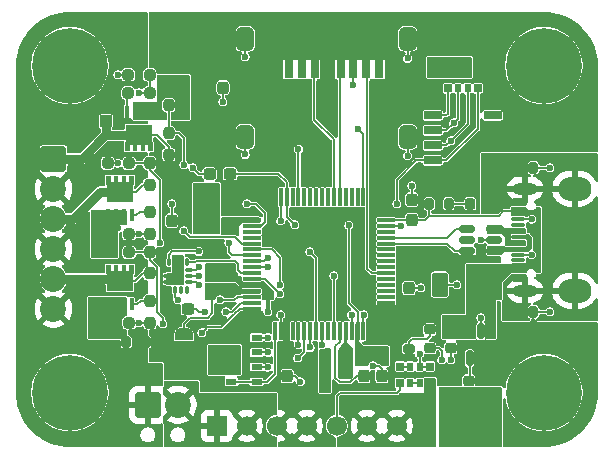
<source format=gbr>
%TF.GenerationSoftware,KiCad,Pcbnew,9.0.1*%
%TF.CreationDate,2025-05-21T17:24:48-04:00*%
%TF.ProjectId,control-module,636f6e74-726f-46c2-9d6d-6f64756c652e,rev?*%
%TF.SameCoordinates,Original*%
%TF.FileFunction,Copper,L1,Top*%
%TF.FilePolarity,Positive*%
%FSLAX46Y46*%
G04 Gerber Fmt 4.6, Leading zero omitted, Abs format (unit mm)*
G04 Created by KiCad (PCBNEW 9.0.1) date 2025-05-21 17:24:48*
%MOMM*%
%LPD*%
G01*
G04 APERTURE LIST*
G04 Aperture macros list*
%AMRoundRect*
0 Rectangle with rounded corners*
0 $1 Rounding radius*
0 $2 $3 $4 $5 $6 $7 $8 $9 X,Y pos of 4 corners*
0 Add a 4 corners polygon primitive as box body*
4,1,4,$2,$3,$4,$5,$6,$7,$8,$9,$2,$3,0*
0 Add four circle primitives for the rounded corners*
1,1,$1+$1,$2,$3*
1,1,$1+$1,$4,$5*
1,1,$1+$1,$6,$7*
1,1,$1+$1,$8,$9*
0 Add four rect primitives between the rounded corners*
20,1,$1+$1,$2,$3,$4,$5,0*
20,1,$1+$1,$4,$5,$6,$7,0*
20,1,$1+$1,$6,$7,$8,$9,0*
20,1,$1+$1,$8,$9,$2,$3,0*%
%AMFreePoly0*
4,1,21,1.372500,0.787500,0.862500,0.787500,0.862500,0.532500,1.372500,0.532500,1.372500,0.127500,0.862500,0.127500,0.862500,-0.127500,1.372500,-0.127500,1.372500,-0.532500,0.862500,-0.532500,0.862500,-0.787500,1.372500,-0.787500,1.372500,-1.195000,0.612500,-1.195000,0.612500,-1.117500,-0.862500,-1.117500,-0.862500,1.117500,0.612500,1.117500,0.612500,1.195000,1.372500,1.195000,
1.372500,0.787500,1.372500,0.787500,$1*%
%AMFreePoly1*
4,1,23,0.500000,-0.750000,0.000000,-0.750000,0.000000,-0.745722,-0.065263,-0.745722,-0.191342,-0.711940,-0.304381,-0.646677,-0.396677,-0.554381,-0.461940,-0.441342,-0.495722,-0.315263,-0.495722,-0.250000,-0.500000,-0.250000,-0.500000,0.250000,-0.495722,0.250000,-0.495722,0.315263,-0.461940,0.441342,-0.396677,0.554381,-0.304381,0.646677,-0.191342,0.711940,-0.065263,0.745722,0.000000,0.745722,
0.000000,0.750000,0.500000,0.750000,0.500000,-0.750000,0.500000,-0.750000,$1*%
%AMFreePoly2*
4,1,23,0.000000,0.745722,0.065263,0.745722,0.191342,0.711940,0.304381,0.646677,0.396677,0.554381,0.461940,0.441342,0.495722,0.315263,0.495722,0.250000,0.500000,0.250000,0.500000,-0.250000,0.495722,-0.250000,0.495722,-0.315263,0.461940,-0.441342,0.396677,-0.554381,0.304381,-0.646677,0.191342,-0.711940,0.065263,-0.745722,0.000000,-0.745722,0.000000,-0.750000,-0.500000,-0.750000,
-0.500000,0.750000,0.000000,0.750000,0.000000,0.745722,0.000000,0.745722,$1*%
G04 Aperture macros list end*
%TA.AperFunction,SMDPad,CuDef*%
%ADD10RoundRect,0.237500X0.237500X-0.250000X0.237500X0.250000X-0.237500X0.250000X-0.237500X-0.250000X0*%
%TD*%
%TA.AperFunction,SMDPad,CuDef*%
%ADD11RoundRect,0.237500X-0.250000X-0.237500X0.250000X-0.237500X0.250000X0.237500X-0.250000X0.237500X0*%
%TD*%
%TA.AperFunction,SMDPad,CuDef*%
%ADD12R,0.405000X0.990000*%
%TD*%
%TA.AperFunction,SMDPad,CuDef*%
%ADD13FreePoly0,90.000000*%
%TD*%
%TA.AperFunction,ComponentPad*%
%ADD14C,0.800000*%
%TD*%
%TA.AperFunction,ComponentPad*%
%ADD15C,6.400000*%
%TD*%
%TA.AperFunction,SMDPad,CuDef*%
%ADD16RoundRect,0.237500X0.237500X-0.300000X0.237500X0.300000X-0.237500X0.300000X-0.237500X-0.300000X0*%
%TD*%
%TA.AperFunction,ComponentPad*%
%ADD17RoundRect,0.249999X-0.850001X0.850001X-0.850001X-0.850001X0.850001X-0.850001X0.850001X0.850001X0*%
%TD*%
%TA.AperFunction,ComponentPad*%
%ADD18C,2.200000*%
%TD*%
%TA.AperFunction,SMDPad,CuDef*%
%ADD19RoundRect,0.200000X-0.200000X-0.275000X0.200000X-0.275000X0.200000X0.275000X-0.200000X0.275000X0*%
%TD*%
%TA.AperFunction,SMDPad,CuDef*%
%ADD20R,0.640000X0.700000*%
%TD*%
%TA.AperFunction,SMDPad,CuDef*%
%ADD21R,0.500000X0.700000*%
%TD*%
%TA.AperFunction,SMDPad,CuDef*%
%ADD22RoundRect,0.225000X-0.250000X0.225000X-0.250000X-0.225000X0.250000X-0.225000X0.250000X0.225000X0*%
%TD*%
%TA.AperFunction,SMDPad,CuDef*%
%ADD23R,0.950000X0.550000*%
%TD*%
%TA.AperFunction,SMDPad,CuDef*%
%ADD24RoundRect,0.237500X0.300000X0.237500X-0.300000X0.237500X-0.300000X-0.237500X0.300000X-0.237500X0*%
%TD*%
%TA.AperFunction,SMDPad,CuDef*%
%ADD25FreePoly1,90.000000*%
%TD*%
%TA.AperFunction,SMDPad,CuDef*%
%ADD26FreePoly2,90.000000*%
%TD*%
%TA.AperFunction,SMDPad,CuDef*%
%ADD27RoundRect,0.087500X-0.087500X0.225000X-0.087500X-0.225000X0.087500X-0.225000X0.087500X0.225000X0*%
%TD*%
%TA.AperFunction,SMDPad,CuDef*%
%ADD28RoundRect,0.087500X-0.225000X0.087500X-0.225000X-0.087500X0.225000X-0.087500X0.225000X0.087500X0*%
%TD*%
%TA.AperFunction,SMDPad,CuDef*%
%ADD29RoundRect,0.237500X0.250000X0.237500X-0.250000X0.237500X-0.250000X-0.237500X0.250000X-0.237500X0*%
%TD*%
%TA.AperFunction,SMDPad,CuDef*%
%ADD30RoundRect,0.237500X-0.237500X0.250000X-0.237500X-0.250000X0.237500X-0.250000X0.237500X0.250000X0*%
%TD*%
%TA.AperFunction,SMDPad,CuDef*%
%ADD31RoundRect,0.200000X0.200000X0.275000X-0.200000X0.275000X-0.200000X-0.275000X0.200000X-0.275000X0*%
%TD*%
%TA.AperFunction,SMDPad,CuDef*%
%ADD32RoundRect,0.150000X-0.150000X0.512500X-0.150000X-0.512500X0.150000X-0.512500X0.150000X0.512500X0*%
%TD*%
%TA.AperFunction,SMDPad,CuDef*%
%ADD33FreePoly1,180.000000*%
%TD*%
%TA.AperFunction,SMDPad,CuDef*%
%ADD34FreePoly2,180.000000*%
%TD*%
%TA.AperFunction,SMDPad,CuDef*%
%ADD35RoundRect,0.250000X-0.300000X-0.300000X0.300000X-0.300000X0.300000X0.300000X-0.300000X0.300000X0*%
%TD*%
%TA.AperFunction,ComponentPad*%
%ADD36RoundRect,0.249999X-0.850001X-0.850001X0.850001X-0.850001X0.850001X0.850001X-0.850001X0.850001X0*%
%TD*%
%TA.AperFunction,SMDPad,CuDef*%
%ADD37RoundRect,0.237500X-0.237500X0.300000X-0.237500X-0.300000X0.237500X-0.300000X0.237500X0.300000X0*%
%TD*%
%TA.AperFunction,SMDPad,CuDef*%
%ADD38RoundRect,0.150000X0.512500X0.150000X-0.512500X0.150000X-0.512500X-0.150000X0.512500X-0.150000X0*%
%TD*%
%TA.AperFunction,SMDPad,CuDef*%
%ADD39RoundRect,0.190000X0.610000X0.190000X-0.610000X0.190000X-0.610000X-0.190000X0.610000X-0.190000X0*%
%TD*%
%TA.AperFunction,SMDPad,CuDef*%
%ADD40R,0.800000X1.500000*%
%TD*%
%TA.AperFunction,SMDPad,CuDef*%
%ADD41RoundRect,0.362500X-0.362500X-0.637500X0.362500X-0.637500X0.362500X0.637500X-0.362500X0.637500X0*%
%TD*%
%TA.AperFunction,SMDPad,CuDef*%
%ADD42RoundRect,0.237500X-0.300000X-0.237500X0.300000X-0.237500X0.300000X0.237500X-0.300000X0.237500X0*%
%TD*%
%TA.AperFunction,SMDPad,CuDef*%
%ADD43RoundRect,0.200000X-0.275000X0.200000X-0.275000X-0.200000X0.275000X-0.200000X0.275000X0.200000X0*%
%TD*%
%TA.AperFunction,SMDPad,CuDef*%
%ADD44RoundRect,0.218750X0.256250X-0.218750X0.256250X0.218750X-0.256250X0.218750X-0.256250X-0.218750X0*%
%TD*%
%TA.AperFunction,SMDPad,CuDef*%
%ADD45RoundRect,0.218750X0.218750X0.256250X-0.218750X0.256250X-0.218750X-0.256250X0.218750X-0.256250X0*%
%TD*%
%TA.AperFunction,SMDPad,CuDef*%
%ADD46RoundRect,0.250000X0.450000X0.800000X-0.450000X0.800000X-0.450000X-0.800000X0.450000X-0.800000X0*%
%TD*%
%TA.AperFunction,SMDPad,CuDef*%
%ADD47FreePoly0,270.000000*%
%TD*%
%TA.AperFunction,SMDPad,CuDef*%
%ADD48RoundRect,0.150000X0.425000X-0.150000X0.425000X0.150000X-0.425000X0.150000X-0.425000X-0.150000X0*%
%TD*%
%TA.AperFunction,SMDPad,CuDef*%
%ADD49RoundRect,0.075000X0.500000X-0.075000X0.500000X0.075000X-0.500000X0.075000X-0.500000X-0.075000X0*%
%TD*%
%TA.AperFunction,HeatsinkPad*%
%ADD50O,2.100000X1.000000*%
%TD*%
%TA.AperFunction,HeatsinkPad*%
%ADD51O,2.794000X2.032000*%
%TD*%
%TA.AperFunction,SMDPad,CuDef*%
%ADD52RoundRect,0.237500X-0.237500X0.287500X-0.237500X-0.287500X0.237500X-0.287500X0.237500X0.287500X0*%
%TD*%
%TA.AperFunction,SMDPad,CuDef*%
%ADD53RoundRect,0.075000X-0.700000X-0.075000X0.700000X-0.075000X0.700000X0.075000X-0.700000X0.075000X0*%
%TD*%
%TA.AperFunction,SMDPad,CuDef*%
%ADD54RoundRect,0.075000X-0.075000X-0.700000X0.075000X-0.700000X0.075000X0.700000X-0.075000X0.700000X0*%
%TD*%
%TA.AperFunction,ComponentPad*%
%ADD55R,1.700000X1.700000*%
%TD*%
%TA.AperFunction,ComponentPad*%
%ADD56C,1.700000*%
%TD*%
%TA.AperFunction,ViaPad*%
%ADD57C,0.600000*%
%TD*%
%TA.AperFunction,Conductor*%
%ADD58C,0.200000*%
%TD*%
%TA.AperFunction,Conductor*%
%ADD59C,0.355600*%
%TD*%
%TA.AperFunction,Conductor*%
%ADD60C,0.177800*%
%TD*%
%TA.AperFunction,Conductor*%
%ADD61C,0.762000*%
%TD*%
G04 APERTURE END LIST*
D10*
%TO.P,R10,1*%
%TO.N,/MCU/PYRO2_FIRE*%
X127161000Y-78890500D03*
%TO.P,R10,2*%
%TO.N,Net-(Q1-G)*%
X127161000Y-77065500D03*
%TD*%
D11*
%TO.P,R13,1*%
%TO.N,GNDD*%
X125325500Y-57912000D03*
%TO.P,R13,2*%
%TO.N,/MCU/VALVE_FIRE*%
X127150500Y-57912000D03*
%TD*%
D12*
%TO.P,Q3,1,S*%
%TO.N,GNDD*%
X123634000Y-69810500D03*
%TO.P,Q3,2,S*%
X124294000Y-69810500D03*
%TO.P,Q3,3,S*%
X124954000Y-69810500D03*
%TO.P,Q3,4,G*%
%TO.N,Net-(Q3-G)*%
X125614000Y-69810500D03*
D13*
%TO.P,Q3,5,D*%
%TO.N,/Pyro Controller 1/Out*%
X124624000Y-67818000D03*
%TD*%
D14*
%TO.P,H1,1,1*%
%TO.N,GNDD*%
X158128000Y-84836000D03*
X158830944Y-83138944D03*
X158830944Y-86533056D03*
X160528000Y-82436000D03*
D15*
X160528000Y-84836000D03*
D14*
X160528000Y-87236000D03*
X162225056Y-83138944D03*
X162225056Y-86533056D03*
X162928000Y-84836000D03*
%TD*%
D11*
%TO.P,R20,1*%
%TO.N,GNDD*%
X123584500Y-65405000D03*
%TO.P,R20,2*%
%TO.N,/MCU/ADC1_IN5*%
X125409500Y-65405000D03*
%TD*%
D16*
%TO.P,C10,1*%
%TO.N,VDDA*%
X132461000Y-76173500D03*
%TO.P,C10,2*%
%TO.N,GNDA*%
X132461000Y-74448500D03*
%TD*%
D17*
%TO.P,J1,1,Pin_1*%
%TO.N,/Valve Controller/Out*%
X119004500Y-65024000D03*
D18*
%TO.P,J1,2,Pin_2*%
%TO.N,/Recovery Power*%
X119004500Y-67564000D03*
%TO.P,J1,3,Pin_3*%
%TO.N,/Pyro Controller 1/Out*%
X119004500Y-70104000D03*
%TO.P,J1,4,Pin_4*%
%TO.N,/Recovery Power*%
X119004500Y-72644000D03*
%TO.P,J1,5,Pin_5*%
%TO.N,/Pyro Controller 2/Out*%
X119004500Y-75184000D03*
%TO.P,J1,6,Pin_6*%
%TO.N,/Recovery Power*%
X119004500Y-77724000D03*
%TD*%
D11*
%TO.P,R12,1*%
%TO.N,GNDD*%
X123584500Y-72932000D03*
%TO.P,R12,2*%
%TO.N,/MCU/ADC1_IN6*%
X125409500Y-72932000D03*
%TD*%
D19*
%TO.P,R2,1*%
%TO.N,/V_USB*%
X150813000Y-68834000D03*
%TO.P,R2,2*%
%TO.N,Net-(D1-A)*%
X152463000Y-68834000D03*
%TD*%
D12*
%TO.P,Q1,1,S*%
%TO.N,GNDD*%
X123634000Y-77337500D03*
%TO.P,Q1,2,S*%
X124294000Y-77337500D03*
%TO.P,Q1,3,S*%
X124954000Y-77337500D03*
%TO.P,Q1,4,G*%
%TO.N,Net-(Q1-G)*%
X125614000Y-77337500D03*
D13*
%TO.P,Q1,5,D*%
%TO.N,/Pyro Controller 2/Out*%
X124624000Y-75345000D03*
%TD*%
D20*
%TO.P,RN2,1,R1.1*%
%TO.N,+3.3V*%
X154940000Y-57658000D03*
D21*
%TO.P,RN2,2,R2.1*%
%TO.N,GNDD*%
X154070000Y-57658000D03*
%TO.P,RN2,3,R3.1*%
X153270000Y-57658000D03*
D20*
%TO.P,RN2,4,R4.1*%
X152400000Y-57658000D03*
%TO.P,RN2,5,R4.2*%
%TO.N,Net-(RN2-R4.2)*%
X152400000Y-59058000D03*
D21*
%TO.P,RN2,6,R3.2*%
%TO.N,/SD_EJECT*%
X153270000Y-59058000D03*
%TO.P,RN2,7,R2.2*%
%TO.N,/BOOT0*%
X154070000Y-59058000D03*
D20*
%TO.P,RN2,8,R1.2*%
%TO.N,/NRST*%
X154940000Y-59058000D03*
%TD*%
D14*
%TO.P,H4,1,1*%
%TO.N,GNDD*%
X117996000Y-57150000D03*
X118698944Y-55452944D03*
X118698944Y-58847056D03*
X120396000Y-54750000D03*
D15*
X120396000Y-57150000D03*
D14*
X120396000Y-59550000D03*
X122093056Y-55452944D03*
X122093056Y-58847056D03*
X122796000Y-57150000D03*
%TD*%
D22*
%TO.P,C1,1*%
%TO.N,/V_USB*%
X152654000Y-79489000D03*
%TO.P,C1,2*%
%TO.N,GNDD*%
X152654000Y-81039000D03*
%TD*%
D23*
%TO.P,U4,1,VDD*%
%TO.N,+3.3V*%
X134053000Y-80167000D03*
%TO.P,U4,2,PS*%
%TO.N,GNDD*%
X134053000Y-81417000D03*
%TO.P,U4,3,GND*%
X134053000Y-82667000D03*
%TO.P,U4,4,CSB*%
%TO.N,/IMU Sensors/pres_cs*%
X134053000Y-83917000D03*
%TO.P,U4,5,CSB*%
X136203000Y-83917000D03*
%TO.P,U4,6,SDO*%
%TO.N,/IMU Sensors/pres_miso*%
X136203000Y-82667000D03*
%TO.P,U4,7,SDI/SDA*%
%TO.N,/IMU Sensors/pres_mosi*%
X136203000Y-81417000D03*
%TO.P,U4,8,SCLK*%
%TO.N,/IMU Sensors/pres_sclk*%
X136203000Y-80167000D03*
%TD*%
D24*
%TO.P,C12,1*%
%TO.N,/MCU/VBAT*%
X133958500Y-70866000D03*
%TO.P,C12,2*%
%TO.N,GNDD*%
X132233500Y-70866000D03*
%TD*%
D22*
%TO.P,C2,1*%
%TO.N,Net-(U1-BP)*%
X154178000Y-83807000D03*
%TO.P,C2,2*%
%TO.N,GNDD*%
X154178000Y-85357000D03*
%TD*%
D25*
%TO.P,JP2,1,A*%
%TO.N,+3.3V*%
X130048000Y-81168000D03*
D26*
%TO.P,JP2,2,B*%
%TO.N,VDDA*%
X130048000Y-79868000D03*
%TD*%
D27*
%TO.P,U5,1,SDO/SA0*%
%TO.N,/IMU Sensors/imu_miso*%
X130290000Y-73767500D03*
%TO.P,U5,2,SDX*%
%TO.N,GNDD*%
X129790000Y-73767500D03*
%TO.P,U5,3,SCX*%
X129290000Y-73767500D03*
%TO.P,U5,4,INT1*%
%TO.N,/IMU Sensors/imu_int1*%
X128790000Y-73767500D03*
D28*
%TO.P,U5,5,VDDIO*%
%TO.N,+3.3V*%
X128627500Y-74430000D03*
%TO.P,U5,6,GND*%
%TO.N,GNDD*%
X128627500Y-74930000D03*
%TO.P,U5,7,GND*%
X128627500Y-75430000D03*
D27*
%TO.P,U5,8,VDD*%
%TO.N,+3.3V*%
X128790000Y-76092500D03*
%TO.P,U5,9,INT2*%
%TO.N,/IMU Sensors/imu_int2*%
X129290000Y-76092500D03*
%TO.P,U5,10,NC*%
%TO.N,unconnected-(U5-NC-Pad10)*%
X129790000Y-76092500D03*
%TO.P,U5,11,NC*%
%TO.N,unconnected-(U5-NC-Pad11)*%
X130290000Y-76092500D03*
D28*
%TO.P,U5,12,CS*%
%TO.N,/IMU Sensors/imu_cs*%
X130452500Y-75430000D03*
%TO.P,U5,13,SCL*%
%TO.N,/IMU Sensors/imu_sclk*%
X130452500Y-74930000D03*
%TO.P,U5,14,SDA*%
%TO.N,/IMU Sensors/imu_mosi*%
X130452500Y-74430000D03*
%TD*%
D14*
%TO.P,H3,1,1*%
%TO.N,GNDD*%
X117996000Y-84836000D03*
X118698944Y-83138944D03*
X118698944Y-86533056D03*
X120396000Y-82436000D03*
D15*
X120396000Y-84836000D03*
D14*
X120396000Y-87236000D03*
X122093056Y-83138944D03*
X122093056Y-86533056D03*
X122796000Y-84836000D03*
%TD*%
D29*
%TO.P,R14,1*%
%TO.N,/MCU/VALVE_FIRE*%
X127150500Y-59436000D03*
%TO.P,R14,2*%
%TO.N,Net-(Q2-G)*%
X125325500Y-59436000D03*
%TD*%
D24*
%TO.P,C4,1*%
%TO.N,/MCU/VDDSMPS*%
X143737500Y-81661000D03*
%TO.P,C4,2*%
%TO.N,GNDD*%
X142012500Y-81661000D03*
%TD*%
D30*
%TO.P,R16,1*%
%TO.N,GNDD*%
X128778000Y-58650500D03*
%TO.P,R16,2*%
%TO.N,/MCU/ADC1_IN15*%
X128778000Y-60475500D03*
%TD*%
D22*
%TO.P,C3,1*%
%TO.N,+3.3V*%
X156210000Y-83807000D03*
%TO.P,C3,2*%
%TO.N,GNDD*%
X156210000Y-85357000D03*
%TD*%
D30*
%TO.P,R19,1*%
%TO.N,/MCU/ADC1_IN5*%
X127161000Y-65381500D03*
%TO.P,R19,2*%
%TO.N,/Pyro Controller 1/Out*%
X127161000Y-67206500D03*
%TD*%
D19*
%TO.P,R1,1*%
%TO.N,GNDD*%
X125159000Y-80518000D03*
%TO.P,R1,2*%
%TO.N,/Recovery Power*%
X126809000Y-80518000D03*
%TD*%
D31*
%TO.P,R8,1*%
%TO.N,Net-(J3-CC2)*%
X159638000Y-65786000D03*
%TO.P,R8,2*%
%TO.N,GNDD*%
X157988000Y-65786000D03*
%TD*%
D32*
%TO.P,U1,1,VIN*%
%TO.N,/V_USB*%
X156144000Y-79634500D03*
%TO.P,U1,2,GND*%
%TO.N,GNDD*%
X155194000Y-79634500D03*
%TO.P,U1,3,ON/~{OFF}*%
%TO.N,/V_USB*%
X154244000Y-79634500D03*
%TO.P,U1,4,BP*%
%TO.N,Net-(U1-BP)*%
X154244000Y-81909500D03*
%TO.P,U1,5,VOUT*%
%TO.N,+3.3V*%
X156144000Y-81909500D03*
%TD*%
D31*
%TO.P,R7,1*%
%TO.N,Net-(J3-CC1)*%
X159638000Y-77978000D03*
%TO.P,R7,2*%
%TO.N,GNDD*%
X157988000Y-77978000D03*
%TD*%
D33*
%TO.P,JP1,1,A*%
%TO.N,GNDD*%
X152146000Y-87630000D03*
D34*
%TO.P,JP1,2,B*%
%TO.N,GNDA*%
X150846000Y-87630000D03*
%TD*%
D35*
%TO.P,D4,1,K*%
%TO.N,/Recovery Power*%
X120647000Y-61849000D03*
%TO.P,D4,2,A*%
%TO.N,/Valve Controller/Out*%
X123447000Y-61849000D03*
%TD*%
D30*
%TO.P,R15,1*%
%TO.N,/MCU/ADC1_IN15*%
X128778000Y-62841500D03*
%TO.P,R15,2*%
%TO.N,/Valve Controller/Out*%
X128778000Y-64666500D03*
%TD*%
D11*
%TO.P,R9,1*%
%TO.N,GNDD*%
X123584500Y-78901000D03*
%TO.P,R9,2*%
%TO.N,/MCU/PYRO2_FIRE*%
X125409500Y-78901000D03*
%TD*%
D36*
%TO.P,J5,1,Pin_1*%
%TO.N,/Recovery Power*%
X127000000Y-85852000D03*
D18*
%TO.P,J5,2,Pin_2*%
%TO.N,+12V*%
X129540000Y-85852000D03*
%TD*%
D14*
%TO.P,H2,1,1*%
%TO.N,GNDD*%
X158128000Y-57150000D03*
X158830944Y-55452944D03*
X158830944Y-58847056D03*
X160528000Y-54750000D03*
D15*
X160528000Y-57150000D03*
D14*
X160528000Y-59550000D03*
X162225056Y-55452944D03*
X162225056Y-58847056D03*
X162928000Y-57150000D03*
%TD*%
D37*
%TO.P,C16,1*%
%TO.N,+3.3V*%
X133359000Y-57272000D03*
%TO.P,C16,2*%
%TO.N,GNDD*%
X133359000Y-58997000D03*
%TD*%
D24*
%TO.P,C8,1*%
%TO.N,+3.3V*%
X133958500Y-69342000D03*
%TO.P,C8,2*%
%TO.N,GNDD*%
X132233500Y-69342000D03*
%TD*%
D16*
%TO.P,C14,1*%
%TO.N,+3.3V*%
X149098000Y-77697500D03*
%TO.P,C14,2*%
%TO.N,GNDD*%
X149098000Y-75972500D03*
%TD*%
D20*
%TO.P,RN1,1,R1.1*%
%TO.N,+BATT*%
X148336000Y-84012000D03*
D21*
%TO.P,RN1,2,R2.1*%
%TO.N,Net-(RN1-R2.1)*%
X149206000Y-84012000D03*
%TO.P,RN1,3,R3.1*%
X150006000Y-84012000D03*
D20*
%TO.P,RN1,4,R4.1*%
%TO.N,GNDA*%
X150876000Y-84012000D03*
%TO.P,RN1,5,R4.2*%
%TO.N,/Bat Sense*%
X150876000Y-82612000D03*
D21*
%TO.P,RN1,6,R3.2*%
X150006000Y-82612000D03*
%TO.P,RN1,7,R2.2*%
%TO.N,Net-(RN1-R1.2)*%
X149206000Y-82612000D03*
D20*
%TO.P,RN1,8,R1.2*%
X148336000Y-82612000D03*
%TD*%
D38*
%TO.P,U2,1,I/O1*%
%TO.N,Net-(J3-D--PadA7)*%
X156331500Y-72832000D03*
%TO.P,U2,2,GND*%
%TO.N,GNDD*%
X156331500Y-71882000D03*
%TO.P,U2,3,I/O2*%
%TO.N,Net-(J3-D+-PadA6)*%
X156331500Y-70932000D03*
%TO.P,U2,4,I/O2*%
%TO.N,/MCU/USB_DP*%
X154056500Y-70932000D03*
%TO.P,U2,5,VBUS*%
%TO.N,unconnected-(U2-VBUS-Pad5)*%
X154056500Y-71882000D03*
%TO.P,U2,6,I/O1*%
%TO.N,/MCU/USB_DN*%
X154056500Y-72832000D03*
%TD*%
D30*
%TO.P,R11,1*%
%TO.N,/MCU/ADC1_IN6*%
X127161000Y-72908500D03*
%TO.P,R11,2*%
%TO.N,/Pyro Controller 2/Out*%
X127161000Y-74733500D03*
%TD*%
D39*
%TO.P,SW1,1*%
%TO.N,GNDD*%
X156210000Y-65151000D03*
%TO.P,SW1,2*%
%TO.N,+3.3V*%
X156210000Y-63881000D03*
%TO.P,SW1,3*%
X156210000Y-62611000D03*
%TO.P,SW1,4*%
%TO.N,unconnected-(SW1-Pad4)*%
X156210000Y-61341000D03*
%TO.P,SW1,5*%
%TO.N,Net-(RN2-R4.2)*%
X151130000Y-61341000D03*
%TO.P,SW1,6*%
%TO.N,/SD_EJECT*%
X151130000Y-62611000D03*
%TO.P,SW1,7*%
%TO.N,/BOOT0*%
X151130000Y-63881000D03*
%TO.P,SW1,8*%
%TO.N,/NRST*%
X151130000Y-65151000D03*
%TD*%
D16*
%TO.P,C13,1*%
%TO.N,VDDA*%
X133985000Y-76173500D03*
%TO.P,C13,2*%
%TO.N,GNDA*%
X133985000Y-74448500D03*
%TD*%
D24*
%TO.P,C7,1*%
%TO.N,/MCU/VDDSMPS*%
X143737500Y-83185000D03*
%TO.P,C7,2*%
%TO.N,GNDD*%
X142012500Y-83185000D03*
%TD*%
%TO.P,C6,1*%
%TO.N,/MCU/VDD11*%
X133958500Y-66294000D03*
%TO.P,C6,2*%
%TO.N,GNDD*%
X132233500Y-66294000D03*
%TD*%
D37*
%TO.P,C11,1*%
%TO.N,+3.3V*%
X138811000Y-81687500D03*
%TO.P,C11,2*%
%TO.N,GNDD*%
X138811000Y-83412500D03*
%TD*%
D40*
%TO.P,J4,1,DAT2*%
%TO.N,/MicroSD Card/SD_DAT2*%
X138908000Y-57463000D03*
%TO.P,J4,2,DAT3/CD*%
%TO.N,/MicroSD Card/SD_DAT3*%
X140008000Y-57463000D03*
%TO.P,J4,3,CMD*%
%TO.N,/MCU/SD_CMD*%
X141108000Y-57463000D03*
%TO.P,J4,4,VDD*%
%TO.N,+3.3V*%
X142208000Y-57463000D03*
%TO.P,J4,5,CLK*%
%TO.N,/MCU/SD_CLK*%
X143308000Y-57463000D03*
%TO.P,J4,6,VSS*%
%TO.N,GNDD*%
X144408000Y-57463000D03*
%TO.P,J4,7,DAT0*%
%TO.N,/MCU/SD_DAT0*%
X145508000Y-57463000D03*
%TO.P,J4,8,DAT1*%
%TO.N,/MicroSD Card/SD_DAT1*%
X146608000Y-57463000D03*
D41*
%TO.P,J4,9,SHIELD*%
%TO.N,GNDD*%
X135238000Y-54863000D03*
X135238000Y-63163000D03*
X148988000Y-54863000D03*
X148988000Y-63163000D03*
%TD*%
D10*
%TO.P,R18,1*%
%TO.N,/MCU/PYRO1_FIRE*%
X127161000Y-71363500D03*
%TO.P,R18,2*%
%TO.N,Net-(Q3-G)*%
X127161000Y-69538500D03*
%TD*%
D42*
%TO.P,C19,1*%
%TO.N,+3.3V*%
X128677500Y-77724000D03*
%TO.P,C19,2*%
%TO.N,GNDD*%
X130402500Y-77724000D03*
%TD*%
D37*
%TO.P,C17,1*%
%TO.N,+3.3V*%
X132588000Y-80010000D03*
%TO.P,C17,2*%
%TO.N,GNDD*%
X132588000Y-81735000D03*
%TD*%
%TO.P,C9,1*%
%TO.N,/MCU/VDD11*%
X146812000Y-81687500D03*
%TO.P,C9,2*%
%TO.N,GNDD*%
X146812000Y-83412500D03*
%TD*%
D43*
%TO.P,R3,1*%
%TO.N,+3.3V*%
X149098000Y-79439000D03*
%TO.P,R3,2*%
%TO.N,Net-(D2-A)*%
X149098000Y-81089000D03*
%TD*%
D44*
%TO.P,D2,1,K*%
%TO.N,GNDD*%
X150876000Y-81051500D03*
%TO.P,D2,2,A*%
%TO.N,Net-(D2-A)*%
X150876000Y-79476500D03*
%TD*%
D45*
%TO.P,D1,1,K*%
%TO.N,GNDD*%
X155854500Y-68834000D03*
%TO.P,D1,2,A*%
%TO.N,Net-(D1-A)*%
X154279500Y-68834000D03*
%TD*%
D16*
%TO.P,C18,1*%
%TO.N,+3.3V*%
X129032000Y-71982500D03*
%TO.P,C18,2*%
%TO.N,GNDD*%
X129032000Y-70257500D03*
%TD*%
D24*
%TO.P,C5,1*%
%TO.N,+3.3V*%
X133958500Y-67818000D03*
%TO.P,C5,2*%
%TO.N,GNDD*%
X132233500Y-67818000D03*
%TD*%
D46*
%TO.P,D3,1,K*%
%TO.N,/V_USB*%
X156124000Y-75692000D03*
%TO.P,D3,2,A*%
%TO.N,GNDD*%
X151724000Y-75692000D03*
%TD*%
D11*
%TO.P,R17,1*%
%TO.N,GNDD*%
X123584500Y-71374000D03*
%TO.P,R17,2*%
%TO.N,/MCU/PYRO1_FIRE*%
X125409500Y-71374000D03*
%TD*%
D12*
%TO.P,Q2,1,S*%
%TO.N,GNDD*%
X127228000Y-61033500D03*
%TO.P,Q2,2,S*%
X126568000Y-61033500D03*
%TO.P,Q2,3,S*%
X125908000Y-61033500D03*
%TO.P,Q2,4,G*%
%TO.N,Net-(Q2-G)*%
X125248000Y-61033500D03*
D47*
%TO.P,Q2,5,D*%
%TO.N,/Valve Controller/Out*%
X126238000Y-63026000D03*
%TD*%
D48*
%TO.P,J3,A1,GND*%
%TO.N,GNDD*%
X158372000Y-75082000D03*
%TO.P,J3,A4,VBUS*%
%TO.N,/V_USB*%
X158372000Y-74282000D03*
D49*
%TO.P,J3,A5,CC1*%
%TO.N,Net-(J3-CC1)*%
X158372000Y-73132000D03*
%TO.P,J3,A6,D+*%
%TO.N,Net-(J3-D+-PadA6)*%
X158372000Y-72132000D03*
%TO.P,J3,A7,D-*%
%TO.N,Net-(J3-D--PadA7)*%
X158372000Y-71632000D03*
%TO.P,J3,A8,SBU1*%
%TO.N,unconnected-(J3-SBU1-PadA8)*%
X158372000Y-70632000D03*
D48*
%TO.P,J3,A9,VBUS*%
%TO.N,/V_USB*%
X158372000Y-69482000D03*
%TO.P,J3,A12,GND*%
%TO.N,GNDD*%
X158372000Y-68682000D03*
%TO.P,J3,B1,GND*%
X158372000Y-68682000D03*
%TO.P,J3,B4,VBUS*%
%TO.N,/V_USB*%
X158372000Y-69482000D03*
D49*
%TO.P,J3,B5,CC2*%
%TO.N,Net-(J3-CC2)*%
X158372000Y-70132000D03*
%TO.P,J3,B6,D+*%
%TO.N,Net-(J3-D+-PadA6)*%
X158372000Y-71132000D03*
%TO.P,J3,B7,D-*%
%TO.N,Net-(J3-D--PadA7)*%
X158372000Y-72632000D03*
%TO.P,J3,B8,SBU2*%
%TO.N,unconnected-(J3-SBU2-PadB8)*%
X158372000Y-73632000D03*
D48*
%TO.P,J3,B9,VBUS*%
%TO.N,/V_USB*%
X158372000Y-74282000D03*
%TO.P,J3,B12,GND*%
%TO.N,GNDD*%
X158372000Y-75082000D03*
D50*
%TO.P,J3,S1,SHIELD*%
X158947000Y-76202000D03*
D51*
X163127000Y-76202000D03*
D50*
X158947000Y-67562000D03*
D51*
X163127000Y-67562000D03*
%TD*%
D52*
%TO.P,L1,1,1*%
%TO.N,/MCU/VDD11*%
X145288000Y-81675000D03*
%TO.P,L1,2,2*%
%TO.N,Net-(U3-VLXSMPS)*%
X145288000Y-83425000D03*
%TD*%
D53*
%TO.P,U3,1,VBAT*%
%TO.N,/MCU/VBAT*%
X135824000Y-70201000D03*
%TO.P,U3,2,PC13*%
%TO.N,/MCU/VALVE_FIRE*%
X135824000Y-70701000D03*
%TO.P,U3,3,PC14*%
%TO.N,unconnected-(U3-PC14-Pad3)*%
X135824000Y-71201000D03*
%TO.P,U3,4,PC15*%
%TO.N,unconnected-(U3-PC15-Pad4)*%
X135824000Y-71701000D03*
%TO.P,U3,5,PH0*%
%TO.N,/MCU/PYRO1_FIRE*%
X135824000Y-72201000D03*
%TO.P,U3,6,PH1*%
%TO.N,/IMU Sensors/imu_cs*%
X135824000Y-72701000D03*
%TO.P,U3,7,NRST*%
%TO.N,/NRST*%
X135824000Y-73201000D03*
%TO.P,U3,8,PC0*%
%TO.N,/IMU Sensors/imu_int1*%
X135824000Y-73701000D03*
%TO.P,U3,9,PC1*%
%TO.N,/IMU Sensors/imu_mosi*%
X135824000Y-74201000D03*
%TO.P,U3,10,PC2*%
%TO.N,/IMU Sensors/imu_miso*%
X135824000Y-74701000D03*
%TO.P,U3,11,PC3*%
%TO.N,/IMU Sensors/imu_int2*%
X135824000Y-75201000D03*
%TO.P,U3,12,VSSA*%
%TO.N,GNDA*%
X135824000Y-75701000D03*
%TO.P,U3,13,VDDA*%
%TO.N,VDDA*%
X135824000Y-76201000D03*
%TO.P,U3,14,PA0*%
%TO.N,/MCU/ADC1_IN5*%
X135824000Y-76701000D03*
%TO.P,U3,15,PA1*%
%TO.N,/MCU/ADC1_IN6*%
X135824000Y-77201000D03*
%TO.P,U3,16,PA2*%
%TO.N,/MCU/PYRO2_FIRE*%
X135824000Y-77701000D03*
D54*
%TO.P,U3,17,PA3*%
%TO.N,/IMU Sensors/pres_cs*%
X137749000Y-79626000D03*
%TO.P,U3,18,VSS*%
%TO.N,GNDD*%
X138249000Y-79626000D03*
%TO.P,U3,19,VDD*%
%TO.N,+3.3V*%
X138749000Y-79626000D03*
%TO.P,U3,20,PA4*%
%TO.N,unconnected-(U3-PA4-Pad20)*%
X139249000Y-79626000D03*
%TO.P,U3,21,PA5*%
%TO.N,/IMU Sensors/pres_sclk*%
X139749000Y-79626000D03*
%TO.P,U3,22,PA6*%
%TO.N,/IMU Sensors/pres_miso*%
X140249000Y-79626000D03*
%TO.P,U3,23,PA7*%
%TO.N,/IMU Sensors/pres_mosi*%
X140749000Y-79626000D03*
%TO.P,U3,24,PB0*%
%TO.N,/MCU/ADC1_IN15*%
X141249000Y-79626000D03*
%TO.P,U3,25,PB1*%
%TO.N,/Bat Sense*%
X141749000Y-79626000D03*
%TO.P,U3,26,PB2*%
%TO.N,unconnected-(U3-PB2-Pad26)*%
X142249000Y-79626000D03*
%TO.P,U3,27,PB10*%
%TO.N,/IMU Sensors/imu_sclk*%
X142749000Y-79626000D03*
%TO.P,U3,28,VLXSMPS*%
%TO.N,Net-(U3-VLXSMPS)*%
X143249000Y-79626000D03*
%TO.P,U3,29,VDDSMPS*%
%TO.N,/MCU/VDDSMPS*%
X143749000Y-79626000D03*
%TO.P,U3,30,VSSSMPS*%
%TO.N,GNDD*%
X144249000Y-79626000D03*
%TO.P,U3,31,VDD11*%
%TO.N,/MCU/VDD11*%
X144749000Y-79626000D03*
%TO.P,U3,32,VSS*%
%TO.N,GNDD*%
X145249000Y-79626000D03*
D53*
%TO.P,U3,33,VDD*%
%TO.N,+3.3V*%
X147174000Y-77701000D03*
%TO.P,U3,34,PB13*%
%TO.N,unconnected-(U3-PB13-Pad34)*%
X147174000Y-77201000D03*
%TO.P,U3,35,PB14*%
%TO.N,unconnected-(U3-PB14-Pad35)*%
X147174000Y-76701000D03*
%TO.P,U3,36,PB15*%
%TO.N,unconnected-(U3-PB15-Pad36)*%
X147174000Y-76201000D03*
%TO.P,U3,37,PC6*%
%TO.N,unconnected-(U3-PC6-Pad37)*%
X147174000Y-75701000D03*
%TO.P,U3,38,PC7*%
%TO.N,unconnected-(U3-PC7-Pad38)*%
X147174000Y-75201000D03*
%TO.P,U3,39,PC8*%
%TO.N,/MCU/SD_DAT0*%
X147174000Y-74701000D03*
%TO.P,U3,40,PC9*%
%TO.N,unconnected-(U3-PC9-Pad40)*%
X147174000Y-74201000D03*
%TO.P,U3,41,PA8*%
%TO.N,unconnected-(U3-PA8-Pad41)*%
X147174000Y-73701000D03*
%TO.P,U3,42,PA9*%
%TO.N,unconnected-(U3-PA9-Pad42)*%
X147174000Y-73201000D03*
%TO.P,U3,43,PA10*%
%TO.N,unconnected-(U3-PA10-Pad43)*%
X147174000Y-72701000D03*
%TO.P,U3,44,PA11*%
%TO.N,/MCU/USB_DN*%
X147174000Y-72201000D03*
%TO.P,U3,45,PA12*%
%TO.N,/MCU/USB_DP*%
X147174000Y-71701000D03*
%TO.P,U3,46,PA13*%
%TO.N,unconnected-(U3-PA13-Pad46)*%
X147174000Y-71201000D03*
%TO.P,U3,47,VSS*%
%TO.N,GNDD*%
X147174000Y-70701000D03*
%TO.P,U3,48,VDDUSB*%
%TO.N,/V_USB*%
X147174000Y-70201000D03*
D54*
%TO.P,U3,49,PA14*%
%TO.N,/SD_EJECT*%
X145249000Y-68276000D03*
%TO.P,U3,50,PA15*%
%TO.N,unconnected-(U3-PA15-Pad50)*%
X144749000Y-68276000D03*
%TO.P,U3,51,PC10*%
%TO.N,unconnected-(U3-PC10-Pad51)*%
X144249000Y-68276000D03*
%TO.P,U3,52,PC11*%
%TO.N,unconnected-(U3-PC11-Pad52)*%
X143749000Y-68276000D03*
%TO.P,U3,53,PC12*%
%TO.N,/MCU/SD_CLK*%
X143249000Y-68276000D03*
%TO.P,U3,54,PD2*%
%TO.N,/MCU/SD_CMD*%
X142749000Y-68276000D03*
%TO.P,U3,55,PB3*%
%TO.N,unconnected-(U3-PB3-Pad55)*%
X142249000Y-68276000D03*
%TO.P,U3,56,PB4*%
%TO.N,unconnected-(U3-PB4-Pad56)*%
X141749000Y-68276000D03*
%TO.P,U3,57,PB5*%
%TO.N,unconnected-(U3-PB5-Pad57)*%
X141249000Y-68276000D03*
%TO.P,U3,58,PB6*%
%TO.N,unconnected-(U3-PB6-Pad58)*%
X140749000Y-68276000D03*
%TO.P,U3,59,PB7*%
%TO.N,unconnected-(U3-PB7-Pad59)*%
X140249000Y-68276000D03*
%TO.P,U3,60,PH3*%
%TO.N,/BOOT0*%
X139749000Y-68276000D03*
%TO.P,U3,61,PB8*%
%TO.N,unconnected-(U3-PB8-Pad61)*%
X139249000Y-68276000D03*
%TO.P,U3,62,VDD11*%
%TO.N,/MCU/VDD11*%
X138749000Y-68276000D03*
%TO.P,U3,63,VSS*%
%TO.N,GNDD*%
X138249000Y-68276000D03*
%TO.P,U3,64,VDD*%
%TO.N,+3.3V*%
X137749000Y-68276000D03*
%TD*%
D16*
%TO.P,C15,1*%
%TO.N,/V_USB*%
X149352000Y-70204500D03*
%TO.P,C15,2*%
%TO.N,GNDD*%
X149352000Y-68479500D03*
%TD*%
D55*
%TO.P,J2,1,Pin_1*%
%TO.N,+12V*%
X132842000Y-87630000D03*
D56*
%TO.P,J2,2,Pin_2*%
X135382000Y-87630000D03*
%TO.P,J2,3,Pin_3*%
%TO.N,+3.3V*%
X137922000Y-87630000D03*
%TO.P,J2,4,Pin_4*%
X140462000Y-87630000D03*
%TO.P,J2,5,Pin_5*%
%TO.N,+BATT*%
X143002000Y-87630000D03*
%TO.P,J2,6,Pin_6*%
%TO.N,GNDA*%
X145542000Y-87630000D03*
%TO.P,J2,7,Pin_7*%
X148082000Y-87630000D03*
%TD*%
D57*
%TO.N,GNDD*%
X122722000Y-71374000D03*
X155194000Y-78486000D03*
X124206000Y-72136000D03*
X131318000Y-70104000D03*
X150114000Y-75946000D03*
X133350000Y-60198000D03*
X138249000Y-70285000D03*
X124460000Y-65405000D03*
X151892000Y-82042000D03*
X155194000Y-87122000D03*
X130048000Y-61214000D03*
X135238000Y-64660000D03*
X151130000Y-56896000D03*
X155194000Y-84836000D03*
X148988000Y-64770000D03*
X155194000Y-87884000D03*
X129540000Y-74930000D03*
X144408000Y-58810000D03*
X129032000Y-68834000D03*
X131318000Y-68580000D03*
X155194000Y-85598000D03*
X135238000Y-56388000D03*
X124460000Y-79756000D03*
X131826000Y-77978000D03*
X124460000Y-70866000D03*
X130048000Y-59690000D03*
X152908000Y-84836000D03*
X132588000Y-82804000D03*
X146050000Y-82550000D03*
X155194000Y-86360000D03*
X141986000Y-84328000D03*
X153162000Y-75692000D03*
X130048000Y-60452000D03*
X133350000Y-82804000D03*
X149352000Y-67310000D03*
X122682000Y-79756000D03*
X148412200Y-70701000D03*
X139909427Y-83896757D03*
X148988000Y-56532000D03*
X152654000Y-82042000D03*
X138249000Y-78232000D03*
X130048000Y-58928000D03*
X155194000Y-71882000D03*
X122682000Y-78486000D03*
X130810000Y-65786000D03*
X152908000Y-85598000D03*
X122936000Y-72136000D03*
X151130000Y-57658000D03*
X145288000Y-78232000D03*
X124460000Y-57912000D03*
X155194000Y-88646000D03*
X124460000Y-78994000D03*
X144249000Y-78255000D03*
%TO.N,/MCU/VDD11*%
X144018000Y-70643000D03*
X139446000Y-70612000D03*
%TO.N,GNDA*%
X137160000Y-77978000D03*
%TO.N,/NRST*%
X148082000Y-68834000D03*
X133858000Y-72136000D03*
%TO.N,/BOOT0*%
X152654000Y-63500000D03*
X139749000Y-64213000D03*
%TO.N,/SD_EJECT*%
X144780000Y-62484000D03*
X152908000Y-61976000D03*
%TO.N,/IMU Sensors/pres_mosi*%
X140749000Y-80993000D03*
X137160000Y-81417000D03*
%TO.N,/IMU Sensors/imu_int2*%
X138176000Y-76454000D03*
X129540000Y-76962000D03*
%TO.N,/IMU Sensors/pres_miso*%
X139700000Y-81893200D03*
X137160000Y-82667000D03*
%TO.N,/IMU Sensors/imu_sclk*%
X142748000Y-74930000D03*
X131318000Y-74930000D03*
%TO.N,/IMU Sensors/pres_sclk*%
X139749000Y-80772000D03*
X137160000Y-80167000D03*
%TO.N,/IMU Sensors/imu_int1*%
X137160000Y-73406000D03*
X131318000Y-72868147D03*
%TO.N,/IMU Sensors/imu_mosi*%
X131318000Y-74168000D03*
X137160000Y-74201000D03*
%TO.N,/IMU Sensors/imu_cs*%
X131318000Y-75692000D03*
X138176000Y-75692000D03*
%TO.N,Net-(J3-CC2)*%
X159484000Y-70132000D03*
X161036000Y-65786000D03*
%TO.N,Net-(J3-CC1)*%
X161036000Y-77978000D03*
X159492000Y-73132000D03*
%TO.N,/Bat Sense*%
X141749000Y-80793944D03*
X150006000Y-81534000D03*
%TO.N,/MCU/ADC1_IN15*%
X140716000Y-72898000D03*
X130048000Y-65532000D03*
%TO.N,/MCU/ADC1_IN5*%
X133096000Y-76962000D03*
X128016000Y-72136000D03*
%TO.N,/MCU/ADC1_IN6*%
X133604000Y-77978000D03*
X128270000Y-78994000D03*
%TO.N,/MCU/PYRO2_FIRE*%
X126238000Y-78901000D03*
X131572000Y-79756000D03*
%TO.N,/MCU/VALVE_FIRE*%
X135382000Y-68834000D03*
X126238000Y-59436000D03*
%TO.N,/MCU/PYRO1_FIRE*%
X126238000Y-71374000D03*
X130048000Y-71120000D03*
%TD*%
D58*
%TO.N,/MCU/VDDSMPS*%
X143761000Y-79638000D02*
X143749000Y-79626000D01*
%TO.N,GNDD*%
X133359000Y-58997000D02*
X133359000Y-60189000D01*
X125325500Y-57912000D02*
X124460000Y-57912000D01*
X150087500Y-75972500D02*
X150114000Y-75946000D01*
X149098000Y-75972500D02*
X150087500Y-75972500D01*
X131318000Y-77978000D02*
X131064000Y-77724000D01*
X151663500Y-81051500D02*
X150876000Y-81051500D01*
X148988000Y-54863000D02*
X148988000Y-56532000D01*
X148298000Y-70701000D02*
X147174000Y-70701000D01*
X151892000Y-81280000D02*
X151663500Y-81051500D01*
X155194000Y-79634500D02*
X155194000Y-78486000D01*
X146050000Y-82550000D02*
X146558000Y-82550000D01*
X130810000Y-65786000D02*
X131318000Y-66294000D01*
X145249000Y-78271000D02*
X145249000Y-79626000D01*
X156331500Y-71882000D02*
X155194000Y-71882000D01*
X135238000Y-54863000D02*
X135238000Y-56388000D01*
X129032000Y-70257500D02*
X129032000Y-68834000D01*
X151892000Y-82042000D02*
X151892000Y-81280000D01*
X152654000Y-81039000D02*
X152654000Y-82042000D01*
X138249000Y-79626000D02*
X138249000Y-78232000D01*
X151724000Y-75692000D02*
X153162000Y-75692000D01*
X135238000Y-56388000D02*
X135238000Y-56498000D01*
X133359000Y-60189000D02*
X133350000Y-60198000D01*
X131318000Y-66294000D02*
X132233500Y-66294000D01*
X148988000Y-64770000D02*
X148988000Y-64880000D01*
X144408000Y-57463000D02*
X144408000Y-58810000D01*
X131064000Y-77724000D02*
X130402500Y-77724000D01*
X135238000Y-63163000D02*
X135238000Y-64660000D01*
X123584500Y-65405000D02*
X124460000Y-65405000D01*
X139909427Y-83896757D02*
X139425170Y-83412500D01*
X148988000Y-63163000D02*
X148988000Y-64770000D01*
X149352000Y-68479500D02*
X149352000Y-67310000D01*
X131826000Y-77978000D02*
X131318000Y-77978000D01*
X144249000Y-78255000D02*
X144249000Y-79626000D01*
X146812000Y-82804000D02*
X146812000Y-83412500D01*
X138249000Y-68276000D02*
X138249000Y-70285000D01*
X145288000Y-78232000D02*
X145249000Y-78271000D01*
X146558000Y-82550000D02*
X146812000Y-82804000D01*
X139425170Y-83412500D02*
X138811000Y-83412500D01*
%TO.N,+3.3V*%
X156144000Y-81909500D02*
X156144000Y-83741000D01*
X156144000Y-83741000D02*
X156210000Y-83807000D01*
%TO.N,/MCU/VDD11*%
X138749000Y-69915000D02*
X139446000Y-70612000D01*
X144018000Y-77247000D02*
X144018000Y-70643000D01*
X138049000Y-66294000D02*
X133757500Y-66294000D01*
X138749000Y-68276000D02*
X138749000Y-66994000D01*
X144749000Y-77978000D02*
X144018000Y-77247000D01*
X138749000Y-68276000D02*
X138749000Y-69915000D01*
X144749000Y-79626000D02*
X144749000Y-77978000D01*
X138749000Y-66994000D02*
X138049000Y-66294000D01*
D59*
%TO.N,GNDA*%
X137160000Y-77978000D02*
X137160000Y-76200000D01*
D58*
%TO.N,VDDA*%
X130556000Y-78486000D02*
X132080000Y-78486000D01*
X132080000Y-78486000D02*
X132461000Y-78105000D01*
X130048000Y-78994000D02*
X130556000Y-78486000D01*
X130048000Y-79868000D02*
X130048000Y-78994000D01*
X132461000Y-78105000D02*
X132461000Y-76173500D01*
D60*
%TO.N,/V_USB*%
X150460000Y-70203000D02*
X148844000Y-70203000D01*
X150813000Y-69850000D02*
X150813000Y-68834000D01*
X150813000Y-69850000D02*
X156718000Y-69850000D01*
X157086000Y-69482000D02*
X158372000Y-69482000D01*
X150813000Y-68921500D02*
X150725500Y-68834000D01*
X150813000Y-69850000D02*
X150460000Y-70203000D01*
X148842000Y-70201000D02*
X148844000Y-70203000D01*
X147174000Y-70201000D02*
X148842000Y-70201000D01*
X156718000Y-69850000D02*
X157086000Y-69482000D01*
D58*
%TO.N,/NRST*%
X152273000Y-65151000D02*
X154940000Y-62484000D01*
X134161000Y-73201000D02*
X133858000Y-72898000D01*
X148082000Y-66802000D02*
X149733000Y-65151000D01*
X148082000Y-68834000D02*
X148082000Y-66802000D01*
X149733000Y-65151000D02*
X151130000Y-65151000D01*
X154940000Y-62484000D02*
X154940000Y-59058000D01*
X133858000Y-72898000D02*
X133858000Y-72136000D01*
X135824000Y-73201000D02*
X134161000Y-73201000D01*
X152273000Y-65151000D02*
X151130000Y-65151000D01*
%TO.N,/MCU/SD_CLK*%
X143249000Y-57531000D02*
X143181000Y-57463000D01*
X143249000Y-68276000D02*
X143249000Y-57531000D01*
%TO.N,/MCU/SD_DAT0*%
X145948000Y-74701000D02*
X145576200Y-74329200D01*
X145576200Y-74329200D02*
X145576200Y-57658200D01*
X145576200Y-57658200D02*
X145381000Y-57463000D01*
X147174000Y-74701000D02*
X145948000Y-74701000D01*
%TO.N,/MCU/SD_CMD*%
X141097000Y-57579000D02*
X140981000Y-57463000D01*
X142749000Y-63374000D02*
X141097000Y-61722000D01*
X142749000Y-68276000D02*
X142749000Y-63374000D01*
X141097000Y-61722000D02*
X141097000Y-57579000D01*
%TO.N,/MCU/USB_DP*%
X152327000Y-71701000D02*
X147174000Y-71701000D01*
X154056500Y-70932000D02*
X153096000Y-70932000D01*
X153096000Y-70932000D02*
X152327000Y-71701000D01*
%TO.N,/MCU/USB_DN*%
X152338000Y-72201000D02*
X147174000Y-72201000D01*
X152969000Y-72832000D02*
X152338000Y-72201000D01*
X154056500Y-72832000D02*
X152969000Y-72832000D01*
%TO.N,/BOOT0*%
X152273000Y-63881000D02*
X152654000Y-63500000D01*
X152654000Y-63500000D02*
X154070000Y-62084000D01*
X154070000Y-62084000D02*
X154070000Y-59058000D01*
X139749000Y-64213000D02*
X139749000Y-68276000D01*
X151130000Y-63881000D02*
X152273000Y-63881000D01*
%TO.N,/SD_EJECT*%
X153270000Y-61614000D02*
X153270000Y-59058000D01*
X152908000Y-61976000D02*
X153270000Y-61614000D01*
X145249000Y-68276000D02*
X145249000Y-62953000D01*
X145249000Y-62953000D02*
X144780000Y-62484000D01*
X152273000Y-62611000D02*
X151130000Y-62611000D01*
X152908000Y-61976000D02*
X152273000Y-62611000D01*
%TO.N,/IMU Sensors/pres_mosi*%
X140749000Y-80993000D02*
X140749000Y-79626000D01*
X136203000Y-81417000D02*
X137043000Y-81417000D01*
%TO.N,/IMU Sensors/imu_int2*%
X129290000Y-76712000D02*
X129290000Y-76193000D01*
X135824000Y-75201000D02*
X136923000Y-75201000D01*
X129540000Y-76962000D02*
X129290000Y-76712000D01*
X136923000Y-75201000D02*
X138176000Y-76454000D01*
%TO.N,Net-(D1-A)*%
X152550500Y-68834000D02*
X154192000Y-68834000D01*
%TO.N,/IMU Sensors/imu_miso*%
X131064000Y-73660000D02*
X134366000Y-73660000D01*
X130290000Y-73767500D02*
X130956500Y-73767500D01*
X130956500Y-73767500D02*
X131064000Y-73660000D01*
X134637200Y-73931200D02*
X134637200Y-74439200D01*
X134899000Y-74701000D02*
X135824000Y-74701000D01*
X134637200Y-74439200D02*
X134899000Y-74701000D01*
X134366000Y-73660000D02*
X134637200Y-73931200D01*
%TO.N,/IMU Sensors/pres_miso*%
X139700000Y-81893200D02*
X140249000Y-81344200D01*
X137023000Y-82667000D02*
X137140000Y-82550000D01*
X137140000Y-82550000D02*
X137160000Y-82550000D01*
X136203000Y-82667000D02*
X137023000Y-82667000D01*
X140249000Y-81344200D02*
X140249000Y-79626000D01*
%TO.N,/IMU Sensors/imu_sclk*%
X142749000Y-79626000D02*
X142749000Y-74931000D01*
X130606000Y-74930000D02*
X131318000Y-74930000D01*
%TO.N,/IMU Sensors/pres_sclk*%
X139749000Y-79626000D02*
X139749000Y-80772000D01*
X137160000Y-80167000D02*
X136203000Y-80167000D01*
X139749000Y-80772000D02*
X139749000Y-80977000D01*
%TO.N,/IMU Sensors/imu_int1*%
X128790000Y-73140000D02*
X128790000Y-73667000D01*
X129061853Y-72868147D02*
X128790000Y-73140000D01*
X131318000Y-72868147D02*
X129061853Y-72868147D01*
X137160000Y-73406000D02*
X136865000Y-73701000D01*
X136865000Y-73701000D02*
X135824000Y-73701000D01*
%TO.N,/IMU Sensors/pres_cs*%
X137063000Y-83917000D02*
X137749000Y-83231000D01*
X134307000Y-83917000D02*
X137063000Y-83917000D01*
X137749000Y-83231000D02*
X137749000Y-79626000D01*
%TO.N,/IMU Sensors/imu_mosi*%
X130606000Y-74430000D02*
X131056000Y-74430000D01*
X131056000Y-74430000D02*
X131318000Y-74168000D01*
X137160000Y-74201000D02*
X135824000Y-74201000D01*
%TO.N,/IMU Sensors/imu_cs*%
X138176000Y-75692000D02*
X138176000Y-73406000D01*
X130606000Y-75430000D02*
X131056000Y-75430000D01*
X137471000Y-72701000D02*
X135824000Y-72701000D01*
X138176000Y-73406000D02*
X137471000Y-72701000D01*
X131056000Y-75430000D02*
X131318000Y-75692000D01*
%TO.N,Net-(U1-BP)*%
X154244000Y-83741000D02*
X154178000Y-83807000D01*
X154244000Y-81909500D02*
X154244000Y-83741000D01*
%TO.N,Net-(D2-A)*%
X150622000Y-80264000D02*
X150876000Y-80010000D01*
X150876000Y-80010000D02*
X150876000Y-79476500D01*
X149098000Y-80518000D02*
X149352000Y-80264000D01*
X149352000Y-80264000D02*
X150622000Y-80264000D01*
X149098000Y-81089000D02*
X149098000Y-80518000D01*
D61*
%TO.N,/Pyro Controller 2/Out*%
X124463000Y-75184000D02*
X124624000Y-75345000D01*
D58*
X125938000Y-75345000D02*
X124624000Y-75345000D01*
X126549500Y-74733500D02*
X125938000Y-75345000D01*
X127161000Y-74733500D02*
X126549500Y-74733500D01*
D61*
X119004500Y-75184000D02*
X124463000Y-75184000D01*
D58*
%TO.N,/Pyro Controller 1/Out*%
X126595500Y-67206500D02*
X125984000Y-67818000D01*
D61*
X120650000Y-70104000D02*
X122936000Y-67818000D01*
D58*
X125984000Y-67818000D02*
X124624000Y-67818000D01*
X127161000Y-67206500D02*
X126595500Y-67206500D01*
D61*
X119004500Y-70104000D02*
X120650000Y-70104000D01*
X122936000Y-67818000D02*
X124624000Y-67818000D01*
D58*
%TO.N,/Valve Controller/Out*%
X128778000Y-64666500D02*
X128778000Y-64008000D01*
D61*
X123410000Y-63026000D02*
X123447000Y-62989000D01*
X121412000Y-65024000D02*
X123410000Y-63026000D01*
X119004500Y-65024000D02*
X121412000Y-65024000D01*
X123410000Y-63026000D02*
X126238000Y-63026000D01*
D58*
X128778000Y-64008000D02*
X127796000Y-63026000D01*
X127796000Y-63026000D02*
X126238000Y-63026000D01*
D61*
X123447000Y-62989000D02*
X123447000Y-61849000D01*
D58*
%TO.N,Net-(J3-CC2)*%
X159484000Y-70132000D02*
X158372000Y-70132000D01*
X161036000Y-65786000D02*
X159638000Y-65786000D01*
%TO.N,Net-(J3-CC1)*%
X158372000Y-73132000D02*
X159492000Y-73132000D01*
X161036000Y-77978000D02*
X159638000Y-77978000D01*
%TO.N,Net-(U3-VLXSMPS)*%
X142875000Y-83566000D02*
X143256000Y-83947000D01*
X143249000Y-80525000D02*
X142875000Y-80899000D01*
X144667000Y-83425000D02*
X145288000Y-83425000D01*
X143256000Y-83947000D02*
X144145000Y-83947000D01*
X144145000Y-83947000D02*
X144667000Y-83425000D01*
X142875000Y-80899000D02*
X142875000Y-83566000D01*
X143249000Y-79626000D02*
X143249000Y-80525000D01*
%TO.N,Net-(Q1-G)*%
X126388500Y-77065500D02*
X127161000Y-77065500D01*
X125614000Y-77337500D02*
X126116500Y-77337500D01*
X126116500Y-77337500D02*
X126388500Y-77065500D01*
%TO.N,Net-(Q2-G)*%
X125248000Y-61033500D02*
X125248000Y-59513500D01*
X125248000Y-59513500D02*
X125325500Y-59436000D01*
%TO.N,Net-(Q3-G)*%
X125614000Y-69810500D02*
X126023500Y-69810500D01*
X126295500Y-69538500D02*
X127161000Y-69538500D01*
X126023500Y-69810500D02*
X126295500Y-69538500D01*
%TO.N,Net-(RN1-R1.2)*%
X148336000Y-82612000D02*
X149206000Y-82612000D01*
%TO.N,+BATT*%
X148336000Y-84582000D02*
X148336000Y-84012000D01*
X148082000Y-84836000D02*
X148336000Y-84582000D01*
X143002000Y-87630000D02*
X143002000Y-85090000D01*
X143256000Y-84836000D02*
X148082000Y-84836000D01*
X143002000Y-85090000D02*
X143256000Y-84836000D01*
%TO.N,Net-(RN1-R2.1)*%
X149206000Y-84012000D02*
X150006000Y-84012000D01*
%TO.N,/Bat Sense*%
X141749000Y-80793944D02*
X141749000Y-79626000D01*
X150006000Y-82612000D02*
X150006000Y-81534000D01*
X150006000Y-82612000D02*
X150876000Y-82612000D01*
%TO.N,/MCU/ADC1_IN15*%
X130048000Y-63246000D02*
X129643500Y-62841500D01*
X140716000Y-72898000D02*
X141249000Y-73431000D01*
X130048000Y-65532000D02*
X130048000Y-63246000D01*
X129643500Y-62841500D02*
X128778000Y-62841500D01*
X141249000Y-73431000D02*
X141249000Y-79626000D01*
X128778000Y-62841500D02*
X128778000Y-60475500D01*
%TO.N,/MCU/ADC1_IN5*%
X127161000Y-65947000D02*
X127161000Y-65381500D01*
X128016000Y-66802000D02*
X127161000Y-65947000D01*
X134588056Y-76701000D02*
X135824000Y-76701000D01*
X133096000Y-76962000D02*
X134327056Y-76962000D01*
X128016000Y-72136000D02*
X128016000Y-66802000D01*
X125409500Y-65405000D02*
X126238000Y-65405000D01*
X134327056Y-76962000D02*
X134588056Y-76701000D01*
X127137500Y-65405000D02*
X127161000Y-65381500D01*
X126238000Y-65405000D02*
X127137500Y-65405000D01*
%TO.N,/MCU/ADC1_IN6*%
X134112000Y-77978000D02*
X134889000Y-77201000D01*
X127137500Y-72932000D02*
X127161000Y-72908500D01*
X127161000Y-73567000D02*
X127254000Y-73660000D01*
X127161000Y-72908500D02*
X127161000Y-73567000D01*
X128270000Y-78486000D02*
X128270000Y-78994000D01*
X134889000Y-77201000D02*
X135824000Y-77201000D01*
X127813200Y-74219200D02*
X127813200Y-78029200D01*
X127254000Y-73660000D02*
X127813200Y-74219200D01*
X125409500Y-72932000D02*
X127137500Y-72932000D01*
X133604000Y-77978000D02*
X134112000Y-77978000D01*
X127813200Y-78029200D02*
X128270000Y-78486000D01*
%TO.N,/MCU/PYRO2_FIRE*%
X126238000Y-78901000D02*
X127150500Y-78901000D01*
X134308010Y-78174010D02*
X133186720Y-79295300D01*
X135824000Y-77701000D02*
X134781020Y-77701000D01*
X133186720Y-79295300D02*
X132032700Y-79295300D01*
X134781020Y-77701000D02*
X134308010Y-78174010D01*
X132032700Y-79295300D02*
X131826000Y-79502000D01*
X125409500Y-78901000D02*
X126238000Y-78901000D01*
X131826000Y-79502000D02*
X131572000Y-79756000D01*
X127150500Y-78901000D02*
X127161000Y-78890500D01*
%TO.N,/MCU/VALVE_FIRE*%
X127150500Y-59436000D02*
X126238000Y-59436000D01*
X136906000Y-70358000D02*
X136906000Y-69596000D01*
X136906000Y-69596000D02*
X136144000Y-68834000D01*
X135824000Y-70701000D02*
X136563000Y-70701000D01*
X136563000Y-70701000D02*
X136906000Y-70358000D01*
X127150500Y-59436000D02*
X127150500Y-57912000D01*
X136144000Y-68834000D02*
X135382000Y-68834000D01*
%TO.N,/MCU/PYRO1_FIRE*%
X134939000Y-72201000D02*
X135824000Y-72201000D01*
X130048000Y-71120000D02*
X130556000Y-71628000D01*
X126238000Y-71374000D02*
X127150500Y-71374000D01*
X130556000Y-71628000D02*
X134366000Y-71628000D01*
X125409500Y-71374000D02*
X126238000Y-71374000D01*
X127150500Y-71374000D02*
X127161000Y-71363500D01*
X134366000Y-71628000D02*
X134939000Y-72201000D01*
%TO.N,Net-(RN2-R4.2)*%
X151130000Y-61341000D02*
X152273000Y-61341000D01*
X152273000Y-61341000D02*
X152400000Y-61214000D01*
X152400000Y-61214000D02*
X152400000Y-59058000D01*
%TD*%
%TA.AperFunction,Conductor*%
%TO.N,+3.3V*%
G36*
X160530702Y-52570616D02*
G01*
X160543819Y-52571188D01*
X160921742Y-52587688D01*
X160932477Y-52588628D01*
X161317859Y-52639364D01*
X161328493Y-52641239D01*
X161707985Y-52725371D01*
X161718425Y-52728169D01*
X162089119Y-52845048D01*
X162099280Y-52848746D01*
X162458388Y-52997494D01*
X162468180Y-53002060D01*
X162812966Y-53181544D01*
X162822306Y-53186937D01*
X163092434Y-53359028D01*
X163150123Y-53395780D01*
X163158984Y-53401984D01*
X163467354Y-53638604D01*
X163475641Y-53645558D01*
X163762205Y-53908145D01*
X163769854Y-53915794D01*
X164032441Y-54202358D01*
X164039395Y-54210645D01*
X164276015Y-54519015D01*
X164282219Y-54527876D01*
X164491054Y-54855679D01*
X164496463Y-54865047D01*
X164675936Y-55209813D01*
X164680508Y-55219617D01*
X164829252Y-55578717D01*
X164832952Y-55588883D01*
X164949829Y-55959570D01*
X164952629Y-55970018D01*
X165036758Y-56349498D01*
X165038636Y-56360151D01*
X165067790Y-56581592D01*
X165084095Y-56705444D01*
X165089369Y-56745499D01*
X165090312Y-56756276D01*
X165107384Y-57147297D01*
X165107502Y-57152706D01*
X165107502Y-64310300D01*
X165087817Y-64377339D01*
X165035013Y-64423094D01*
X164983502Y-64434300D01*
X155317997Y-64434300D01*
X155300632Y-64436167D01*
X155249121Y-64447373D01*
X155212985Y-64465461D01*
X155160182Y-64511217D01*
X155160181Y-64511218D01*
X155135297Y-64549939D01*
X155135296Y-64549941D01*
X155135295Y-64549943D01*
X155129575Y-64569422D01*
X155115609Y-64616985D01*
X155115608Y-64616991D01*
X155112300Y-64639994D01*
X155112300Y-69560400D01*
X155092615Y-69627439D01*
X155039811Y-69673194D01*
X154988300Y-69684400D01*
X151102600Y-69684400D01*
X151093914Y-69681849D01*
X151084953Y-69683138D01*
X151060912Y-69672159D01*
X151035561Y-69664715D01*
X151029633Y-69657874D01*
X151021397Y-69654113D01*
X151007107Y-69631878D01*
X150989806Y-69611911D01*
X150987518Y-69601396D01*
X150983623Y-69595335D01*
X150978600Y-69560400D01*
X150978600Y-69504680D01*
X150998285Y-69437641D01*
X151051089Y-69391886D01*
X151070048Y-69385029D01*
X151077440Y-69383016D01*
X151077448Y-69383016D01*
X151172082Y-69341231D01*
X151245231Y-69268082D01*
X151287016Y-69173448D01*
X151289700Y-69150313D01*
X151289699Y-68517688D01*
X151289699Y-68517687D01*
X151289699Y-68517683D01*
X151986300Y-68517683D01*
X151986300Y-69150304D01*
X151986302Y-69150330D01*
X151988982Y-69173441D01*
X151988985Y-69173452D01*
X152030768Y-69268081D01*
X152030769Y-69268082D01*
X152103918Y-69341231D01*
X152198552Y-69383016D01*
X152221687Y-69385700D01*
X152704312Y-69385699D01*
X152704327Y-69385697D01*
X152704330Y-69385697D01*
X152727441Y-69383017D01*
X152727442Y-69383016D01*
X152727448Y-69383016D01*
X152822082Y-69341231D01*
X152895231Y-69268082D01*
X152937016Y-69173448D01*
X152939700Y-69150313D01*
X152939700Y-69134700D01*
X152959385Y-69067661D01*
X153012189Y-69021906D01*
X153063700Y-69010700D01*
X153641301Y-69010700D01*
X153708340Y-69030385D01*
X153754095Y-69083189D01*
X153764458Y-69130826D01*
X153765095Y-69130790D01*
X153765302Y-69134378D01*
X153768165Y-69159062D01*
X153768165Y-69159063D01*
X153804481Y-69241313D01*
X153812782Y-69260112D01*
X153890888Y-69338218D01*
X153991935Y-69382834D01*
X154016637Y-69385700D01*
X154542362Y-69385699D01*
X154567065Y-69382834D01*
X154668112Y-69338218D01*
X154746218Y-69260112D01*
X154790834Y-69159065D01*
X154793700Y-69134363D01*
X154793699Y-68533638D01*
X154790834Y-68508935D01*
X154746218Y-68407888D01*
X154668112Y-68329782D01*
X154668109Y-68329780D01*
X154668108Y-68329780D01*
X154567066Y-68285166D01*
X154542363Y-68282300D01*
X154016644Y-68282300D01*
X154016621Y-68282302D01*
X153991937Y-68285165D01*
X153991936Y-68285165D01*
X153890891Y-68329780D01*
X153890886Y-68329783D01*
X153812783Y-68407886D01*
X153812780Y-68407891D01*
X153768166Y-68508932D01*
X153768166Y-68508934D01*
X153765300Y-68533635D01*
X153765094Y-68537205D01*
X153764887Y-68537193D01*
X153764887Y-68537196D01*
X153764836Y-68537190D01*
X153764169Y-68537151D01*
X153745615Y-68600339D01*
X153692811Y-68646094D01*
X153641300Y-68657300D01*
X153063699Y-68657300D01*
X152996660Y-68637615D01*
X152950905Y-68584811D01*
X152939699Y-68533300D01*
X152939699Y-68517695D01*
X152939699Y-68517688D01*
X152937769Y-68501041D01*
X152937017Y-68494558D01*
X152937016Y-68494556D01*
X152937016Y-68494552D01*
X152934905Y-68489772D01*
X152895231Y-68399918D01*
X152822082Y-68326769D01*
X152727449Y-68284984D01*
X152704313Y-68282300D01*
X152221695Y-68282300D01*
X152221669Y-68282302D01*
X152198558Y-68284982D01*
X152198547Y-68284985D01*
X152103918Y-68326768D01*
X152030769Y-68399917D01*
X151988984Y-68494549D01*
X151988984Y-68494551D01*
X151986300Y-68517683D01*
X151289699Y-68517683D01*
X151289699Y-68517682D01*
X151287017Y-68494558D01*
X151287016Y-68494556D01*
X151287016Y-68494552D01*
X151284905Y-68489772D01*
X151245231Y-68399918D01*
X151172082Y-68326769D01*
X151077449Y-68284984D01*
X151054313Y-68282300D01*
X150571695Y-68282300D01*
X150571669Y-68282302D01*
X150548558Y-68284982D01*
X150548547Y-68284985D01*
X150453918Y-68326768D01*
X150380769Y-68399917D01*
X150338984Y-68494549D01*
X150338984Y-68494551D01*
X150336300Y-68517683D01*
X150336300Y-69150304D01*
X150336302Y-69150330D01*
X150338982Y-69173441D01*
X150338985Y-69173452D01*
X150380768Y-69268081D01*
X150380769Y-69268082D01*
X150453918Y-69341231D01*
X150522891Y-69371685D01*
X150548139Y-69382834D01*
X150548552Y-69383016D01*
X150548556Y-69383016D01*
X150555950Y-69385028D01*
X150579478Y-69399492D01*
X150604603Y-69410967D01*
X150608823Y-69417534D01*
X150615471Y-69421621D01*
X150627444Y-69446508D01*
X150642377Y-69469745D01*
X150643977Y-69480875D01*
X150645761Y-69484583D01*
X150647400Y-69504680D01*
X150647400Y-69730044D01*
X150627715Y-69797083D01*
X150611081Y-69817725D01*
X150427725Y-70001081D01*
X150366402Y-70034566D01*
X150340044Y-70037400D01*
X150027699Y-70037400D01*
X149960660Y-70017715D01*
X149914905Y-69964911D01*
X149903699Y-69913400D01*
X149903699Y-69867689D01*
X149903699Y-69867684D01*
X149897676Y-69821925D01*
X149850848Y-69721502D01*
X149772498Y-69643152D01*
X149672076Y-69596324D01*
X149672074Y-69596323D01*
X149626319Y-69590300D01*
X149077689Y-69590300D01*
X149058499Y-69592826D01*
X149031925Y-69596324D01*
X149031923Y-69596324D01*
X149031921Y-69596325D01*
X148931501Y-69643152D01*
X148853152Y-69721501D01*
X148806324Y-69821923D01*
X148806323Y-69821925D01*
X148800300Y-69867681D01*
X148800300Y-69911400D01*
X148780615Y-69978439D01*
X148727811Y-70024194D01*
X148676300Y-70035400D01*
X148049077Y-70035400D01*
X147982038Y-70015715D01*
X147980188Y-70014504D01*
X147933190Y-69983102D01*
X147933189Y-69983101D01*
X147933188Y-69983101D01*
X147933186Y-69983100D01*
X147888943Y-69974300D01*
X146459062Y-69974300D01*
X146414809Y-69983102D01*
X146364630Y-70016629D01*
X146331101Y-70066811D01*
X146331100Y-70066813D01*
X146322300Y-70111056D01*
X146322300Y-70290937D01*
X146331102Y-70335191D01*
X146362452Y-70382111D01*
X146383328Y-70448789D01*
X146364842Y-70516169D01*
X146362453Y-70519886D01*
X146331102Y-70566808D01*
X146331100Y-70566813D01*
X146322300Y-70611056D01*
X146322300Y-70790937D01*
X146331102Y-70835191D01*
X146362452Y-70882111D01*
X146383328Y-70948789D01*
X146364842Y-71016169D01*
X146362453Y-71019886D01*
X146331102Y-71066808D01*
X146331100Y-71066813D01*
X146322300Y-71111056D01*
X146322300Y-71290937D01*
X146331102Y-71335191D01*
X146362452Y-71382111D01*
X146383328Y-71448789D01*
X146364842Y-71516169D01*
X146362453Y-71519886D01*
X146331102Y-71566808D01*
X146331100Y-71566813D01*
X146322300Y-71611056D01*
X146322300Y-71790937D01*
X146331102Y-71835191D01*
X146362452Y-71882111D01*
X146383328Y-71948789D01*
X146364842Y-72016169D01*
X146362453Y-72019886D01*
X146331102Y-72066808D01*
X146331100Y-72066813D01*
X146322300Y-72111056D01*
X146322300Y-72290937D01*
X146331102Y-72335191D01*
X146362452Y-72382111D01*
X146383328Y-72448789D01*
X146364842Y-72516169D01*
X146362453Y-72519886D01*
X146331102Y-72566808D01*
X146331100Y-72566813D01*
X146322300Y-72611056D01*
X146322300Y-72790937D01*
X146331102Y-72835191D01*
X146362452Y-72882111D01*
X146383328Y-72948789D01*
X146364842Y-73016169D01*
X146362453Y-73019886D01*
X146331102Y-73066808D01*
X146331100Y-73066813D01*
X146322300Y-73111056D01*
X146322300Y-73290937D01*
X146331102Y-73335191D01*
X146362452Y-73382111D01*
X146383328Y-73448789D01*
X146364842Y-73516169D01*
X146362453Y-73519886D01*
X146331102Y-73566808D01*
X146331100Y-73566813D01*
X146322300Y-73611056D01*
X146322300Y-73790937D01*
X146331102Y-73835191D01*
X146362452Y-73882111D01*
X146383328Y-73948789D01*
X146364842Y-74016169D01*
X146362453Y-74019886D01*
X146331102Y-74066808D01*
X146331100Y-74066813D01*
X146322300Y-74111056D01*
X146322300Y-74290937D01*
X146322577Y-74292328D01*
X146331102Y-74335190D01*
X146331102Y-74335191D01*
X146331103Y-74335192D01*
X146335330Y-74345399D01*
X146338268Y-74348789D01*
X146341877Y-74373889D01*
X146349454Y-74398091D01*
X146346765Y-74407888D01*
X146348212Y-74417947D01*
X146337676Y-74441017D01*
X146330967Y-74465470D01*
X146323408Y-74472259D01*
X146319187Y-74481503D01*
X146297852Y-74495213D01*
X146278987Y-74512159D01*
X146267391Y-74514789D01*
X146260409Y-74519277D01*
X146225474Y-74524300D01*
X146072553Y-74524300D01*
X146005514Y-74504615D01*
X145984872Y-74487981D01*
X145789219Y-74292328D01*
X145755734Y-74231005D01*
X145752900Y-74204647D01*
X145752900Y-68784406D01*
X147705300Y-68784406D01*
X147705300Y-68883594D01*
X147716076Y-68923811D01*
X147730971Y-68979402D01*
X147750149Y-69012618D01*
X147780565Y-69065300D01*
X147850700Y-69135435D01*
X147936599Y-69185029D01*
X148032406Y-69210700D01*
X148032408Y-69210700D01*
X148131592Y-69210700D01*
X148131594Y-69210700D01*
X148227401Y-69185029D01*
X148313300Y-69135435D01*
X148383435Y-69065300D01*
X148433029Y-68979401D01*
X148458700Y-68883594D01*
X148458700Y-68784406D01*
X148433029Y-68688599D01*
X148383435Y-68602700D01*
X148313300Y-68532565D01*
X148313299Y-68532564D01*
X148313297Y-68532562D01*
X148307211Y-68527892D01*
X148266010Y-68471463D01*
X148258700Y-68429518D01*
X148258700Y-68142681D01*
X148800300Y-68142681D01*
X148800300Y-68816310D01*
X148800301Y-68816316D01*
X148806324Y-68862075D01*
X148806324Y-68862076D01*
X148806325Y-68862078D01*
X148831331Y-68915703D01*
X148853152Y-68962498D01*
X148931502Y-69040848D01*
X149031925Y-69087676D01*
X149077683Y-69093700D01*
X149626316Y-69093699D01*
X149672075Y-69087676D01*
X149772498Y-69040848D01*
X149850848Y-68962498D01*
X149897676Y-68862075D01*
X149903700Y-68816317D01*
X149903699Y-68142684D01*
X149897676Y-68096925D01*
X149850848Y-67996502D01*
X149772498Y-67918152D01*
X149754804Y-67909901D01*
X149672076Y-67871324D01*
X149672075Y-67871323D01*
X149636514Y-67866642D01*
X149635812Y-67866331D01*
X149635053Y-67866441D01*
X149603895Y-67852212D01*
X149572618Y-67838375D01*
X149572195Y-67837735D01*
X149571497Y-67837416D01*
X149552981Y-67808604D01*
X149534147Y-67780051D01*
X149533999Y-67779068D01*
X149533723Y-67778638D01*
X149528700Y-67743703D01*
X149528700Y-67714481D01*
X149548385Y-67647442D01*
X149577212Y-67616106D01*
X149583292Y-67611439D01*
X149583300Y-67611435D01*
X149653435Y-67541300D01*
X149703029Y-67455401D01*
X149728700Y-67359594D01*
X149728700Y-67260406D01*
X149703029Y-67164599D01*
X149701733Y-67162355D01*
X149692810Y-67146900D01*
X149653435Y-67078700D01*
X149583300Y-67008565D01*
X149527958Y-66976613D01*
X149497402Y-66958971D01*
X149422154Y-66938809D01*
X149401594Y-66933300D01*
X149302406Y-66933300D01*
X149206597Y-66958971D01*
X149120700Y-67008565D01*
X149120697Y-67008567D01*
X149050567Y-67078697D01*
X149050565Y-67078700D01*
X149000971Y-67164597D01*
X148975300Y-67260406D01*
X148975300Y-67359593D01*
X149000971Y-67455402D01*
X149018249Y-67485328D01*
X149050565Y-67541300D01*
X149120700Y-67611435D01*
X149120703Y-67611437D01*
X149126788Y-67616106D01*
X149129035Y-67619184D01*
X149132503Y-67620768D01*
X149149476Y-67647179D01*
X149167990Y-67672535D01*
X149168815Y-67677271D01*
X149170277Y-67679546D01*
X149175300Y-67714481D01*
X149175300Y-67743704D01*
X149155615Y-67810743D01*
X149102811Y-67856498D01*
X149067484Y-67866643D01*
X149031925Y-67871324D01*
X149031923Y-67871324D01*
X148931501Y-67918152D01*
X148853152Y-67996501D01*
X148806324Y-68096923D01*
X148806323Y-68096925D01*
X148800300Y-68142681D01*
X148258700Y-68142681D01*
X148258700Y-66926553D01*
X148278385Y-66859514D01*
X148295019Y-66838872D01*
X149769872Y-65364019D01*
X149831195Y-65330534D01*
X149857553Y-65327700D01*
X150143665Y-65327700D01*
X150210704Y-65347385D01*
X150256459Y-65400189D01*
X150265282Y-65427508D01*
X150268773Y-65445058D01*
X150268773Y-65445059D01*
X150268773Y-65445060D01*
X150268774Y-65445061D01*
X150327720Y-65533280D01*
X150415939Y-65592226D01*
X150415940Y-65592226D01*
X150415941Y-65592227D01*
X150493727Y-65607699D01*
X150493730Y-65607700D01*
X150493732Y-65607700D01*
X151766270Y-65607700D01*
X151766271Y-65607699D01*
X151792432Y-65602495D01*
X151844058Y-65592227D01*
X151844058Y-65592226D01*
X151844061Y-65592226D01*
X151932280Y-65533280D01*
X151991226Y-65445061D01*
X151994718Y-65427508D01*
X152027103Y-65365597D01*
X152087819Y-65331023D01*
X152116335Y-65327700D01*
X152308146Y-65327700D01*
X152308147Y-65327700D01*
X152308148Y-65327700D01*
X152373093Y-65300799D01*
X152422799Y-65251093D01*
X152422799Y-65251092D01*
X152440237Y-65233654D01*
X152440239Y-65233651D01*
X155040091Y-62633799D01*
X155040093Y-62633799D01*
X155089799Y-62584093D01*
X155104205Y-62549313D01*
X155116701Y-62519147D01*
X155116701Y-62448852D01*
X155116701Y-62438863D01*
X155116700Y-62438849D01*
X155116700Y-61696510D01*
X155136385Y-61629471D01*
X155189189Y-61583716D01*
X155258347Y-61573772D01*
X155321903Y-61602797D01*
X155343802Y-61627620D01*
X155401582Y-61714095D01*
X155407720Y-61723280D01*
X155495939Y-61782226D01*
X155495940Y-61782226D01*
X155495941Y-61782227D01*
X155573727Y-61797699D01*
X155573730Y-61797700D01*
X155573732Y-61797700D01*
X156846270Y-61797700D01*
X156846271Y-61797699D01*
X156872432Y-61792495D01*
X156924058Y-61782227D01*
X156924058Y-61782226D01*
X156924061Y-61782226D01*
X157012280Y-61723280D01*
X157071226Y-61635061D01*
X157074020Y-61621018D01*
X157086699Y-61557272D01*
X157086700Y-61557270D01*
X157086700Y-61124729D01*
X157086699Y-61124727D01*
X157071227Y-61046941D01*
X157071226Y-61046940D01*
X157071226Y-61046939D01*
X157012280Y-60958720D01*
X156924061Y-60899774D01*
X156924060Y-60899773D01*
X156924059Y-60899773D01*
X156924058Y-60899772D01*
X156846271Y-60884300D01*
X156846268Y-60884300D01*
X155573732Y-60884300D01*
X155573729Y-60884300D01*
X155495941Y-60899772D01*
X155495940Y-60899773D01*
X155407720Y-60958720D01*
X155343802Y-61054380D01*
X155290190Y-61099185D01*
X155220865Y-61107892D01*
X155157837Y-61077737D01*
X155121118Y-61018294D01*
X155116700Y-60985489D01*
X155116700Y-59608700D01*
X155136385Y-59541661D01*
X155189189Y-59495906D01*
X155240700Y-59484700D01*
X155267558Y-59484700D01*
X155267559Y-59484699D01*
X155289927Y-59480250D01*
X155315298Y-59463298D01*
X155332250Y-59437927D01*
X155336700Y-59415556D01*
X155336700Y-58700444D01*
X155336700Y-58700441D01*
X155336699Y-58700439D01*
X155332251Y-58678077D01*
X155332250Y-58678076D01*
X155332250Y-58678073D01*
X155332248Y-58678070D01*
X155315298Y-58652701D01*
X155289929Y-58635751D01*
X155289922Y-58635748D01*
X155267559Y-58631300D01*
X155267556Y-58631300D01*
X154612444Y-58631300D01*
X154612441Y-58631300D01*
X154590077Y-58635748D01*
X154590070Y-58635751D01*
X154564701Y-58652701D01*
X154557681Y-58659722D01*
X154496358Y-58693207D01*
X154426666Y-58688223D01*
X154382319Y-58659722D01*
X154375298Y-58652701D01*
X154349929Y-58635751D01*
X154349922Y-58635748D01*
X154327559Y-58631300D01*
X154327556Y-58631300D01*
X153812444Y-58631300D01*
X153812441Y-58631300D01*
X153790077Y-58635748D01*
X153790070Y-58635751D01*
X153764701Y-58652701D01*
X153757681Y-58659722D01*
X153696358Y-58693207D01*
X153626666Y-58688223D01*
X153582319Y-58659722D01*
X153575298Y-58652701D01*
X153549929Y-58635751D01*
X153549922Y-58635748D01*
X153527559Y-58631300D01*
X153527556Y-58631300D01*
X153012444Y-58631300D01*
X153012441Y-58631300D01*
X152990077Y-58635748D01*
X152990070Y-58635751D01*
X152964701Y-58652701D01*
X152957681Y-58659722D01*
X152896358Y-58693207D01*
X152826666Y-58688223D01*
X152782319Y-58659722D01*
X152775298Y-58652701D01*
X152749929Y-58635751D01*
X152749922Y-58635748D01*
X152727559Y-58631300D01*
X152727556Y-58631300D01*
X152072444Y-58631300D01*
X152072441Y-58631300D01*
X152050077Y-58635748D01*
X152050070Y-58635751D01*
X152024701Y-58652701D01*
X152007751Y-58678070D01*
X152007748Y-58678077D01*
X152003300Y-58700439D01*
X152003300Y-59415560D01*
X152007748Y-59437922D01*
X152007751Y-59437929D01*
X152024701Y-59463298D01*
X152049696Y-59479998D01*
X152050073Y-59480250D01*
X152050076Y-59480250D01*
X152050077Y-59480251D01*
X152072439Y-59484699D01*
X152072442Y-59484700D01*
X152072444Y-59484700D01*
X152099300Y-59484700D01*
X152166339Y-59504385D01*
X152212094Y-59557189D01*
X152223300Y-59608700D01*
X152223300Y-60985489D01*
X152203615Y-61052528D01*
X152150811Y-61098283D01*
X152081653Y-61108227D01*
X152018097Y-61079202D01*
X151996198Y-61054380D01*
X151950166Y-60985489D01*
X151932280Y-60958720D01*
X151844061Y-60899774D01*
X151844060Y-60899773D01*
X151844059Y-60899773D01*
X151844058Y-60899772D01*
X151766271Y-60884300D01*
X151766268Y-60884300D01*
X150493732Y-60884300D01*
X150493729Y-60884300D01*
X150415941Y-60899772D01*
X150415940Y-60899773D01*
X150327720Y-60958720D01*
X150268773Y-61046940D01*
X150268772Y-61046941D01*
X150253300Y-61124727D01*
X150253300Y-61557272D01*
X150268772Y-61635058D01*
X150268773Y-61635059D01*
X150268773Y-61635060D01*
X150268774Y-61635061D01*
X150327720Y-61723280D01*
X150415939Y-61782226D01*
X150415940Y-61782226D01*
X150415941Y-61782227D01*
X150493727Y-61797699D01*
X150493730Y-61797700D01*
X150493732Y-61797700D01*
X151766270Y-61797700D01*
X151766271Y-61797699D01*
X151792432Y-61792495D01*
X151844058Y-61782227D01*
X151844058Y-61782226D01*
X151844061Y-61782226D01*
X151932280Y-61723280D01*
X151991226Y-61635061D01*
X151993465Y-61623805D01*
X151994718Y-61617508D01*
X152027103Y-61555597D01*
X152087819Y-61521023D01*
X152116335Y-61517700D01*
X152308146Y-61517700D01*
X152308147Y-61517700D01*
X152308148Y-61517700D01*
X152373093Y-61490799D01*
X152422799Y-61441093D01*
X152422799Y-61441092D01*
X152440232Y-61423659D01*
X152440236Y-61423653D01*
X152482651Y-61381239D01*
X152482654Y-61381237D01*
X152500092Y-61363799D01*
X152500093Y-61363799D01*
X152549799Y-61314093D01*
X152576700Y-61249148D01*
X152576700Y-59608700D01*
X152596385Y-59541661D01*
X152649189Y-59495906D01*
X152656410Y-59492880D01*
X152677801Y-59484700D01*
X152727556Y-59484700D01*
X152749927Y-59480250D01*
X152775298Y-59463298D01*
X152789551Y-59441966D01*
X152825710Y-59428139D01*
X152835245Y-59427377D01*
X152843642Y-59422793D01*
X152869510Y-59424643D01*
X152895358Y-59422580D01*
X152903790Y-59427094D01*
X152913334Y-59427777D01*
X152954593Y-59454293D01*
X152956955Y-59455558D01*
X152957174Y-59455952D01*
X152957681Y-59456278D01*
X152964701Y-59463298D01*
X152989696Y-59479998D01*
X152990073Y-59480250D01*
X152992406Y-59480714D01*
X152993486Y-59480929D01*
X153000238Y-59484460D01*
X153001357Y-59484924D01*
X153001315Y-59485024D01*
X153055399Y-59513311D01*
X153089975Y-59574025D01*
X153093300Y-59602547D01*
X153093300Y-61475771D01*
X153073615Y-61542810D01*
X153020811Y-61588565D01*
X152965721Y-61596822D01*
X152965721Y-61599300D01*
X152858406Y-61599300D01*
X152762597Y-61624971D01*
X152676700Y-61674565D01*
X152676697Y-61674567D01*
X152606567Y-61744697D01*
X152606565Y-61744700D01*
X152556971Y-61830597D01*
X152531300Y-61926406D01*
X152531300Y-62025593D01*
X152532301Y-62033197D01*
X152521536Y-62102233D01*
X152497043Y-62137064D01*
X152236126Y-62397982D01*
X152209195Y-62412688D01*
X152183382Y-62429277D01*
X152177182Y-62430168D01*
X152174806Y-62431466D01*
X152148447Y-62434300D01*
X152116335Y-62434300D01*
X152049296Y-62414615D01*
X152003541Y-62361811D01*
X151994718Y-62334492D01*
X151991226Y-62316941D01*
X151991226Y-62316940D01*
X151991226Y-62316939D01*
X151932280Y-62228720D01*
X151844061Y-62169774D01*
X151844060Y-62169773D01*
X151844059Y-62169773D01*
X151844058Y-62169772D01*
X151766271Y-62154300D01*
X151766268Y-62154300D01*
X150493732Y-62154300D01*
X150493729Y-62154300D01*
X150415941Y-62169772D01*
X150415940Y-62169773D01*
X150327720Y-62228720D01*
X150268773Y-62316940D01*
X150268772Y-62316941D01*
X150253300Y-62394727D01*
X150253300Y-62827272D01*
X150268772Y-62905058D01*
X150268773Y-62905059D01*
X150268773Y-62905060D01*
X150268774Y-62905061D01*
X150327720Y-62993280D01*
X150415939Y-63052226D01*
X150415940Y-63052226D01*
X150415941Y-63052227D01*
X150493727Y-63067699D01*
X150493730Y-63067700D01*
X150493732Y-63067700D01*
X151766270Y-63067700D01*
X151766271Y-63067699D01*
X151796452Y-63061696D01*
X151844058Y-63052227D01*
X151844058Y-63052226D01*
X151844061Y-63052226D01*
X151932280Y-62993280D01*
X151991226Y-62905061D01*
X151994718Y-62887508D01*
X152027103Y-62825597D01*
X152087819Y-62791023D01*
X152116335Y-62787700D01*
X152308146Y-62787700D01*
X152308147Y-62787700D01*
X152308148Y-62787700D01*
X152373093Y-62760799D01*
X152422799Y-62711093D01*
X152422799Y-62711092D01*
X152440237Y-62693654D01*
X152440239Y-62693651D01*
X152746935Y-62386954D01*
X152808256Y-62353471D01*
X152850805Y-62351699D01*
X152858405Y-62352700D01*
X152858406Y-62352700D01*
X152957592Y-62352700D01*
X152957594Y-62352700D01*
X153053401Y-62327029D01*
X153139300Y-62277435D01*
X153209435Y-62207300D01*
X153259029Y-62121401D01*
X153284700Y-62025594D01*
X153284700Y-61926406D01*
X153283699Y-61918807D01*
X153294461Y-61849771D01*
X153318955Y-61814935D01*
X153419799Y-61714093D01*
X153446700Y-61649148D01*
X153446700Y-61578853D01*
X153446700Y-59602547D01*
X153466385Y-59535508D01*
X153507689Y-59495750D01*
X153526417Y-59484700D01*
X153527556Y-59484700D01*
X153549927Y-59480250D01*
X153575298Y-59463298D01*
X153583502Y-59451019D01*
X153606989Y-59437162D01*
X153626228Y-59432301D01*
X153643642Y-59422793D01*
X153659405Y-59423920D01*
X153674730Y-59420049D01*
X153693541Y-59426361D01*
X153713334Y-59427777D01*
X153730351Y-59438713D01*
X153740970Y-59442277D01*
X153746364Y-59449005D01*
X153757681Y-59456278D01*
X153764701Y-59463298D01*
X153789696Y-59479998D01*
X153790073Y-59480250D01*
X153792406Y-59480714D01*
X153793486Y-59480929D01*
X153800238Y-59484460D01*
X153801357Y-59484924D01*
X153801315Y-59485024D01*
X153855399Y-59513311D01*
X153889975Y-59574025D01*
X153893300Y-59602547D01*
X153893300Y-61959446D01*
X153873615Y-62026485D01*
X153856981Y-62047127D01*
X152815064Y-63089043D01*
X152753741Y-63122528D01*
X152711197Y-63124301D01*
X152703594Y-63123300D01*
X152604406Y-63123300D01*
X152508597Y-63148971D01*
X152422700Y-63198565D01*
X152422697Y-63198567D01*
X152352567Y-63268697D01*
X152352565Y-63268700D01*
X152302971Y-63354597D01*
X152277300Y-63450406D01*
X152277300Y-63549593D01*
X152278301Y-63557197D01*
X152277714Y-63560960D01*
X152279045Y-63564528D01*
X152272375Y-63595198D01*
X152267536Y-63626233D01*
X152264771Y-63630164D01*
X152264198Y-63632802D01*
X152243050Y-63661058D01*
X152236134Y-63667975D01*
X152174813Y-63701464D01*
X152148446Y-63704300D01*
X152116335Y-63704300D01*
X152049296Y-63684615D01*
X152003541Y-63631811D01*
X151994718Y-63604492D01*
X151991226Y-63586941D01*
X151991226Y-63586940D01*
X151991226Y-63586939D01*
X151932280Y-63498720D01*
X151844061Y-63439774D01*
X151844060Y-63439773D01*
X151844059Y-63439773D01*
X151844058Y-63439772D01*
X151766271Y-63424300D01*
X151766268Y-63424300D01*
X150493732Y-63424300D01*
X150493729Y-63424300D01*
X150415941Y-63439772D01*
X150415940Y-63439773D01*
X150327720Y-63498720D01*
X150268773Y-63586940D01*
X150268772Y-63586941D01*
X150253300Y-63664727D01*
X150253300Y-64097272D01*
X150268772Y-64175058D01*
X150268773Y-64175059D01*
X150268773Y-64175060D01*
X150268774Y-64175061D01*
X150327720Y-64263280D01*
X150415939Y-64322226D01*
X150415940Y-64322226D01*
X150415941Y-64322227D01*
X150493727Y-64337699D01*
X150493730Y-64337700D01*
X150493732Y-64337700D01*
X151766270Y-64337700D01*
X151766271Y-64337699D01*
X151792432Y-64332495D01*
X151844058Y-64322227D01*
X151844058Y-64322226D01*
X151844061Y-64322226D01*
X151932280Y-64263280D01*
X151991226Y-64175061D01*
X151994718Y-64157508D01*
X152027103Y-64095597D01*
X152087819Y-64061023D01*
X152116335Y-64057700D01*
X152308146Y-64057700D01*
X152308147Y-64057700D01*
X152308148Y-64057700D01*
X152373093Y-64030799D01*
X152422799Y-63981093D01*
X152422799Y-63981092D01*
X152440232Y-63963659D01*
X152440236Y-63963653D01*
X152492935Y-63910954D01*
X152554256Y-63877471D01*
X152596805Y-63875699D01*
X152604405Y-63876700D01*
X152604406Y-63876700D01*
X152703592Y-63876700D01*
X152703594Y-63876700D01*
X152799401Y-63851029D01*
X152885300Y-63801435D01*
X152955435Y-63731300D01*
X153005029Y-63645401D01*
X153030700Y-63549594D01*
X153030700Y-63450406D01*
X153030700Y-63450405D01*
X153029699Y-63442805D01*
X153040461Y-63373770D01*
X153064953Y-63338936D01*
X154219799Y-62184093D01*
X154246700Y-62119148D01*
X154246700Y-62048853D01*
X154246700Y-59602547D01*
X154266385Y-59535508D01*
X154307689Y-59495750D01*
X154326417Y-59484700D01*
X154327556Y-59484700D01*
X154349927Y-59480250D01*
X154375298Y-59463298D01*
X154383502Y-59451019D01*
X154406989Y-59437162D01*
X154426228Y-59432301D01*
X154443642Y-59422793D01*
X154459405Y-59423920D01*
X154474730Y-59420049D01*
X154493541Y-59426361D01*
X154513334Y-59427777D01*
X154530351Y-59438713D01*
X154540970Y-59442277D01*
X154546364Y-59449005D01*
X154557681Y-59456278D01*
X154564701Y-59463298D01*
X154589696Y-59479998D01*
X154590073Y-59480250D01*
X154590076Y-59480250D01*
X154590077Y-59480251D01*
X154612439Y-59484699D01*
X154612442Y-59484700D01*
X154612444Y-59484700D01*
X154639300Y-59484700D01*
X154706339Y-59504385D01*
X154752094Y-59557189D01*
X154763300Y-59608700D01*
X154763300Y-62359447D01*
X154743615Y-62426486D01*
X154726981Y-62447128D01*
X152236128Y-64937981D01*
X152209200Y-64952684D01*
X152183382Y-64969277D01*
X152177181Y-64970168D01*
X152174805Y-64971466D01*
X152148447Y-64974300D01*
X152116335Y-64974300D01*
X152049296Y-64954615D01*
X152003541Y-64901811D01*
X151994718Y-64874492D01*
X151991226Y-64856941D01*
X151991226Y-64856940D01*
X151991226Y-64856939D01*
X151932280Y-64768720D01*
X151844061Y-64709774D01*
X151844060Y-64709773D01*
X151844059Y-64709773D01*
X151844058Y-64709772D01*
X151766271Y-64694300D01*
X151766268Y-64694300D01*
X150493732Y-64694300D01*
X150493729Y-64694300D01*
X150415941Y-64709772D01*
X150415940Y-64709773D01*
X150327720Y-64768720D01*
X150268773Y-64856940D01*
X150268773Y-64856941D01*
X150265282Y-64874492D01*
X150232897Y-64936403D01*
X150172181Y-64970977D01*
X150143665Y-64974300D01*
X149768150Y-64974300D01*
X149768148Y-64974299D01*
X149697853Y-64974299D01*
X149683866Y-64980093D01*
X149667203Y-64986994D01*
X149667202Y-64986995D01*
X149641872Y-64997487D01*
X149638033Y-64999078D01*
X149632905Y-65001202D01*
X149583202Y-65050905D01*
X149583201Y-65050907D01*
X149583200Y-65050908D01*
X149534610Y-65099498D01*
X149486382Y-65147726D01*
X149425058Y-65181210D01*
X149397422Y-65179233D01*
X149399803Y-65204166D01*
X149367788Y-65266270D01*
X149365725Y-65268382D01*
X147981908Y-66652200D01*
X147932202Y-66701905D01*
X147932201Y-66701906D01*
X147905300Y-66766850D01*
X147905300Y-68429518D01*
X147885615Y-68496557D01*
X147856789Y-68527892D01*
X147850702Y-68532562D01*
X147780565Y-68602700D01*
X147730971Y-68688597D01*
X147709203Y-68769840D01*
X147705300Y-68784406D01*
X145752900Y-68784406D01*
X145752900Y-62472589D01*
X148186300Y-62472589D01*
X148186300Y-63853410D01*
X148189081Y-63883073D01*
X148189082Y-63883076D01*
X148232809Y-64008042D01*
X148232810Y-64008044D01*
X148311430Y-64114569D01*
X148417955Y-64193189D01*
X148417957Y-64193190D01*
X148542925Y-64236918D01*
X148548858Y-64237474D01*
X148572590Y-64239700D01*
X148572594Y-64239700D01*
X148687300Y-64239700D01*
X148695985Y-64242250D01*
X148704947Y-64240962D01*
X148728987Y-64251940D01*
X148754339Y-64259385D01*
X148760266Y-64266225D01*
X148768503Y-64269987D01*
X148782792Y-64292221D01*
X148800094Y-64312189D01*
X148802381Y-64322703D01*
X148806277Y-64328765D01*
X148811300Y-64363700D01*
X148811300Y-64365518D01*
X148791615Y-64432557D01*
X148762789Y-64463892D01*
X148756702Y-64468562D01*
X148686565Y-64538700D01*
X148636971Y-64624597D01*
X148614197Y-64709593D01*
X148611300Y-64720406D01*
X148611300Y-64819594D01*
X148621306Y-64856939D01*
X148636971Y-64915402D01*
X148656081Y-64948501D01*
X148686565Y-65001300D01*
X148756700Y-65071435D01*
X148831088Y-65114383D01*
X148842595Y-65121027D01*
X148842599Y-65121029D01*
X148938406Y-65146700D01*
X148938408Y-65146700D01*
X149037592Y-65146700D01*
X149037594Y-65146700D01*
X149133401Y-65121029D01*
X149216044Y-65073314D01*
X149277286Y-65058455D01*
X149289869Y-65000617D01*
X149291315Y-64998043D01*
X149305024Y-64974300D01*
X149339029Y-64915401D01*
X149364700Y-64819594D01*
X149364700Y-64720406D01*
X149339029Y-64624599D01*
X149289435Y-64538700D01*
X149219300Y-64468565D01*
X149219299Y-64468564D01*
X149219297Y-64468562D01*
X149213211Y-64463892D01*
X149210963Y-64460814D01*
X149207497Y-64459231D01*
X149190521Y-64432816D01*
X149172010Y-64407463D01*
X149171184Y-64402727D01*
X149169723Y-64400453D01*
X149164700Y-64365518D01*
X149164700Y-64363700D01*
X149184385Y-64296661D01*
X149237189Y-64250906D01*
X149288700Y-64239700D01*
X149403410Y-64239700D01*
X149423185Y-64237845D01*
X149433075Y-64236918D01*
X149558043Y-64193190D01*
X149664569Y-64114569D01*
X149743190Y-64008043D01*
X149786918Y-63883075D01*
X149789046Y-63860382D01*
X149789700Y-63853410D01*
X149789700Y-62472589D01*
X149786918Y-62442926D01*
X149786917Y-62442923D01*
X149785496Y-62438863D01*
X149743190Y-62317957D01*
X149743189Y-62317955D01*
X149664569Y-62211430D01*
X149558044Y-62132810D01*
X149558042Y-62132809D01*
X149433076Y-62089082D01*
X149433073Y-62089081D01*
X149403410Y-62086300D01*
X149403406Y-62086300D01*
X148572594Y-62086300D01*
X148572590Y-62086300D01*
X148542926Y-62089081D01*
X148542923Y-62089082D01*
X148417957Y-62132809D01*
X148417955Y-62132810D01*
X148311430Y-62211430D01*
X148232810Y-62317955D01*
X148232809Y-62317957D01*
X148189082Y-62442923D01*
X148189081Y-62442926D01*
X148186300Y-62472589D01*
X145752900Y-62472589D01*
X145752900Y-58413700D01*
X145772585Y-58346661D01*
X145825389Y-58300906D01*
X145835159Y-58296937D01*
X145855403Y-58289700D01*
X145915556Y-58289700D01*
X145937927Y-58285250D01*
X145963298Y-58268298D01*
X145978369Y-58245740D01*
X146016259Y-58232196D01*
X146024445Y-58231722D01*
X146031642Y-58227793D01*
X146058813Y-58229736D01*
X146086012Y-58228164D01*
X146093155Y-58232192D01*
X146101334Y-58232777D01*
X146145681Y-58261278D01*
X146152701Y-58268298D01*
X146178070Y-58285248D01*
X146178073Y-58285250D01*
X146178076Y-58285250D01*
X146178077Y-58285251D01*
X146200439Y-58289699D01*
X146200442Y-58289700D01*
X146200444Y-58289700D01*
X147015558Y-58289700D01*
X147015559Y-58289699D01*
X147037927Y-58285250D01*
X147063298Y-58268298D01*
X147080250Y-58242927D01*
X147084700Y-58220556D01*
X147084700Y-56705444D01*
X147084700Y-56705441D01*
X147084699Y-56705439D01*
X147080251Y-56683077D01*
X147080250Y-56683076D01*
X147080250Y-56683073D01*
X147076460Y-56677401D01*
X147063298Y-56657701D01*
X147037929Y-56640751D01*
X147037922Y-56640748D01*
X147015559Y-56636300D01*
X147015556Y-56636300D01*
X146200444Y-56636300D01*
X146200441Y-56636300D01*
X146178077Y-56640748D01*
X146178070Y-56640751D01*
X146152701Y-56657701D01*
X146145681Y-56664722D01*
X146084358Y-56698207D01*
X146014666Y-56693223D01*
X145970319Y-56664722D01*
X145963298Y-56657701D01*
X145937929Y-56640751D01*
X145937922Y-56640748D01*
X145915559Y-56636300D01*
X145915556Y-56636300D01*
X145100444Y-56636300D01*
X145100441Y-56636300D01*
X145078077Y-56640748D01*
X145078070Y-56640751D01*
X145052701Y-56657701D01*
X145045681Y-56664722D01*
X144984358Y-56698207D01*
X144914666Y-56693223D01*
X144870319Y-56664722D01*
X144863298Y-56657701D01*
X144837929Y-56640751D01*
X144837922Y-56640748D01*
X144815559Y-56636300D01*
X144815556Y-56636300D01*
X144000444Y-56636300D01*
X144000441Y-56636300D01*
X143978077Y-56640748D01*
X143978070Y-56640751D01*
X143952701Y-56657701D01*
X143945681Y-56664722D01*
X143884358Y-56698207D01*
X143814666Y-56693223D01*
X143770319Y-56664722D01*
X143763298Y-56657701D01*
X143737929Y-56640751D01*
X143737922Y-56640748D01*
X143715559Y-56636300D01*
X143715556Y-56636300D01*
X142900444Y-56636300D01*
X142900441Y-56636300D01*
X142878077Y-56640748D01*
X142878070Y-56640751D01*
X142852701Y-56657701D01*
X142835751Y-56683070D01*
X142835748Y-56683077D01*
X142831300Y-56705439D01*
X142831300Y-58220560D01*
X142835748Y-58242922D01*
X142835751Y-58242929D01*
X142852701Y-58268298D01*
X142878070Y-58285248D01*
X142878073Y-58285250D01*
X142878076Y-58285250D01*
X142878077Y-58285251D01*
X142900439Y-58289699D01*
X142900442Y-58289700D01*
X142900444Y-58289700D01*
X142948300Y-58289700D01*
X143015339Y-58309385D01*
X143061094Y-58362189D01*
X143072300Y-58413700D01*
X143072300Y-63148046D01*
X143066062Y-63169289D01*
X143064483Y-63191376D01*
X143056409Y-63202160D01*
X143052615Y-63215085D01*
X143035882Y-63229583D01*
X143022613Y-63247311D01*
X143009990Y-63252019D01*
X142999811Y-63260840D01*
X142977895Y-63263991D01*
X142957149Y-63271730D01*
X142943985Y-63268866D01*
X142930653Y-63270784D01*
X142910512Y-63261586D01*
X142888876Y-63256880D01*
X142871148Y-63243609D01*
X142867097Y-63241759D01*
X142860635Y-63235743D01*
X142849093Y-63224201D01*
X142849091Y-63224200D01*
X141310019Y-61685128D01*
X141276534Y-61623805D01*
X141273700Y-61597447D01*
X141273700Y-58413700D01*
X141293385Y-58346661D01*
X141346189Y-58300906D01*
X141397700Y-58289700D01*
X141515558Y-58289700D01*
X141515559Y-58289699D01*
X141537927Y-58285250D01*
X141563298Y-58268298D01*
X141580250Y-58242927D01*
X141584700Y-58220556D01*
X141584700Y-56705444D01*
X141584700Y-56705441D01*
X141584699Y-56705439D01*
X141580251Y-56683077D01*
X141580250Y-56683076D01*
X141580250Y-56683073D01*
X141576460Y-56677401D01*
X141563298Y-56657701D01*
X141537929Y-56640751D01*
X141537922Y-56640748D01*
X141515559Y-56636300D01*
X141515556Y-56636300D01*
X140700444Y-56636300D01*
X140700441Y-56636300D01*
X140678077Y-56640748D01*
X140678070Y-56640751D01*
X140652701Y-56657701D01*
X140645681Y-56664722D01*
X140584358Y-56698207D01*
X140514666Y-56693223D01*
X140470319Y-56664722D01*
X140463298Y-56657701D01*
X140437929Y-56640751D01*
X140437922Y-56640748D01*
X140415559Y-56636300D01*
X140415556Y-56636300D01*
X139600444Y-56636300D01*
X139600441Y-56636300D01*
X139578077Y-56640748D01*
X139578070Y-56640751D01*
X139552701Y-56657701D01*
X139545681Y-56664722D01*
X139484358Y-56698207D01*
X139414666Y-56693223D01*
X139370319Y-56664722D01*
X139363298Y-56657701D01*
X139337929Y-56640751D01*
X139337922Y-56640748D01*
X139315559Y-56636300D01*
X139315556Y-56636300D01*
X138500444Y-56636300D01*
X138500441Y-56636300D01*
X138478077Y-56640748D01*
X138478070Y-56640751D01*
X138452701Y-56657701D01*
X138435751Y-56683070D01*
X138435748Y-56683077D01*
X138431300Y-56705439D01*
X138431300Y-58220560D01*
X138435748Y-58242922D01*
X138435751Y-58242929D01*
X138452701Y-58268298D01*
X138478070Y-58285248D01*
X138478073Y-58285250D01*
X138478076Y-58285250D01*
X138478077Y-58285251D01*
X138500439Y-58289699D01*
X138500442Y-58289700D01*
X138500444Y-58289700D01*
X139315558Y-58289700D01*
X139315559Y-58289699D01*
X139337927Y-58285250D01*
X139363298Y-58268298D01*
X139370319Y-58261278D01*
X139431642Y-58227793D01*
X139501334Y-58232777D01*
X139545681Y-58261278D01*
X139552701Y-58268298D01*
X139578070Y-58285248D01*
X139578073Y-58285250D01*
X139578076Y-58285250D01*
X139578077Y-58285251D01*
X139600439Y-58289699D01*
X139600442Y-58289700D01*
X139600444Y-58289700D01*
X140415558Y-58289700D01*
X140415559Y-58289699D01*
X140437927Y-58285250D01*
X140463298Y-58268298D01*
X140470319Y-58261278D01*
X140531642Y-58227793D01*
X140590510Y-58229296D01*
X140635468Y-58241510D01*
X140635750Y-58242927D01*
X140652702Y-58268298D01*
X140678073Y-58285250D01*
X140700444Y-58289700D01*
X140812846Y-58289700D01*
X140828810Y-58294037D01*
X140845053Y-58304015D01*
X140863339Y-58309385D01*
X140874204Y-58321924D01*
X140888343Y-58330610D01*
X140896612Y-58347784D01*
X140909094Y-58362189D01*
X140913664Y-58383200D01*
X140918654Y-58393562D01*
X140917665Y-58401590D01*
X140920300Y-58413700D01*
X140920300Y-61757149D01*
X140947201Y-61822093D01*
X141014343Y-61889235D01*
X141014349Y-61889240D01*
X142535981Y-63410872D01*
X142569466Y-63472195D01*
X142572300Y-63498553D01*
X142572300Y-67327473D01*
X142552615Y-67394512D01*
X142499811Y-67440267D01*
X142430653Y-67450211D01*
X142394981Y-67436543D01*
X142394471Y-67437775D01*
X142383186Y-67433100D01*
X142338943Y-67424300D01*
X142159062Y-67424300D01*
X142114809Y-67433102D01*
X142067887Y-67464453D01*
X142001209Y-67485328D01*
X141933829Y-67466841D01*
X141930112Y-67464452D01*
X141883192Y-67433102D01*
X141883186Y-67433100D01*
X141838943Y-67424300D01*
X141659062Y-67424300D01*
X141614809Y-67433102D01*
X141567887Y-67464453D01*
X141501209Y-67485328D01*
X141433829Y-67466841D01*
X141430112Y-67464452D01*
X141383192Y-67433102D01*
X141383186Y-67433100D01*
X141338943Y-67424300D01*
X141159062Y-67424300D01*
X141114809Y-67433102D01*
X141067887Y-67464453D01*
X141001209Y-67485328D01*
X140933829Y-67466841D01*
X140930112Y-67464452D01*
X140883192Y-67433102D01*
X140883186Y-67433100D01*
X140838943Y-67424300D01*
X140659062Y-67424300D01*
X140614809Y-67433102D01*
X140567887Y-67464453D01*
X140501209Y-67485328D01*
X140433829Y-67466841D01*
X140430112Y-67464452D01*
X140383192Y-67433102D01*
X140383186Y-67433100D01*
X140338943Y-67424300D01*
X140159062Y-67424300D01*
X140132557Y-67429572D01*
X140114810Y-67433102D01*
X140114809Y-67433102D01*
X140114807Y-67433103D01*
X140103526Y-67437776D01*
X140102616Y-67435579D01*
X140051909Y-67451454D01*
X139984530Y-67432967D01*
X139937841Y-67380987D01*
X139925700Y-67327474D01*
X139925700Y-64617481D01*
X139945385Y-64550442D01*
X139974212Y-64519106D01*
X139980292Y-64514439D01*
X139980300Y-64514435D01*
X140050435Y-64444300D01*
X140100029Y-64358401D01*
X140125700Y-64262594D01*
X140125700Y-64163406D01*
X140100029Y-64067599D01*
X140050435Y-63981700D01*
X139980300Y-63911565D01*
X139921248Y-63877471D01*
X139894402Y-63861971D01*
X139846497Y-63849135D01*
X139798594Y-63836300D01*
X139699406Y-63836300D01*
X139603597Y-63861971D01*
X139517700Y-63911565D01*
X139517697Y-63911567D01*
X139447567Y-63981697D01*
X139447565Y-63981700D01*
X139397971Y-64067597D01*
X139385049Y-64115826D01*
X139372300Y-64163406D01*
X139372300Y-64262594D01*
X139381428Y-64296661D01*
X139397971Y-64358402D01*
X139410309Y-64379771D01*
X139447565Y-64444300D01*
X139517700Y-64514435D01*
X139517703Y-64514437D01*
X139523788Y-64519106D01*
X139564990Y-64575535D01*
X139572300Y-64617481D01*
X139572300Y-67327473D01*
X139552615Y-67394512D01*
X139499811Y-67440267D01*
X139430653Y-67450211D01*
X139394981Y-67436543D01*
X139394471Y-67437775D01*
X139383186Y-67433100D01*
X139338943Y-67424300D01*
X139159062Y-67424300D01*
X139132557Y-67429572D01*
X139114810Y-67433102D01*
X139114809Y-67433102D01*
X139114807Y-67433103D01*
X139103526Y-67437776D01*
X139102616Y-67435579D01*
X139051909Y-67451454D01*
X138984530Y-67432967D01*
X138937841Y-67380987D01*
X138925700Y-67327474D01*
X138925700Y-66958853D01*
X138925699Y-66958850D01*
X138921854Y-66949567D01*
X138898799Y-66893907D01*
X138849093Y-66844201D01*
X138849092Y-66844200D01*
X138216239Y-66211348D01*
X138216238Y-66211346D01*
X138149093Y-66144201D01*
X138084149Y-66117300D01*
X138084148Y-66117300D01*
X134694295Y-66117300D01*
X134627256Y-66097615D01*
X134581501Y-66044811D01*
X134571356Y-66009487D01*
X134566676Y-65973925D01*
X134519848Y-65873502D01*
X134441498Y-65795152D01*
X134341076Y-65748324D01*
X134341074Y-65748323D01*
X134295318Y-65742300D01*
X133621689Y-65742300D01*
X133602499Y-65744826D01*
X133575925Y-65748324D01*
X133575923Y-65748324D01*
X133575921Y-65748325D01*
X133475501Y-65795152D01*
X133397152Y-65873501D01*
X133350324Y-65973923D01*
X133350323Y-65973925D01*
X133344300Y-66019680D01*
X133344300Y-66568310D01*
X133344301Y-66568316D01*
X133350324Y-66614075D01*
X133350324Y-66614076D01*
X133350325Y-66614078D01*
X133373346Y-66663446D01*
X133397152Y-66714498D01*
X133475502Y-66792848D01*
X133575925Y-66839676D01*
X133621683Y-66845700D01*
X134295316Y-66845699D01*
X134341075Y-66839676D01*
X134441498Y-66792848D01*
X134519848Y-66714498D01*
X134566676Y-66614075D01*
X134570360Y-66586092D01*
X134571358Y-66578514D01*
X134599625Y-66514618D01*
X134657949Y-66476147D01*
X134694297Y-66470700D01*
X137924447Y-66470700D01*
X137991486Y-66490385D01*
X138012128Y-66507019D01*
X138535981Y-67030872D01*
X138550684Y-67057799D01*
X138567277Y-67083618D01*
X138568168Y-67089818D01*
X138569466Y-67092195D01*
X138572300Y-67118553D01*
X138572300Y-67327473D01*
X138552615Y-67394512D01*
X138499811Y-67440267D01*
X138430653Y-67450211D01*
X138394981Y-67436543D01*
X138394471Y-67437775D01*
X138383186Y-67433100D01*
X138338943Y-67424300D01*
X138159062Y-67424300D01*
X138114809Y-67433102D01*
X138064630Y-67466629D01*
X138031101Y-67516811D01*
X138031100Y-67516813D01*
X138022300Y-67561056D01*
X138022300Y-68990937D01*
X138026790Y-69013509D01*
X138031102Y-69035190D01*
X138051403Y-69065575D01*
X138072280Y-69132250D01*
X138072300Y-69134462D01*
X138072300Y-69880518D01*
X138052615Y-69947557D01*
X138023789Y-69978892D01*
X138017702Y-69983562D01*
X137947565Y-70053700D01*
X137897971Y-70139597D01*
X137890519Y-70167411D01*
X137872300Y-70235406D01*
X137872300Y-70334594D01*
X137881412Y-70368600D01*
X137897971Y-70430402D01*
X137913891Y-70457975D01*
X137947565Y-70516300D01*
X138017700Y-70586435D01*
X138103599Y-70636029D01*
X138199406Y-70661700D01*
X138199408Y-70661700D01*
X138298592Y-70661700D01*
X138298594Y-70661700D01*
X138394401Y-70636029D01*
X138480300Y-70586435D01*
X138550435Y-70516300D01*
X138600029Y-70430401D01*
X138625700Y-70334594D01*
X138625700Y-70334585D01*
X138626761Y-70326534D01*
X138629815Y-70326936D01*
X138645385Y-70273914D01*
X138698189Y-70228159D01*
X138767347Y-70218215D01*
X138830903Y-70247240D01*
X138837381Y-70253272D01*
X139035043Y-70450934D01*
X139068528Y-70512257D01*
X139070301Y-70554799D01*
X139069300Y-70562403D01*
X139069300Y-70562406D01*
X139069300Y-70661594D01*
X139077606Y-70692592D01*
X139094971Y-70757402D01*
X139114333Y-70790937D01*
X139144565Y-70843300D01*
X139214700Y-70913435D01*
X139300599Y-70963029D01*
X139396406Y-70988700D01*
X139396408Y-70988700D01*
X139495592Y-70988700D01*
X139495594Y-70988700D01*
X139591401Y-70963029D01*
X139677300Y-70913435D01*
X139747435Y-70843300D01*
X139797029Y-70757401D01*
X139822700Y-70661594D01*
X139822700Y-70562406D01*
X139797029Y-70466599D01*
X139747435Y-70380700D01*
X139677300Y-70310565D01*
X139632688Y-70284808D01*
X139591402Y-70260971D01*
X139534147Y-70245630D01*
X139495594Y-70235300D01*
X139396406Y-70235300D01*
X139396403Y-70235300D01*
X139388799Y-70236301D01*
X139319764Y-70225535D01*
X139284934Y-70201043D01*
X138962019Y-69878128D01*
X138928534Y-69816805D01*
X138925700Y-69790447D01*
X138925700Y-69224526D01*
X138945385Y-69157487D01*
X138998189Y-69111732D01*
X139067347Y-69101788D01*
X139103018Y-69115457D01*
X139103529Y-69114225D01*
X139114809Y-69118897D01*
X139114810Y-69118898D01*
X139114811Y-69118898D01*
X139114813Y-69118899D01*
X139136934Y-69123299D01*
X139159059Y-69127700D01*
X139338940Y-69127699D01*
X139383190Y-69118898D01*
X139430110Y-69087547D01*
X139496788Y-69066671D01*
X139564168Y-69085157D01*
X139567887Y-69087547D01*
X139614808Y-69118897D01*
X139614809Y-69118897D01*
X139614810Y-69118898D01*
X139614813Y-69118899D01*
X139636934Y-69123299D01*
X139659059Y-69127700D01*
X139838940Y-69127699D01*
X139883190Y-69118898D01*
X139930110Y-69087547D01*
X139996788Y-69066671D01*
X140064168Y-69085157D01*
X140067887Y-69087547D01*
X140114808Y-69118897D01*
X140114809Y-69118897D01*
X140114810Y-69118898D01*
X140114813Y-69118899D01*
X140136934Y-69123299D01*
X140159059Y-69127700D01*
X140338940Y-69127699D01*
X140383190Y-69118898D01*
X140430110Y-69087547D01*
X140496788Y-69066671D01*
X140564168Y-69085157D01*
X140567887Y-69087547D01*
X140614808Y-69118897D01*
X140614809Y-69118897D01*
X140614810Y-69118898D01*
X140614813Y-69118899D01*
X140636934Y-69123299D01*
X140659059Y-69127700D01*
X140838940Y-69127699D01*
X140883190Y-69118898D01*
X140930110Y-69087547D01*
X140996788Y-69066671D01*
X141064168Y-69085157D01*
X141067887Y-69087547D01*
X141114808Y-69118897D01*
X141114809Y-69118897D01*
X141114810Y-69118898D01*
X141114813Y-69118899D01*
X141136934Y-69123299D01*
X141159059Y-69127700D01*
X141338940Y-69127699D01*
X141383190Y-69118898D01*
X141430110Y-69087547D01*
X141496788Y-69066671D01*
X141564168Y-69085157D01*
X141567887Y-69087547D01*
X141614808Y-69118897D01*
X141614809Y-69118897D01*
X141614810Y-69118898D01*
X141614813Y-69118899D01*
X141636934Y-69123299D01*
X141659059Y-69127700D01*
X141838940Y-69127699D01*
X141883190Y-69118898D01*
X141930110Y-69087547D01*
X141996788Y-69066671D01*
X142064168Y-69085157D01*
X142067887Y-69087547D01*
X142114808Y-69118897D01*
X142114809Y-69118897D01*
X142114810Y-69118898D01*
X142114813Y-69118899D01*
X142136934Y-69123299D01*
X142159059Y-69127700D01*
X142338940Y-69127699D01*
X142383190Y-69118898D01*
X142430110Y-69087547D01*
X142496788Y-69066671D01*
X142564168Y-69085157D01*
X142567887Y-69087547D01*
X142614808Y-69118897D01*
X142614809Y-69118897D01*
X142614810Y-69118898D01*
X142614813Y-69118899D01*
X142636934Y-69123299D01*
X142659059Y-69127700D01*
X142838940Y-69127699D01*
X142883190Y-69118898D01*
X142930110Y-69087547D01*
X142996788Y-69066671D01*
X143064168Y-69085157D01*
X143067887Y-69087547D01*
X143114808Y-69118897D01*
X143114809Y-69118897D01*
X143114810Y-69118898D01*
X143114813Y-69118899D01*
X143136934Y-69123299D01*
X143159059Y-69127700D01*
X143338940Y-69127699D01*
X143383190Y-69118898D01*
X143430110Y-69087547D01*
X143496788Y-69066671D01*
X143564168Y-69085157D01*
X143567887Y-69087547D01*
X143614808Y-69118897D01*
X143614809Y-69118897D01*
X143614810Y-69118898D01*
X143614813Y-69118899D01*
X143636934Y-69123299D01*
X143659059Y-69127700D01*
X143838940Y-69127699D01*
X143883190Y-69118898D01*
X143930110Y-69087547D01*
X143996788Y-69066671D01*
X144064168Y-69085157D01*
X144067887Y-69087547D01*
X144114808Y-69118897D01*
X144114809Y-69118897D01*
X144114810Y-69118898D01*
X144114813Y-69118899D01*
X144136934Y-69123299D01*
X144159059Y-69127700D01*
X144338940Y-69127699D01*
X144383190Y-69118898D01*
X144430110Y-69087547D01*
X144496788Y-69066671D01*
X144564168Y-69085157D01*
X144567887Y-69087547D01*
X144614808Y-69118897D01*
X144614809Y-69118897D01*
X144614810Y-69118898D01*
X144614813Y-69118899D01*
X144636934Y-69123299D01*
X144659059Y-69127700D01*
X144838940Y-69127699D01*
X144883190Y-69118898D01*
X144930110Y-69087547D01*
X144996788Y-69066671D01*
X145064168Y-69085157D01*
X145067887Y-69087547D01*
X145114808Y-69118897D01*
X145114809Y-69118897D01*
X145114810Y-69118898D01*
X145114813Y-69118899D01*
X145136934Y-69123299D01*
X145159059Y-69127700D01*
X145275500Y-69127699D01*
X145342539Y-69147383D01*
X145388294Y-69200187D01*
X145399500Y-69251699D01*
X145399500Y-74364349D01*
X145426401Y-74429293D01*
X145493543Y-74496435D01*
X145493549Y-74496440D01*
X145798200Y-74801091D01*
X145798201Y-74801093D01*
X145847907Y-74850799D01*
X145874809Y-74861942D01*
X145912853Y-74877701D01*
X145912854Y-74877701D01*
X145997582Y-74877701D01*
X145997590Y-74877700D01*
X146225473Y-74877700D01*
X146292512Y-74897385D01*
X146338267Y-74950189D01*
X146348211Y-75019347D01*
X146334543Y-75055018D01*
X146335775Y-75055529D01*
X146331100Y-75066813D01*
X146322300Y-75111056D01*
X146322300Y-75290937D01*
X146331102Y-75335191D01*
X146362452Y-75382111D01*
X146383328Y-75448789D01*
X146364842Y-75516169D01*
X146362453Y-75519886D01*
X146331102Y-75566808D01*
X146331100Y-75566813D01*
X146322300Y-75611056D01*
X146322300Y-75790937D01*
X146331102Y-75835191D01*
X146362452Y-75882111D01*
X146383328Y-75948789D01*
X146364842Y-76016169D01*
X146362453Y-76019886D01*
X146331102Y-76066808D01*
X146331100Y-76066813D01*
X146322300Y-76111056D01*
X146322300Y-76290937D01*
X146331102Y-76335191D01*
X146362452Y-76382111D01*
X146383328Y-76448789D01*
X146364842Y-76516169D01*
X146362453Y-76519886D01*
X146331102Y-76566808D01*
X146331100Y-76566813D01*
X146322300Y-76611056D01*
X146322300Y-76790937D01*
X146331102Y-76835191D01*
X146362452Y-76882111D01*
X146383328Y-76948789D01*
X146364842Y-77016169D01*
X146362453Y-77019886D01*
X146331102Y-77066808D01*
X146331100Y-77066813D01*
X146322300Y-77111056D01*
X146322300Y-77290937D01*
X146331102Y-77335190D01*
X146363557Y-77383765D01*
X146364630Y-77385370D01*
X146414810Y-77418898D01*
X146414811Y-77418898D01*
X146414813Y-77418899D01*
X146435366Y-77422987D01*
X146459059Y-77427700D01*
X147888940Y-77427699D01*
X147933190Y-77418898D01*
X147983370Y-77385370D01*
X148016898Y-77335190D01*
X148018141Y-77328944D01*
X148019676Y-77321225D01*
X148025700Y-77290941D01*
X148025699Y-77111060D01*
X148016898Y-77066810D01*
X147992722Y-77030627D01*
X147985547Y-77019888D01*
X147964671Y-76953210D01*
X147983157Y-76885831D01*
X147985548Y-76882111D01*
X147999642Y-76861017D01*
X148016898Y-76835190D01*
X148025700Y-76790941D01*
X148025699Y-76611060D01*
X148016898Y-76566810D01*
X147985546Y-76519886D01*
X147964671Y-76453210D01*
X147983157Y-76385831D01*
X147985548Y-76382111D01*
X148011340Y-76343508D01*
X148016898Y-76335190D01*
X148017200Y-76333675D01*
X148019128Y-76323977D01*
X148025700Y-76290941D01*
X148025699Y-76111060D01*
X148016898Y-76066810D01*
X147992080Y-76029666D01*
X147985547Y-76019888D01*
X147964671Y-75953210D01*
X147983157Y-75885831D01*
X147985548Y-75882111D01*
X148006117Y-75851325D01*
X148016898Y-75835190D01*
X148017139Y-75833981D01*
X148023215Y-75803432D01*
X148025700Y-75790941D01*
X148025699Y-75635681D01*
X148546300Y-75635681D01*
X148546300Y-76309310D01*
X148546387Y-76309973D01*
X148552324Y-76355075D01*
X148552324Y-76355076D01*
X148552325Y-76355078D01*
X148586708Y-76428811D01*
X148599152Y-76455498D01*
X148677502Y-76533848D01*
X148777925Y-76580676D01*
X148823683Y-76586700D01*
X149372316Y-76586699D01*
X149418075Y-76580676D01*
X149518498Y-76533848D01*
X149596848Y-76455498D01*
X149643676Y-76355075D01*
X149649700Y-76309317D01*
X149649700Y-76309297D01*
X149649939Y-76305662D01*
X149673966Y-76240054D01*
X149729649Y-76197850D01*
X149799309Y-76192450D01*
X149860831Y-76225569D01*
X149861355Y-76226090D01*
X149882700Y-76247435D01*
X149968599Y-76297029D01*
X150064406Y-76322700D01*
X150064408Y-76322700D01*
X150163592Y-76322700D01*
X150163594Y-76322700D01*
X150259401Y-76297029D01*
X150345300Y-76247435D01*
X150415435Y-76177300D01*
X150465029Y-76091401D01*
X150490700Y-75995594D01*
X150490700Y-75896406D01*
X150465029Y-75800599D01*
X150415435Y-75714700D01*
X150345300Y-75644565D01*
X150287261Y-75611056D01*
X150259402Y-75594971D01*
X150209387Y-75581570D01*
X150163594Y-75569300D01*
X150064406Y-75569300D01*
X149968597Y-75594971D01*
X149882700Y-75644565D01*
X149855637Y-75671628D01*
X149794313Y-75705112D01*
X149724622Y-75700126D01*
X149668689Y-75658254D01*
X149645018Y-75600124D01*
X149643676Y-75589925D01*
X149634984Y-75571286D01*
X149616287Y-75531189D01*
X149596848Y-75489502D01*
X149518498Y-75411152D01*
X149418076Y-75364324D01*
X149418074Y-75364323D01*
X149372319Y-75358300D01*
X148823689Y-75358300D01*
X148805982Y-75360631D01*
X148777925Y-75364324D01*
X148777923Y-75364324D01*
X148777921Y-75364325D01*
X148677501Y-75411152D01*
X148599152Y-75489501D01*
X148552324Y-75589923D01*
X148552323Y-75589925D01*
X148546300Y-75635681D01*
X148025699Y-75635681D01*
X148025699Y-75611060D01*
X148016898Y-75566810D01*
X147983370Y-75516630D01*
X147978941Y-75513671D01*
X147971179Y-75490704D01*
X147970405Y-75471524D01*
X147964671Y-75453210D01*
X147969025Y-75437337D01*
X147968362Y-75420891D01*
X147978079Y-75404339D01*
X147983157Y-75385831D01*
X147985548Y-75382111D01*
X148003958Y-75354557D01*
X148016898Y-75335190D01*
X148017659Y-75331367D01*
X148019128Y-75323977D01*
X148025700Y-75290941D01*
X148025699Y-75111060D01*
X148016898Y-75066810D01*
X147985547Y-75019888D01*
X147981696Y-75007588D01*
X147973695Y-74997487D01*
X147971457Y-74974885D01*
X147964671Y-74953210D01*
X147967920Y-74939163D01*
X147966811Y-74927957D01*
X147975341Y-74907084D01*
X147978238Y-74894564D01*
X147982712Y-74885808D01*
X147983370Y-74885370D01*
X148004514Y-74853724D01*
X150947300Y-74853724D01*
X150947300Y-76530275D01*
X150947301Y-76530292D01*
X150953563Y-76577858D01*
X150953563Y-76577859D01*
X150953564Y-76577861D01*
X151002255Y-76682278D01*
X151083722Y-76763745D01*
X151188139Y-76812436D01*
X151235718Y-76818700D01*
X151235725Y-76818700D01*
X152212275Y-76818700D01*
X152212282Y-76818700D01*
X152259861Y-76812436D01*
X152364278Y-76763745D01*
X152445745Y-76682278D01*
X152494436Y-76577861D01*
X152500700Y-76530282D01*
X152500700Y-75992700D01*
X152503250Y-75984014D01*
X152501962Y-75975053D01*
X152512940Y-75951012D01*
X152520385Y-75925661D01*
X152527225Y-75919733D01*
X152530987Y-75911497D01*
X152553221Y-75897207D01*
X152573189Y-75879906D01*
X152583703Y-75877618D01*
X152589765Y-75873723D01*
X152624700Y-75868700D01*
X152757519Y-75868700D01*
X152824558Y-75888385D01*
X152855894Y-75917212D01*
X152860563Y-75923297D01*
X152860565Y-75923300D01*
X152930700Y-75993435D01*
X153016599Y-76043029D01*
X153112406Y-76068700D01*
X153112408Y-76068700D01*
X153211592Y-76068700D01*
X153211594Y-76068700D01*
X153307401Y-76043029D01*
X153393300Y-75993435D01*
X153463435Y-75923300D01*
X153513029Y-75837401D01*
X153538700Y-75741594D01*
X153538700Y-75642406D01*
X153513029Y-75546599D01*
X153463435Y-75460700D01*
X153393300Y-75390565D01*
X153338699Y-75359041D01*
X153307402Y-75340971D01*
X153245657Y-75324427D01*
X153211594Y-75315300D01*
X153112406Y-75315300D01*
X153016597Y-75340971D01*
X152930700Y-75390565D01*
X152930697Y-75390567D01*
X152860567Y-75460697D01*
X152855894Y-75466788D01*
X152852815Y-75469035D01*
X152851232Y-75472503D01*
X152824820Y-75489476D01*
X152799465Y-75507990D01*
X152794728Y-75508815D01*
X152792454Y-75510277D01*
X152757519Y-75515300D01*
X152624700Y-75515300D01*
X152557661Y-75495615D01*
X152511906Y-75442811D01*
X152500700Y-75391300D01*
X152500700Y-74853724D01*
X152500700Y-74853718D01*
X152494436Y-74806139D01*
X152445745Y-74701722D01*
X152364278Y-74620255D01*
X152259861Y-74571564D01*
X152259859Y-74571563D01*
X152212292Y-74565301D01*
X152212287Y-74565300D01*
X152212282Y-74565300D01*
X151235718Y-74565300D01*
X151235712Y-74565300D01*
X151235707Y-74565301D01*
X151188141Y-74571563D01*
X151083721Y-74620255D01*
X151002255Y-74701721D01*
X150953563Y-74806141D01*
X150947301Y-74853707D01*
X150947300Y-74853724D01*
X148004514Y-74853724D01*
X148016898Y-74835190D01*
X148022193Y-74808567D01*
X148022195Y-74808565D01*
X148025699Y-74790945D01*
X148025700Y-74790941D01*
X148025699Y-74611060D01*
X148016898Y-74566810D01*
X147985547Y-74519888D01*
X147964671Y-74453210D01*
X147983157Y-74385831D01*
X147985548Y-74382111D01*
X147998768Y-74362324D01*
X148016898Y-74335190D01*
X148025700Y-74290941D01*
X148025699Y-74111060D01*
X148016898Y-74066810D01*
X147985546Y-74019886D01*
X147964671Y-73953210D01*
X147983157Y-73885831D01*
X147985548Y-73882111D01*
X148004852Y-73853219D01*
X148016898Y-73835190D01*
X148017102Y-73834167D01*
X148021250Y-73813313D01*
X148025700Y-73790941D01*
X148025699Y-73611060D01*
X148016898Y-73566810D01*
X147985546Y-73519886D01*
X147964671Y-73453210D01*
X147983157Y-73385831D01*
X147985548Y-73382111D01*
X148003610Y-73355077D01*
X148016898Y-73335190D01*
X148018321Y-73328039D01*
X148023466Y-73302171D01*
X148025700Y-73290941D01*
X148025699Y-73111060D01*
X148016898Y-73066810D01*
X147985546Y-73019886D01*
X147964671Y-72953210D01*
X147983157Y-72885831D01*
X147985548Y-72882111D01*
X148008066Y-72848408D01*
X148016898Y-72835190D01*
X148025700Y-72790941D01*
X148025699Y-72611060D01*
X148016898Y-72566810D01*
X148016896Y-72566807D01*
X148012224Y-72555526D01*
X148014420Y-72554616D01*
X147998546Y-72503909D01*
X148017033Y-72436530D01*
X148069013Y-72389841D01*
X148122526Y-72377700D01*
X152213447Y-72377700D01*
X152280486Y-72397385D01*
X152301128Y-72414019D01*
X152812130Y-72925021D01*
X152812133Y-72925025D01*
X152819201Y-72932093D01*
X152868907Y-72981799D01*
X152933852Y-73008700D01*
X152933853Y-73008700D01*
X153004148Y-73008700D01*
X153222912Y-73008700D01*
X153289951Y-73028385D01*
X153326014Y-73063809D01*
X153380559Y-73145442D01*
X153441065Y-73185870D01*
X153455546Y-73195546D01*
X153455547Y-73195546D01*
X153455549Y-73195547D01*
X153521671Y-73208700D01*
X153521674Y-73208700D01*
X154591328Y-73208700D01*
X154657450Y-73195547D01*
X154657450Y-73195546D01*
X154657454Y-73195546D01*
X154732441Y-73145441D01*
X154782546Y-73070454D01*
X154784700Y-73059626D01*
X154795700Y-73004328D01*
X154795700Y-72659671D01*
X154782547Y-72593549D01*
X154782546Y-72593547D01*
X154782546Y-72593546D01*
X154767700Y-72571327D01*
X154732441Y-72518558D01*
X154647300Y-72461669D01*
X154649182Y-72458851D01*
X154610550Y-72427719D01*
X154588486Y-72361425D01*
X154605766Y-72293726D01*
X154633547Y-72261307D01*
X154651150Y-72246799D01*
X154657454Y-72245546D01*
X154732441Y-72195441D01*
X154755684Y-72160654D01*
X154769777Y-72149041D01*
X154785788Y-72142202D01*
X154799144Y-72131040D01*
X154817247Y-72128765D01*
X154834031Y-72121597D01*
X154851196Y-72124500D01*
X154868468Y-72122330D01*
X154884928Y-72130204D01*
X154902923Y-72133248D01*
X154915794Y-72144970D01*
X154931497Y-72152483D01*
X154936318Y-72157053D01*
X154962700Y-72183435D01*
X155048599Y-72233029D01*
X155144406Y-72258700D01*
X155144408Y-72258700D01*
X155243592Y-72258700D01*
X155243594Y-72258700D01*
X155339401Y-72233029D01*
X155425300Y-72183435D01*
X155451683Y-72157051D01*
X155464220Y-72150205D01*
X155473723Y-72139531D01*
X155494275Y-72133793D01*
X155513002Y-72123568D01*
X155527255Y-72124587D01*
X155541020Y-72120745D01*
X155561412Y-72127030D01*
X155582694Y-72128552D01*
X155595412Y-72137509D01*
X155607790Y-72141324D01*
X155624620Y-72158079D01*
X155634152Y-72164792D01*
X155638619Y-72170088D01*
X155655559Y-72195441D01*
X155665733Y-72202239D01*
X155677047Y-72215654D01*
X155684344Y-72232216D01*
X155695953Y-72246106D01*
X155698140Y-72263526D01*
X155705220Y-72279592D01*
X155702404Y-72297473D01*
X155704660Y-72315431D01*
X155697083Y-72331266D01*
X155694353Y-72348611D01*
X155682316Y-72362131D01*
X155674506Y-72378458D01*
X155671366Y-72381541D01*
X155668181Y-72385218D01*
X155643297Y-72423939D01*
X155643296Y-72423941D01*
X155643295Y-72423943D01*
X155633045Y-72458851D01*
X155623609Y-72490985D01*
X155623608Y-72490991D01*
X155620300Y-72513994D01*
X155620300Y-72533712D01*
X155606485Y-72580756D01*
X155610127Y-72582265D01*
X155605452Y-72593549D01*
X155592300Y-72659671D01*
X155592300Y-72659674D01*
X155592300Y-73004326D01*
X155592300Y-73004328D01*
X155592299Y-73004328D01*
X155605452Y-73070450D01*
X155605453Y-73070452D01*
X155605454Y-73070454D01*
X155628437Y-73104850D01*
X155652460Y-73140804D01*
X155655559Y-73145441D01*
X155657519Y-73146750D01*
X155682335Y-73168644D01*
X155697216Y-73185817D01*
X155735943Y-73210705D01*
X155802982Y-73230390D01*
X155826000Y-73233700D01*
X156766300Y-73233700D01*
X156833339Y-73253385D01*
X156879094Y-73306189D01*
X156890300Y-73357700D01*
X156890300Y-73708300D01*
X156870615Y-73775339D01*
X156817811Y-73821094D01*
X156766300Y-73832300D01*
X154047997Y-73832300D01*
X154030632Y-73834167D01*
X153979121Y-73845373D01*
X153942985Y-73863461D01*
X153890182Y-73909217D01*
X153890181Y-73909218D01*
X153865297Y-73947939D01*
X153865296Y-73947941D01*
X153865295Y-73947943D01*
X153857556Y-73974300D01*
X153845609Y-74014985D01*
X153845608Y-74014991D01*
X153842300Y-74037994D01*
X153842300Y-78026300D01*
X153822615Y-78093339D01*
X153769811Y-78139094D01*
X153718300Y-78150300D01*
X152015997Y-78150300D01*
X151998632Y-78152167D01*
X151947121Y-78163373D01*
X151910985Y-78181461D01*
X151858182Y-78227217D01*
X151858181Y-78227218D01*
X151833297Y-78265939D01*
X151833296Y-78265941D01*
X151833295Y-78265943D01*
X151821946Y-78304593D01*
X151813609Y-78332985D01*
X151813608Y-78332991D01*
X151810300Y-78355994D01*
X151810300Y-80140002D01*
X151812167Y-80157367D01*
X151823373Y-80208878D01*
X151841461Y-80245014D01*
X151862056Y-80268781D01*
X151887216Y-80297817D01*
X151925943Y-80322705D01*
X151992982Y-80342390D01*
X152016000Y-80345700D01*
X152146270Y-80345700D01*
X152213309Y-80365385D01*
X152259064Y-80418189D01*
X152269008Y-80487347D01*
X152239983Y-80550903D01*
X152233951Y-80557381D01*
X152150787Y-80640544D01*
X152105227Y-80743726D01*
X152105227Y-80743728D01*
X152102300Y-80768955D01*
X152102300Y-80941047D01*
X152096061Y-80962292D01*
X152094482Y-80984381D01*
X152086409Y-80995164D01*
X152082615Y-81008086D01*
X152065881Y-81022585D01*
X152052610Y-81040314D01*
X152039989Y-81045021D01*
X152029811Y-81053841D01*
X152007893Y-81056992D01*
X151987146Y-81064731D01*
X151973985Y-81061868D01*
X151960653Y-81063785D01*
X151940509Y-81054585D01*
X151918873Y-81049879D01*
X151901147Y-81036610D01*
X151897097Y-81034760D01*
X151890619Y-81028728D01*
X151830740Y-80968849D01*
X151830738Y-80968846D01*
X151763593Y-80901701D01*
X151698649Y-80874800D01*
X151698648Y-80874800D01*
X151548142Y-80874800D01*
X151481103Y-80855115D01*
X151435348Y-80802311D01*
X151424968Y-80765085D01*
X151424834Y-80763937D01*
X151424834Y-80763936D01*
X151424833Y-80763934D01*
X151380218Y-80662888D01*
X151302112Y-80584782D01*
X151302109Y-80584780D01*
X151302108Y-80584780D01*
X151201066Y-80540166D01*
X151176364Y-80537300D01*
X150897952Y-80537300D01*
X150830913Y-80517615D01*
X150785158Y-80464811D01*
X150775214Y-80395653D01*
X150804239Y-80332097D01*
X150810253Y-80325636D01*
X151025799Y-80110093D01*
X151043547Y-80067244D01*
X151087389Y-80012842D01*
X151153683Y-79990778D01*
X151158108Y-79990699D01*
X151176356Y-79990699D01*
X151176362Y-79990699D01*
X151201065Y-79987834D01*
X151302112Y-79943218D01*
X151380218Y-79865112D01*
X151424834Y-79764065D01*
X151427700Y-79739363D01*
X151427699Y-79213638D01*
X151424834Y-79188935D01*
X151380218Y-79087888D01*
X151302112Y-79009782D01*
X151302109Y-79009780D01*
X151302108Y-79009780D01*
X151201066Y-78965166D01*
X151176363Y-78962300D01*
X150575644Y-78962300D01*
X150575621Y-78962302D01*
X150550937Y-78965165D01*
X150550936Y-78965165D01*
X150449891Y-79009780D01*
X150449886Y-79009783D01*
X150371783Y-79087886D01*
X150371780Y-79087891D01*
X150327166Y-79188932D01*
X150327166Y-79188934D01*
X150324300Y-79213635D01*
X150324300Y-79739355D01*
X150324302Y-79739378D01*
X150327165Y-79764062D01*
X150327165Y-79764063D01*
X150371780Y-79865108D01*
X150371783Y-79865113D01*
X150382289Y-79875619D01*
X150415774Y-79936942D01*
X150410790Y-80006634D01*
X150368918Y-80062567D01*
X150303454Y-80086984D01*
X150294608Y-80087300D01*
X149316850Y-80087300D01*
X149251906Y-80114201D01*
X148948201Y-80417906D01*
X148921300Y-80482850D01*
X148921300Y-80488300D01*
X148901615Y-80555339D01*
X148848811Y-80601094D01*
X148797306Y-80612300D01*
X148781684Y-80612300D01*
X148758558Y-80614982D01*
X148758547Y-80614985D01*
X148663918Y-80656768D01*
X148590769Y-80729917D01*
X148548984Y-80824549D01*
X148548984Y-80824551D01*
X148546300Y-80847683D01*
X148546300Y-81330304D01*
X148546302Y-81330330D01*
X148548982Y-81353441D01*
X148548985Y-81353452D01*
X148590768Y-81448081D01*
X148590769Y-81448082D01*
X148663918Y-81521231D01*
X148758552Y-81563016D01*
X148781687Y-81565700D01*
X149414312Y-81565699D01*
X149414327Y-81565697D01*
X149414330Y-81565697D01*
X149437441Y-81563017D01*
X149437442Y-81563016D01*
X149437448Y-81563016D01*
X149471671Y-81547904D01*
X149540948Y-81538833D01*
X149604133Y-81568656D01*
X149641165Y-81627905D01*
X149641529Y-81629237D01*
X149654971Y-81679401D01*
X149704565Y-81765300D01*
X149774700Y-81835435D01*
X149774703Y-81835437D01*
X149780788Y-81840106D01*
X149783035Y-81843184D01*
X149786503Y-81844768D01*
X149803476Y-81871179D01*
X149821990Y-81896535D01*
X149822815Y-81901271D01*
X149824277Y-81903546D01*
X149829300Y-81938481D01*
X149829300Y-82067452D01*
X149809615Y-82134491D01*
X149756811Y-82180246D01*
X149729494Y-82189069D01*
X149726075Y-82189749D01*
X149726070Y-82189751D01*
X149700701Y-82206701D01*
X149693681Y-82213722D01*
X149632358Y-82247207D01*
X149562666Y-82242223D01*
X149518319Y-82213722D01*
X149511298Y-82206701D01*
X149485929Y-82189751D01*
X149485922Y-82189748D01*
X149463559Y-82185300D01*
X149463556Y-82185300D01*
X148948444Y-82185300D01*
X148948441Y-82185300D01*
X148926077Y-82189748D01*
X148926070Y-82189751D01*
X148900701Y-82206701D01*
X148893681Y-82213722D01*
X148832358Y-82247207D01*
X148762666Y-82242223D01*
X148718319Y-82213722D01*
X148711298Y-82206701D01*
X148685929Y-82189751D01*
X148685922Y-82189748D01*
X148663559Y-82185300D01*
X148663556Y-82185300D01*
X148008444Y-82185300D01*
X148008441Y-82185300D01*
X147986077Y-82189748D01*
X147986070Y-82189751D01*
X147960701Y-82206701D01*
X147943751Y-82232070D01*
X147943748Y-82232077D01*
X147939300Y-82254439D01*
X147939300Y-82969560D01*
X147943748Y-82991922D01*
X147943751Y-82991929D01*
X147960701Y-83017298D01*
X147979257Y-83029696D01*
X147986073Y-83034250D01*
X147986076Y-83034250D01*
X147986077Y-83034251D01*
X148008439Y-83038699D01*
X148008442Y-83038700D01*
X148008444Y-83038700D01*
X148663558Y-83038700D01*
X148663559Y-83038699D01*
X148685927Y-83034250D01*
X148711298Y-83017298D01*
X148718319Y-83010278D01*
X148779642Y-82976793D01*
X148849334Y-82981777D01*
X148893681Y-83010278D01*
X148900701Y-83017298D01*
X148919257Y-83029696D01*
X148926073Y-83034250D01*
X148926076Y-83034250D01*
X148926077Y-83034251D01*
X148948439Y-83038699D01*
X148948442Y-83038700D01*
X148948444Y-83038700D01*
X149463558Y-83038700D01*
X149463559Y-83038699D01*
X149485927Y-83034250D01*
X149511298Y-83017298D01*
X149518319Y-83010278D01*
X149579642Y-82976793D01*
X149649334Y-82981777D01*
X149693681Y-83010278D01*
X149700701Y-83017298D01*
X149719257Y-83029696D01*
X149726073Y-83034250D01*
X149726076Y-83034250D01*
X149726077Y-83034251D01*
X149748439Y-83038699D01*
X149748442Y-83038700D01*
X149748444Y-83038700D01*
X150263558Y-83038700D01*
X150263559Y-83038699D01*
X150285927Y-83034250D01*
X150311298Y-83017298D01*
X150318319Y-83010278D01*
X150379642Y-82976793D01*
X150449334Y-82981777D01*
X150493681Y-83010278D01*
X150500701Y-83017298D01*
X150519257Y-83029696D01*
X150526073Y-83034250D01*
X150526076Y-83034250D01*
X150526077Y-83034251D01*
X150548439Y-83038699D01*
X150548442Y-83038700D01*
X150548444Y-83038700D01*
X151203558Y-83038700D01*
X151203559Y-83038699D01*
X151225927Y-83034250D01*
X151251298Y-83017298D01*
X151268250Y-82991927D01*
X151272700Y-82969556D01*
X151272700Y-82254444D01*
X151272700Y-82254441D01*
X151272699Y-82254439D01*
X151268251Y-82232077D01*
X151268250Y-82232076D01*
X151268250Y-82232073D01*
X151256697Y-82214782D01*
X151251298Y-82206701D01*
X151225929Y-82189751D01*
X151225922Y-82189748D01*
X151203559Y-82185300D01*
X151203556Y-82185300D01*
X150548444Y-82185300D01*
X150548441Y-82185300D01*
X150526077Y-82189748D01*
X150526070Y-82189751D01*
X150500701Y-82206701D01*
X150493681Y-82213722D01*
X150432358Y-82247207D01*
X150362666Y-82242223D01*
X150342988Y-82232837D01*
X150319501Y-82218979D01*
X150311298Y-82206702D01*
X150285927Y-82189750D01*
X150263556Y-82185300D01*
X150262420Y-82185300D01*
X150243688Y-82174248D01*
X150233634Y-82163502D01*
X150220596Y-82156682D01*
X150210245Y-82138504D01*
X150195952Y-82123228D01*
X150193303Y-82108751D01*
X150186023Y-82095966D01*
X150182700Y-82067452D01*
X150182700Y-81938481D01*
X150202385Y-81871442D01*
X150231212Y-81840106D01*
X150237292Y-81835439D01*
X150237300Y-81835435D01*
X150307435Y-81765300D01*
X150357029Y-81679401D01*
X150368013Y-81638407D01*
X150404376Y-81578748D01*
X150467222Y-81548218D01*
X150536598Y-81556512D01*
X150537799Y-81557034D01*
X150550935Y-81562834D01*
X150575637Y-81565700D01*
X151176362Y-81565699D01*
X151201065Y-81562834D01*
X151302112Y-81518218D01*
X151380218Y-81440112D01*
X151424834Y-81339065D01*
X151424834Y-81339062D01*
X151427282Y-81330067D01*
X151430023Y-81330812D01*
X151431004Y-81317105D01*
X151443287Y-81300696D01*
X151451290Y-81281826D01*
X151463801Y-81273293D01*
X151472876Y-81261172D01*
X151492079Y-81254009D01*
X151509015Y-81242460D01*
X151524153Y-81242046D01*
X151538340Y-81236755D01*
X151558367Y-81241111D01*
X151578858Y-81240552D01*
X151592893Y-81248622D01*
X151606613Y-81251607D01*
X151634867Y-81272758D01*
X151678981Y-81316872D01*
X151712466Y-81378195D01*
X151715300Y-81404553D01*
X151715300Y-81637518D01*
X151695615Y-81704557D01*
X151666789Y-81735892D01*
X151660702Y-81740562D01*
X151590565Y-81810700D01*
X151540971Y-81896597D01*
X151528593Y-81942794D01*
X151515300Y-81992406D01*
X151515300Y-82091594D01*
X151519897Y-82108751D01*
X151540971Y-82187402D01*
X151548797Y-82200956D01*
X151590565Y-82273300D01*
X151660700Y-82343435D01*
X151731721Y-82384439D01*
X151746193Y-82392795D01*
X151746599Y-82393029D01*
X151842406Y-82418700D01*
X151842408Y-82418700D01*
X151941592Y-82418700D01*
X151941594Y-82418700D01*
X152037401Y-82393029D01*
X152123300Y-82343435D01*
X152185319Y-82281416D01*
X152246642Y-82247931D01*
X152316334Y-82252915D01*
X152360681Y-82281416D01*
X152422700Y-82343435D01*
X152493721Y-82384439D01*
X152508193Y-82392795D01*
X152508599Y-82393029D01*
X152604406Y-82418700D01*
X152604408Y-82418700D01*
X152703592Y-82418700D01*
X152703594Y-82418700D01*
X152799401Y-82393029D01*
X152885300Y-82343435D01*
X152955435Y-82273300D01*
X153005029Y-82187401D01*
X153030700Y-82091594D01*
X153030700Y-81992406D01*
X153005029Y-81896599D01*
X152955435Y-81810700D01*
X152915760Y-81771025D01*
X152882275Y-81709702D01*
X152887259Y-81640010D01*
X152929131Y-81584077D01*
X152970888Y-81563693D01*
X152974265Y-81562773D01*
X152974271Y-81562773D01*
X153077455Y-81517213D01*
X153157213Y-81437455D01*
X153202773Y-81334271D01*
X153205700Y-81309043D01*
X153205699Y-80768958D01*
X153202773Y-80743729D01*
X153157213Y-80640545D01*
X153077455Y-80560787D01*
X153074049Y-80557381D01*
X153040564Y-80496058D01*
X153045548Y-80426366D01*
X153087420Y-80370433D01*
X153152884Y-80346016D01*
X153161730Y-80345700D01*
X153945712Y-80345700D01*
X153992755Y-80359513D01*
X153994264Y-80355873D01*
X154005544Y-80360544D01*
X154005546Y-80360546D01*
X154022078Y-80363834D01*
X154071671Y-80373700D01*
X154071674Y-80373700D01*
X154416328Y-80373700D01*
X154464622Y-80364093D01*
X154482454Y-80360546D01*
X154482457Y-80360543D01*
X154493736Y-80355873D01*
X154495333Y-80359729D01*
X154540074Y-80345720D01*
X154542288Y-80345700D01*
X154693298Y-80345700D01*
X154693300Y-80345700D01*
X154710667Y-80343833D01*
X154762178Y-80332627D01*
X154784379Y-80321514D01*
X154853138Y-80309107D01*
X154908775Y-80329294D01*
X154955546Y-80360546D01*
X154955548Y-80360546D01*
X154955549Y-80360547D01*
X155021671Y-80373700D01*
X155021674Y-80373700D01*
X155366328Y-80373700D01*
X155432450Y-80360547D01*
X155432450Y-80360546D01*
X155432454Y-80360546D01*
X155478506Y-80329774D01*
X155545180Y-80308898D01*
X155598912Y-80320086D01*
X155604636Y-80322700D01*
X155604643Y-80322705D01*
X155671682Y-80342390D01*
X155694700Y-80345700D01*
X155845712Y-80345700D01*
X155892755Y-80359513D01*
X155894264Y-80355873D01*
X155905544Y-80360544D01*
X155905546Y-80360546D01*
X155922078Y-80363834D01*
X155971671Y-80373700D01*
X155971674Y-80373700D01*
X156316328Y-80373700D01*
X156382450Y-80360547D01*
X156382450Y-80360546D01*
X156382454Y-80360546D01*
X156457441Y-80310441D01*
X156458748Y-80308483D01*
X156480647Y-80283661D01*
X156497817Y-80268784D01*
X156522705Y-80230057D01*
X156542390Y-80163018D01*
X156545700Y-80140000D01*
X156545700Y-77167700D01*
X156548250Y-77159014D01*
X156546962Y-77150053D01*
X156557940Y-77126012D01*
X156565385Y-77100661D01*
X156572225Y-77094733D01*
X156575987Y-77086497D01*
X156598221Y-77072207D01*
X156618189Y-77054906D01*
X156628703Y-77052618D01*
X156634765Y-77048723D01*
X156669700Y-77043700D01*
X156766300Y-77043700D01*
X156833339Y-77063385D01*
X156879094Y-77116189D01*
X156890300Y-77167700D01*
X156890300Y-78616002D01*
X156892167Y-78633367D01*
X156903373Y-78684878D01*
X156921461Y-78721014D01*
X156940328Y-78742787D01*
X156967216Y-78773817D01*
X157005943Y-78798705D01*
X157072982Y-78818390D01*
X157096000Y-78821700D01*
X159268092Y-78821700D01*
X159275200Y-78820913D01*
X159285959Y-78819722D01*
X159338887Y-78807859D01*
X159375295Y-78789203D01*
X159427518Y-78742787D01*
X159451916Y-78703750D01*
X159470755Y-78636467D01*
X159470754Y-78636465D01*
X159470836Y-78636176D01*
X159470819Y-78636052D01*
X159470955Y-78635753D01*
X159473147Y-78627926D01*
X159474373Y-78628269D01*
X159485031Y-78604930D01*
X159498826Y-78573687D01*
X159499504Y-78573238D01*
X159499844Y-78572496D01*
X159528634Y-78553993D01*
X159557122Y-78535173D01*
X159558163Y-78535016D01*
X159558622Y-78534722D01*
X159593557Y-78529699D01*
X159685313Y-78529699D01*
X159752352Y-78549384D01*
X159798107Y-78602188D01*
X159808050Y-78636049D01*
X159808904Y-78641985D01*
X159814245Y-78679139D01*
X159825483Y-78703745D01*
X159833369Y-78721013D01*
X159879124Y-78773817D01*
X159917851Y-78798705D01*
X159984890Y-78818390D01*
X160007908Y-78821700D01*
X164983502Y-78821700D01*
X165050541Y-78841385D01*
X165096296Y-78894189D01*
X165107502Y-78945700D01*
X165107502Y-84833293D01*
X165107384Y-84838702D01*
X165090312Y-85229723D01*
X165089369Y-85240500D01*
X165038636Y-85625848D01*
X165036758Y-85636501D01*
X164952629Y-86015981D01*
X164949829Y-86026429D01*
X164832952Y-86397116D01*
X164829252Y-86407282D01*
X164680508Y-86766382D01*
X164675936Y-86776186D01*
X164496463Y-87120952D01*
X164491054Y-87130320D01*
X164282219Y-87458123D01*
X164276015Y-87466984D01*
X164039395Y-87775354D01*
X164032441Y-87783641D01*
X163769854Y-88070205D01*
X163762205Y-88077854D01*
X163475641Y-88340441D01*
X163467354Y-88347395D01*
X163158984Y-88584015D01*
X163150123Y-88590219D01*
X162822320Y-88799054D01*
X162812952Y-88804463D01*
X162468186Y-88983936D01*
X162458382Y-88988508D01*
X162099282Y-89137252D01*
X162089116Y-89140952D01*
X161718429Y-89257829D01*
X161707981Y-89260629D01*
X161328501Y-89344758D01*
X161317848Y-89346636D01*
X160932500Y-89397369D01*
X160921723Y-89398312D01*
X160530703Y-89415384D01*
X160525294Y-89415502D01*
X157177700Y-89415502D01*
X157110661Y-89395817D01*
X157064906Y-89343013D01*
X157053700Y-89291502D01*
X157053700Y-85424318D01*
X157073385Y-85357279D01*
X157126189Y-85311524D01*
X157195347Y-85301580D01*
X157258903Y-85330605D01*
X157296677Y-85389383D01*
X157299317Y-85400127D01*
X157345663Y-85633127D01*
X157439122Y-85941219D01*
X157516301Y-86127545D01*
X157545443Y-86197901D01*
X157562327Y-86238661D01*
X157562329Y-86238666D01*
X157714084Y-86522580D01*
X157714088Y-86522587D01*
X157714091Y-86522592D01*
X157853575Y-86731345D01*
X157892950Y-86790273D01*
X157892960Y-86790287D01*
X158097201Y-87039156D01*
X158324843Y-87266798D01*
X158324848Y-87266802D01*
X158324849Y-87266803D01*
X158573718Y-87471044D01*
X158841408Y-87649909D01*
X158841417Y-87649914D01*
X158841419Y-87649915D01*
X159125333Y-87801670D01*
X159125335Y-87801670D01*
X159125341Y-87801674D01*
X159422782Y-87924878D01*
X159730867Y-88018335D01*
X160046628Y-88081144D01*
X160367026Y-88112700D01*
X160367029Y-88112700D01*
X160688971Y-88112700D01*
X160688974Y-88112700D01*
X161009372Y-88081144D01*
X161325133Y-88018335D01*
X161633218Y-87924878D01*
X161930659Y-87801674D01*
X162214592Y-87649909D01*
X162482282Y-87471044D01*
X162731151Y-87266803D01*
X162958803Y-87039151D01*
X163163044Y-86790282D01*
X163341909Y-86522592D01*
X163493674Y-86238659D01*
X163616878Y-85941218D01*
X163710335Y-85633133D01*
X163773144Y-85317372D01*
X163804700Y-84996974D01*
X163804700Y-84675026D01*
X163773144Y-84354628D01*
X163710335Y-84038867D01*
X163616878Y-83730782D01*
X163493674Y-83433341D01*
X163483007Y-83413385D01*
X163341915Y-83149419D01*
X163341914Y-83149417D01*
X163341909Y-83149408D01*
X163163044Y-82881718D01*
X162958803Y-82632849D01*
X162958802Y-82632848D01*
X162958798Y-82632843D01*
X162731156Y-82405201D01*
X162482287Y-82200960D01*
X162482286Y-82200959D01*
X162482282Y-82200956D01*
X162214592Y-82022091D01*
X162214587Y-82022088D01*
X162214580Y-82022084D01*
X161930666Y-81870329D01*
X161930661Y-81870327D01*
X161633219Y-81747122D01*
X161325127Y-81653663D01*
X161009370Y-81590855D01*
X161009371Y-81590855D01*
X160753945Y-81565699D01*
X160688974Y-81559300D01*
X160367026Y-81559300D01*
X160302055Y-81565699D01*
X160046628Y-81590855D01*
X159730872Y-81653663D01*
X159422780Y-81747122D01*
X159125338Y-81870327D01*
X159125333Y-81870329D01*
X158841419Y-82022084D01*
X158841401Y-82022095D01*
X158573726Y-82200950D01*
X158573712Y-82200960D01*
X158324843Y-82405201D01*
X158097201Y-82632843D01*
X157892960Y-82881712D01*
X157892950Y-82881726D01*
X157714095Y-83149401D01*
X157714084Y-83149419D01*
X157562329Y-83433333D01*
X157562327Y-83433338D01*
X157439122Y-83730780D01*
X157345663Y-84038872D01*
X157282855Y-84354628D01*
X157282490Y-84358341D01*
X157256328Y-84423128D01*
X157199293Y-84463487D01*
X157129493Y-84466603D01*
X157069089Y-84431488D01*
X157042151Y-84387440D01*
X157040629Y-84383126D01*
X157022538Y-84346985D01*
X157001941Y-84323216D01*
X156976784Y-84294183D01*
X156938057Y-84269295D01*
X156871018Y-84249610D01*
X156871016Y-84249609D01*
X156871014Y-84249609D01*
X156871008Y-84249608D01*
X156848005Y-84246300D01*
X156848000Y-84246300D01*
X156557032Y-84246300D01*
X156547358Y-84246943D01*
X156546200Y-84247020D01*
X156546194Y-84247021D01*
X156545152Y-84247160D01*
X156541770Y-84247564D01*
X156530848Y-84248714D01*
X156530127Y-84248543D01*
X156506786Y-84251249D01*
X156506145Y-84251317D01*
X156505860Y-84251265D01*
X156493154Y-84251999D01*
X155926847Y-84251999D01*
X155912557Y-84251172D01*
X155909975Y-84250873D01*
X155905507Y-84250354D01*
X155905500Y-84250354D01*
X155899145Y-84249617D01*
X155899144Y-84249617D01*
X155899139Y-84249616D01*
X155899138Y-84249616D01*
X155889876Y-84248542D01*
X155888583Y-84248392D01*
X155874115Y-84247041D01*
X155873784Y-84247019D01*
X155862968Y-84246300D01*
X155862960Y-84246300D01*
X154849281Y-84246300D01*
X154782242Y-84226615D01*
X154736487Y-84173811D01*
X154726107Y-84108008D01*
X154726978Y-84100504D01*
X154729700Y-84077043D01*
X154729699Y-83536958D01*
X154726773Y-83511729D01*
X154681213Y-83408545D01*
X154601455Y-83328787D01*
X154574271Y-83316784D01*
X154494613Y-83281611D01*
X154441237Y-83236525D01*
X154420710Y-83169738D01*
X154420700Y-83168177D01*
X154420700Y-82743087D01*
X154440385Y-82676048D01*
X154475810Y-82639984D01*
X154482451Y-82635546D01*
X154482454Y-82635546D01*
X154557441Y-82585441D01*
X154607546Y-82510454D01*
X154619767Y-82449018D01*
X154620700Y-82444328D01*
X154620700Y-81374671D01*
X154607547Y-81308549D01*
X154607546Y-81308547D01*
X154607546Y-81308546D01*
X154575892Y-81261172D01*
X154557441Y-81233558D01*
X154482456Y-81183455D01*
X154482450Y-81183452D01*
X154416328Y-81170300D01*
X154416326Y-81170300D01*
X154071674Y-81170300D01*
X154071672Y-81170300D01*
X154005549Y-81183452D01*
X154005543Y-81183455D01*
X153930558Y-81233558D01*
X153880455Y-81308543D01*
X153880452Y-81308549D01*
X153867300Y-81374671D01*
X153867300Y-81374674D01*
X153867300Y-82444326D01*
X153867300Y-82444328D01*
X153867299Y-82444328D01*
X153880452Y-82510450D01*
X153880455Y-82510456D01*
X153930557Y-82585439D01*
X153930558Y-82585439D01*
X153930559Y-82585441D01*
X154005546Y-82635546D01*
X154005548Y-82635546D01*
X154012190Y-82639984D01*
X154056995Y-82693596D01*
X154067300Y-82743087D01*
X154067300Y-83156300D01*
X154047615Y-83223339D01*
X153994811Y-83269094D01*
X153943302Y-83280300D01*
X153882965Y-83280300D01*
X153882941Y-83280302D01*
X153857731Y-83283226D01*
X153857728Y-83283227D01*
X153754545Y-83328786D01*
X153674787Y-83408544D01*
X153629227Y-83511726D01*
X153629227Y-83511728D01*
X153626300Y-83536955D01*
X153626300Y-84077035D01*
X153626302Y-84077053D01*
X153629893Y-84108013D01*
X153618064Y-84176874D01*
X153570883Y-84228408D01*
X153506719Y-84246300D01*
X151761997Y-84246300D01*
X151744632Y-84248167D01*
X151693121Y-84259373D01*
X151650051Y-84280933D01*
X151649243Y-84279318D01*
X151591896Y-84297267D01*
X151524518Y-84278772D01*
X151477835Y-84226787D01*
X151465700Y-84173286D01*
X151465700Y-83690001D01*
X151465700Y-83690000D01*
X151463833Y-83672633D01*
X151452627Y-83621122D01*
X151434539Y-83584987D01*
X151434538Y-83584985D01*
X151408565Y-83555012D01*
X151388784Y-83532183D01*
X151350057Y-83507295D01*
X151283018Y-83487610D01*
X151283016Y-83487609D01*
X151283014Y-83487609D01*
X151283008Y-83487608D01*
X151260005Y-83484300D01*
X151260000Y-83484300D01*
X150492000Y-83484300D01*
X150491997Y-83484300D01*
X150474632Y-83486167D01*
X150423121Y-83497373D01*
X150386985Y-83515461D01*
X150341343Y-83555012D01*
X150277787Y-83584038D01*
X150260139Y-83585300D01*
X149748441Y-83585300D01*
X149726077Y-83589748D01*
X149726070Y-83589751D01*
X149700701Y-83606701D01*
X149693681Y-83613722D01*
X149632358Y-83647207D01*
X149562666Y-83642223D01*
X149518319Y-83613722D01*
X149511298Y-83606701D01*
X149485929Y-83589751D01*
X149485922Y-83589748D01*
X149463559Y-83585300D01*
X149463556Y-83585300D01*
X148948444Y-83585300D01*
X148948441Y-83585300D01*
X148926077Y-83589748D01*
X148926070Y-83589751D01*
X148900701Y-83606701D01*
X148893681Y-83613722D01*
X148832358Y-83647207D01*
X148762666Y-83642223D01*
X148718319Y-83613722D01*
X148711298Y-83606701D01*
X148685929Y-83589751D01*
X148685922Y-83589748D01*
X148663559Y-83585300D01*
X148663556Y-83585300D01*
X148008444Y-83585300D01*
X148008441Y-83585300D01*
X147986077Y-83589748D01*
X147986070Y-83589751D01*
X147960701Y-83606701D01*
X147943751Y-83632070D01*
X147943748Y-83632077D01*
X147939300Y-83654439D01*
X147939300Y-84369558D01*
X147943748Y-84391922D01*
X147943751Y-84391929D01*
X147956011Y-84410278D01*
X147960702Y-84417298D01*
X147978189Y-84428982D01*
X147982999Y-84432196D01*
X148027806Y-84485807D01*
X148036515Y-84555132D01*
X148006362Y-84618160D01*
X147946919Y-84654881D01*
X147914111Y-84659300D01*
X143220850Y-84659300D01*
X143155906Y-84686201D01*
X142852201Y-84989906D01*
X142825300Y-85054850D01*
X142825300Y-86618551D01*
X142805615Y-86685590D01*
X142752811Y-86731345D01*
X142737303Y-86737209D01*
X142731698Y-86738909D01*
X142563045Y-86808767D01*
X142563036Y-86808772D01*
X142411263Y-86910184D01*
X142411259Y-86910187D01*
X142282187Y-87039259D01*
X142282184Y-87039263D01*
X142180772Y-87191036D01*
X142180767Y-87191045D01*
X142110912Y-87359691D01*
X142110910Y-87359699D01*
X142075300Y-87538723D01*
X142075300Y-87721276D01*
X142110910Y-87900300D01*
X142110912Y-87900308D01*
X142180767Y-88068954D01*
X142180772Y-88068963D01*
X142282184Y-88220736D01*
X142282187Y-88220740D01*
X142411259Y-88349812D01*
X142411263Y-88349815D01*
X142563036Y-88451227D01*
X142563042Y-88451230D01*
X142563043Y-88451231D01*
X142731692Y-88521088D01*
X142821523Y-88538956D01*
X142883433Y-88571340D01*
X142918007Y-88632055D01*
X142919803Y-88672142D01*
X142920616Y-88672201D01*
X142920300Y-88676619D01*
X142920300Y-89291502D01*
X142900615Y-89358541D01*
X142847811Y-89404296D01*
X142796300Y-89415502D01*
X138131884Y-89415502D01*
X138122797Y-89412834D01*
X138113416Y-89414119D01*
X138089812Y-89403148D01*
X138064845Y-89395817D01*
X138058645Y-89388662D01*
X138050056Y-89384670D01*
X138036129Y-89362677D01*
X138019090Y-89343013D01*
X138016747Y-89332070D01*
X138012676Y-89325640D01*
X138007887Y-89290673D01*
X138008347Y-89221844D01*
X138009242Y-89088084D01*
X138029374Y-89021179D01*
X138082483Y-88975779D01*
X138113842Y-88966442D01*
X138238126Y-88946758D01*
X138238130Y-88946757D01*
X138440217Y-88881095D01*
X138629554Y-88784622D01*
X138683716Y-88745270D01*
X138683717Y-88745270D01*
X138051409Y-88112962D01*
X138114993Y-88095925D01*
X138229007Y-88030099D01*
X138322099Y-87937007D01*
X138387925Y-87822993D01*
X138404962Y-87759408D01*
X139037270Y-88391717D01*
X139037270Y-88391716D01*
X139076622Y-88337554D01*
X139081514Y-88327954D01*
X139129488Y-88277157D01*
X139197308Y-88260361D01*
X139263444Y-88282897D01*
X139302486Y-88327954D01*
X139307375Y-88337550D01*
X139346728Y-88391716D01*
X139979037Y-87759408D01*
X139996075Y-87822993D01*
X140061901Y-87937007D01*
X140154993Y-88030099D01*
X140269007Y-88095925D01*
X140332590Y-88112962D01*
X139700282Y-88745269D01*
X139700282Y-88745270D01*
X139754449Y-88784624D01*
X139943782Y-88881095D01*
X140145870Y-88946757D01*
X140355754Y-88980000D01*
X140568246Y-88980000D01*
X140778127Y-88946757D01*
X140778130Y-88946757D01*
X140980217Y-88881095D01*
X141169554Y-88784622D01*
X141223716Y-88745270D01*
X141223717Y-88745270D01*
X140591408Y-88112962D01*
X140654993Y-88095925D01*
X140769007Y-88030099D01*
X140862099Y-87937007D01*
X140927925Y-87822993D01*
X140944962Y-87759409D01*
X141577270Y-88391717D01*
X141577270Y-88391716D01*
X141616622Y-88337554D01*
X141713095Y-88148217D01*
X141778757Y-87946130D01*
X141778757Y-87946127D01*
X141812000Y-87736246D01*
X141812000Y-87523753D01*
X141778757Y-87313872D01*
X141778757Y-87313869D01*
X141713095Y-87111782D01*
X141616624Y-86922449D01*
X141577270Y-86868282D01*
X141577269Y-86868282D01*
X140944962Y-87500590D01*
X140927925Y-87437007D01*
X140862099Y-87322993D01*
X140769007Y-87229901D01*
X140654993Y-87164075D01*
X140591409Y-87147037D01*
X141223716Y-86514728D01*
X141169550Y-86475375D01*
X140980217Y-86378904D01*
X140778129Y-86313242D01*
X140568246Y-86280000D01*
X140355754Y-86280000D01*
X140145872Y-86313242D01*
X140145869Y-86313242D01*
X139943782Y-86378904D01*
X139754439Y-86475380D01*
X139700282Y-86514727D01*
X139700282Y-86514728D01*
X140332591Y-87147037D01*
X140269007Y-87164075D01*
X140154993Y-87229901D01*
X140061901Y-87322993D01*
X139996075Y-87437007D01*
X139979037Y-87500591D01*
X139346728Y-86868282D01*
X139346727Y-86868282D01*
X139307380Y-86922440D01*
X139302483Y-86932051D01*
X139254506Y-86982845D01*
X139186684Y-86999638D01*
X139120550Y-86977098D01*
X139081516Y-86932048D01*
X139076626Y-86922452D01*
X139037270Y-86868282D01*
X139037269Y-86868282D01*
X138404962Y-87500590D01*
X138387925Y-87437007D01*
X138322099Y-87322993D01*
X138229007Y-87229901D01*
X138114993Y-87164075D01*
X138051407Y-87147036D01*
X138683716Y-86514728D01*
X138629550Y-86475375D01*
X138440217Y-86378904D01*
X138238129Y-86313242D01*
X138133348Y-86296646D01*
X138070214Y-86266716D01*
X138033283Y-86207404D01*
X138028750Y-86173343D01*
X138029734Y-86026429D01*
X138035570Y-85154586D01*
X138036863Y-84961389D01*
X138036862Y-84961388D01*
X138036863Y-84961377D01*
X138035055Y-84943730D01*
X138023852Y-84891389D01*
X138005707Y-84854987D01*
X138005705Y-84854985D01*
X138005704Y-84854982D01*
X137959954Y-84802184D01*
X137959949Y-84802181D01*
X137921228Y-84777297D01*
X137921225Y-84777295D01*
X137854186Y-84757610D01*
X137854184Y-84757609D01*
X137854182Y-84757609D01*
X137854176Y-84757608D01*
X137831173Y-84754300D01*
X137831168Y-84754300D01*
X131523700Y-84754300D01*
X131456661Y-84734615D01*
X131410906Y-84681811D01*
X131399700Y-84630300D01*
X131399700Y-83941001D01*
X131399700Y-83941000D01*
X131397833Y-83923633D01*
X131386627Y-83872122D01*
X131368539Y-83835987D01*
X131368538Y-83835985D01*
X131350568Y-83815248D01*
X131322784Y-83783183D01*
X131284057Y-83758295D01*
X131217018Y-83738610D01*
X131217016Y-83738609D01*
X131217014Y-83738609D01*
X131217008Y-83738608D01*
X131194005Y-83735300D01*
X131194000Y-83735300D01*
X128475700Y-83735300D01*
X128408661Y-83715615D01*
X128362906Y-83662811D01*
X128351700Y-83611300D01*
X128351700Y-82417210D01*
X128351700Y-82417209D01*
X128349818Y-82399775D01*
X128338525Y-82348073D01*
X128320361Y-82311900D01*
X128274517Y-82259174D01*
X128248043Y-82242223D01*
X128235749Y-82234351D01*
X128168690Y-82214782D01*
X128168672Y-82214778D01*
X128145662Y-82211510D01*
X128145655Y-82211509D01*
X128145654Y-82211509D01*
X127205909Y-82213094D01*
X127138837Y-82193522D01*
X127092993Y-82140796D01*
X127081700Y-82089094D01*
X127081700Y-81144170D01*
X127101385Y-81077131D01*
X127154189Y-81031376D01*
X127155531Y-81030772D01*
X127168082Y-81025231D01*
X127241231Y-80952082D01*
X127265778Y-80896489D01*
X131998300Y-80896489D01*
X131998300Y-83188002D01*
X132000167Y-83205367D01*
X132011373Y-83256878D01*
X132029461Y-83293014D01*
X132046266Y-83312407D01*
X132075216Y-83345817D01*
X132113943Y-83370705D01*
X132180982Y-83390390D01*
X132204000Y-83393700D01*
X133419674Y-83393700D01*
X133486713Y-83413385D01*
X133532468Y-83466189D01*
X133542412Y-83535347D01*
X133522777Y-83586590D01*
X133505749Y-83612073D01*
X133505748Y-83612077D01*
X133501300Y-83634439D01*
X133501300Y-84199560D01*
X133505748Y-84221922D01*
X133505751Y-84221929D01*
X133522701Y-84247298D01*
X133540774Y-84259373D01*
X133548073Y-84264250D01*
X133548076Y-84264250D01*
X133548077Y-84264251D01*
X133570439Y-84268699D01*
X133570442Y-84268700D01*
X133570444Y-84268700D01*
X134535558Y-84268700D01*
X134535559Y-84268699D01*
X134557927Y-84264250D01*
X134583298Y-84247298D01*
X134600250Y-84221927D01*
X134603527Y-84205455D01*
X134605889Y-84193582D01*
X134608771Y-84194155D01*
X134630073Y-84141009D01*
X134687003Y-84100504D01*
X134727513Y-84093700D01*
X135528487Y-84093700D01*
X135595526Y-84113385D01*
X135641281Y-84166189D01*
X135648702Y-84193862D01*
X135650111Y-84193582D01*
X135655748Y-84221922D01*
X135655751Y-84221929D01*
X135672701Y-84247298D01*
X135690774Y-84259373D01*
X135698073Y-84264250D01*
X135698076Y-84264250D01*
X135698077Y-84264251D01*
X135720439Y-84268699D01*
X135720442Y-84268700D01*
X135720444Y-84268700D01*
X136685558Y-84268700D01*
X136685559Y-84268699D01*
X136707927Y-84264250D01*
X136733298Y-84247298D01*
X136750250Y-84221927D01*
X136753527Y-84205455D01*
X136755889Y-84193582D01*
X136758771Y-84194155D01*
X136780073Y-84141009D01*
X136837003Y-84100504D01*
X136877513Y-84093700D01*
X137098146Y-84093700D01*
X137098147Y-84093700D01*
X137098148Y-84093700D01*
X137163093Y-84066799D01*
X137212799Y-84017093D01*
X137212799Y-84017092D01*
X137230237Y-83999654D01*
X137230238Y-83999651D01*
X137898800Y-83331092D01*
X137925701Y-83266147D01*
X137925701Y-83195852D01*
X137925701Y-83185863D01*
X137925700Y-83185849D01*
X137925700Y-83075681D01*
X138259300Y-83075681D01*
X138259300Y-83749310D01*
X138259849Y-83753477D01*
X138265324Y-83795075D01*
X138265324Y-83795076D01*
X138265325Y-83795078D01*
X138289069Y-83845996D01*
X138312152Y-83895498D01*
X138390502Y-83973848D01*
X138490925Y-84020676D01*
X138536683Y-84026700D01*
X139085316Y-84026699D01*
X139131075Y-84020676D01*
X139231498Y-83973848D01*
X139309848Y-83895498D01*
X139309848Y-83895497D01*
X139317519Y-83887827D01*
X139318697Y-83889005D01*
X139363492Y-83853194D01*
X139432990Y-83845996D01*
X139495347Y-83877513D01*
X139530766Y-83937741D01*
X139531620Y-83942218D01*
X139532727Y-83946349D01*
X139532727Y-83946351D01*
X139540095Y-83973848D01*
X139558398Y-84042159D01*
X139578545Y-84077053D01*
X139607992Y-84128057D01*
X139678127Y-84198192D01*
X139752515Y-84241140D01*
X139762941Y-84247160D01*
X139764026Y-84247786D01*
X139859833Y-84273457D01*
X139859835Y-84273457D01*
X139959019Y-84273457D01*
X139959021Y-84273457D01*
X140054828Y-84247786D01*
X140140727Y-84198192D01*
X140210862Y-84128057D01*
X140260456Y-84042158D01*
X140286127Y-83946351D01*
X140286127Y-83847163D01*
X140260456Y-83751356D01*
X140210862Y-83665457D01*
X140140727Y-83595322D01*
X140096432Y-83569748D01*
X140054829Y-83545728D01*
X140004269Y-83532181D01*
X139959021Y-83520057D01*
X139859833Y-83520057D01*
X139859830Y-83520057D01*
X139852226Y-83521058D01*
X139848460Y-83520470D01*
X139844888Y-83521803D01*
X139814210Y-83515129D01*
X139783191Y-83510292D01*
X139779257Y-83507525D01*
X139776615Y-83506951D01*
X139748361Y-83485800D01*
X139592410Y-83329849D01*
X139592408Y-83329846D01*
X139525263Y-83262701D01*
X139449034Y-83231126D01*
X139449693Y-83229532D01*
X139400596Y-83203850D01*
X139366022Y-83143134D01*
X139362699Y-83114618D01*
X139362699Y-83075689D01*
X139362699Y-83075684D01*
X139356676Y-83029925D01*
X139309848Y-82929502D01*
X139231498Y-82851152D01*
X139215517Y-82843700D01*
X139131076Y-82804324D01*
X139131074Y-82804323D01*
X139085319Y-82798300D01*
X138536689Y-82798300D01*
X138517499Y-82800826D01*
X138490925Y-82804324D01*
X138490923Y-82804324D01*
X138490921Y-82804325D01*
X138390501Y-82851152D01*
X138312152Y-82929501D01*
X138265324Y-83029923D01*
X138265323Y-83029925D01*
X138259300Y-83075681D01*
X137925700Y-83075681D01*
X137925700Y-80574526D01*
X137945385Y-80507487D01*
X137998189Y-80461732D01*
X138067347Y-80451788D01*
X138103018Y-80465457D01*
X138103529Y-80464225D01*
X138114809Y-80468897D01*
X138114810Y-80468898D01*
X138114811Y-80468898D01*
X138114813Y-80468899D01*
X138130037Y-80471927D01*
X138159059Y-80477700D01*
X138338940Y-80477699D01*
X138383190Y-80468898D01*
X138433370Y-80435370D01*
X138466898Y-80385190D01*
X138467496Y-80382187D01*
X138470318Y-80367998D01*
X138475700Y-80340941D01*
X138475699Y-78911060D01*
X138475698Y-78911056D01*
X139022300Y-78911056D01*
X139022300Y-80340937D01*
X139031102Y-80385190D01*
X139064487Y-80435157D01*
X139064630Y-80435370D01*
X139114810Y-80468898D01*
X139114811Y-80468898D01*
X139114813Y-80468899D01*
X139130037Y-80471927D01*
X139159059Y-80477700D01*
X139276268Y-80477699D01*
X139343307Y-80497383D01*
X139389062Y-80550187D01*
X139399006Y-80619345D01*
X139396043Y-80633791D01*
X139372300Y-80722404D01*
X139372300Y-80722406D01*
X139372300Y-80821594D01*
X139379292Y-80847688D01*
X139397971Y-80917402D01*
X139415412Y-80947610D01*
X139447565Y-81003300D01*
X139517700Y-81073435D01*
X139603599Y-81123029D01*
X139699406Y-81148700D01*
X139701781Y-81148700D01*
X139713852Y-81153700D01*
X139784148Y-81153700D01*
X139796219Y-81148700D01*
X139798594Y-81148700D01*
X139892556Y-81123523D01*
X139962403Y-81125186D01*
X140020266Y-81164348D01*
X140047770Y-81228577D01*
X140036184Y-81297479D01*
X140012328Y-81330979D01*
X139861064Y-81482243D01*
X139799741Y-81515728D01*
X139757197Y-81517501D01*
X139749594Y-81516500D01*
X139650406Y-81516500D01*
X139554597Y-81542171D01*
X139468700Y-81591765D01*
X139468697Y-81591767D01*
X139398567Y-81661897D01*
X139398565Y-81661900D01*
X139348971Y-81747797D01*
X139323300Y-81843606D01*
X139323300Y-81942793D01*
X139348971Y-82038602D01*
X139365628Y-82067452D01*
X139398565Y-82124500D01*
X139468700Y-82194635D01*
X139533539Y-82232070D01*
X139551124Y-82242223D01*
X139554599Y-82244229D01*
X139650406Y-82269900D01*
X139650408Y-82269900D01*
X139749592Y-82269900D01*
X139749594Y-82269900D01*
X139845401Y-82244229D01*
X139931300Y-82194635D01*
X140001435Y-82124500D01*
X140051029Y-82038601D01*
X140076700Y-81942794D01*
X140076700Y-81843606D01*
X140076700Y-81843605D01*
X140075699Y-81836005D01*
X140086461Y-81766970D01*
X140110950Y-81732139D01*
X140398799Y-81444293D01*
X140417730Y-81398587D01*
X140461569Y-81344187D01*
X140527863Y-81322121D01*
X140594290Y-81338655D01*
X140603595Y-81344027D01*
X140603596Y-81344027D01*
X140603599Y-81344029D01*
X140699406Y-81369700D01*
X140699408Y-81369700D01*
X140798592Y-81369700D01*
X140798594Y-81369700D01*
X140894401Y-81344029D01*
X140980300Y-81294435D01*
X141050435Y-81224300D01*
X141100029Y-81138401D01*
X141125700Y-81042594D01*
X141125700Y-80943406D01*
X141100029Y-80847599D01*
X141050435Y-80761700D01*
X140980300Y-80691565D01*
X140980299Y-80691564D01*
X140980297Y-80691562D01*
X140974211Y-80686892D01*
X140971963Y-80683814D01*
X140968497Y-80682231D01*
X140951521Y-80655816D01*
X140933010Y-80630463D01*
X140932184Y-80625727D01*
X140930723Y-80623453D01*
X140925700Y-80588518D01*
X140925700Y-80574526D01*
X140945385Y-80507487D01*
X140998189Y-80461732D01*
X141067347Y-80451788D01*
X141103018Y-80465457D01*
X141103529Y-80464225D01*
X141114809Y-80468897D01*
X141114810Y-80468898D01*
X141114811Y-80468898D01*
X141114813Y-80468899D01*
X141130037Y-80471927D01*
X141159059Y-80477700D01*
X141283157Y-80477699D01*
X141350196Y-80497383D01*
X141395951Y-80550187D01*
X141405895Y-80619345D01*
X141400042Y-80640683D01*
X141400075Y-80640692D01*
X141397971Y-80648541D01*
X141397971Y-80648543D01*
X141372300Y-80744350D01*
X141372300Y-80843538D01*
X141394024Y-80924615D01*
X141397972Y-80939347D01*
X141397972Y-80939348D01*
X141444331Y-81019643D01*
X141460804Y-81087543D01*
X141441261Y-81148680D01*
X141427367Y-81170300D01*
X141419295Y-81182861D01*
X141405982Y-81228200D01*
X141399609Y-81249903D01*
X141399608Y-81249909D01*
X141396300Y-81272912D01*
X141396300Y-84712002D01*
X141398167Y-84729367D01*
X141409373Y-84780878D01*
X141427461Y-84817014D01*
X141443913Y-84836000D01*
X141473216Y-84869817D01*
X141511943Y-84894705D01*
X141578982Y-84914390D01*
X141602000Y-84917700D01*
X142369998Y-84917700D01*
X142370000Y-84917700D01*
X142387367Y-84915833D01*
X142438878Y-84904627D01*
X142475013Y-84886539D01*
X142527817Y-84840784D01*
X142552705Y-84802057D01*
X142572390Y-84735018D01*
X142575700Y-84712000D01*
X142575700Y-83815954D01*
X142581936Y-83794714D01*
X142583514Y-83772632D01*
X142591588Y-83761842D01*
X142595385Y-83748915D01*
X142612113Y-83734419D01*
X142625380Y-83716694D01*
X142638006Y-83711983D01*
X142648189Y-83703160D01*
X142670099Y-83700009D01*
X142690841Y-83692271D01*
X142704008Y-83695133D01*
X142717347Y-83693216D01*
X142737485Y-83702412D01*
X142759116Y-83707116D01*
X142776849Y-83720389D01*
X142780903Y-83722241D01*
X142787372Y-83728264D01*
X142792340Y-83733231D01*
X142792341Y-83733233D01*
X142792343Y-83733235D01*
X142792348Y-83733239D01*
X143106200Y-84047092D01*
X143106201Y-84047093D01*
X143155907Y-84096799D01*
X143220852Y-84123700D01*
X143220854Y-84123700D01*
X144180146Y-84123700D01*
X144180147Y-84123700D01*
X144180148Y-84123700D01*
X144245093Y-84096799D01*
X144294799Y-84047093D01*
X144294799Y-84047092D01*
X144312237Y-84029654D01*
X144312238Y-84029651D01*
X144554930Y-83786960D01*
X144616250Y-83753477D01*
X144685942Y-83758461D01*
X144741875Y-83800333D01*
X144754990Y-83822238D01*
X144780765Y-83877513D01*
X144789152Y-83895498D01*
X144867502Y-83973848D01*
X144967925Y-84020676D01*
X145013683Y-84026700D01*
X145562316Y-84026699D01*
X145608075Y-84020676D01*
X145708498Y-83973848D01*
X145786848Y-83895498D01*
X145833676Y-83795075D01*
X145839700Y-83749317D01*
X145839699Y-83100684D01*
X145834303Y-83059689D01*
X145845069Y-82990656D01*
X145891450Y-82938401D01*
X145957864Y-82919510D01*
X145973871Y-82919590D01*
X146000406Y-82926700D01*
X146099594Y-82926700D01*
X146123328Y-82920340D01*
X146139967Y-82920424D01*
X146158134Y-82925857D01*
X146177097Y-82926308D01*
X146190919Y-82935662D01*
X146206907Y-82940444D01*
X146219254Y-82954839D01*
X146234961Y-82965469D01*
X146241531Y-82980810D01*
X146252396Y-82993477D01*
X146255001Y-83012262D01*
X146262467Y-83029696D01*
X146262285Y-83060603D01*
X146260300Y-83075684D01*
X146260300Y-83749310D01*
X146260849Y-83753477D01*
X146266324Y-83795075D01*
X146266324Y-83795076D01*
X146266325Y-83795078D01*
X146290069Y-83845996D01*
X146313152Y-83895498D01*
X146391502Y-83973848D01*
X146491925Y-84020676D01*
X146537683Y-84026700D01*
X147086316Y-84026699D01*
X147132075Y-84020676D01*
X147232498Y-83973848D01*
X147310848Y-83895498D01*
X147357676Y-83795075D01*
X147363700Y-83749317D01*
X147363699Y-83075684D01*
X147357676Y-83029925D01*
X147310848Y-82929502D01*
X147232498Y-82851152D01*
X147224827Y-82843481D01*
X147227827Y-82840480D01*
X147197645Y-82802768D01*
X147190410Y-82733274D01*
X147221894Y-82670900D01*
X147282103Y-82635449D01*
X147312365Y-82631700D01*
X147322998Y-82631700D01*
X147323000Y-82631700D01*
X147340367Y-82629833D01*
X147391878Y-82618627D01*
X147428013Y-82600539D01*
X147480817Y-82554784D01*
X147505705Y-82516057D01*
X147525390Y-82449018D01*
X147528700Y-82426000D01*
X147528700Y-81023000D01*
X147526833Y-81005633D01*
X147515627Y-80954122D01*
X147497539Y-80917987D01*
X147497538Y-80917985D01*
X147466808Y-80882522D01*
X147451784Y-80865183D01*
X147413057Y-80840295D01*
X147346018Y-80820610D01*
X147346016Y-80820609D01*
X147346014Y-80820609D01*
X147346008Y-80820608D01*
X147323005Y-80817300D01*
X147323000Y-80817300D01*
X145373204Y-80817300D01*
X145343763Y-80808655D01*
X145313777Y-80802132D01*
X145308761Y-80798377D01*
X145306165Y-80797615D01*
X145285523Y-80780981D01*
X145193922Y-80689380D01*
X145160437Y-80628057D01*
X145165421Y-80558365D01*
X145207293Y-80502432D01*
X145272757Y-80478015D01*
X145281594Y-80477699D01*
X145338940Y-80477699D01*
X145383190Y-80468898D01*
X145433370Y-80435370D01*
X145466898Y-80385190D01*
X145467496Y-80382187D01*
X145470318Y-80367998D01*
X145475700Y-80340941D01*
X145475699Y-78911060D01*
X145466898Y-78866810D01*
X145446595Y-78836424D01*
X145440946Y-78818379D01*
X145430723Y-78802472D01*
X145426270Y-78771507D01*
X145425720Y-78769748D01*
X145425700Y-78767537D01*
X145425700Y-78659066D01*
X145445385Y-78592027D01*
X145487699Y-78551679D01*
X145519300Y-78533435D01*
X145589435Y-78463300D01*
X145639029Y-78377401D01*
X145664700Y-78281594D01*
X145664700Y-78182406D01*
X145639029Y-78086599D01*
X145634953Y-78079540D01*
X145614479Y-78044078D01*
X145589435Y-78000700D01*
X145519300Y-77930565D01*
X145461831Y-77897385D01*
X145433402Y-77880971D01*
X145385497Y-77868135D01*
X145337594Y-77855300D01*
X145238406Y-77855300D01*
X145142599Y-77880971D01*
X145142598Y-77880971D01*
X145142596Y-77880972D01*
X145142595Y-77880972D01*
X145068724Y-77923622D01*
X145000824Y-77940095D01*
X144934797Y-77917242D01*
X144915939Y-77900699D01*
X144902061Y-77885782D01*
X144898799Y-77877907D01*
X144849093Y-77828201D01*
X144849091Y-77828200D01*
X144231019Y-77210128D01*
X144197534Y-77148805D01*
X144194700Y-77122447D01*
X144194700Y-71047481D01*
X144214385Y-70980442D01*
X144243212Y-70949106D01*
X144249292Y-70944439D01*
X144249300Y-70944435D01*
X144319435Y-70874300D01*
X144369029Y-70788401D01*
X144394700Y-70692594D01*
X144394700Y-70593406D01*
X144369029Y-70497599D01*
X144319435Y-70411700D01*
X144249300Y-70341565D01*
X144202429Y-70314504D01*
X144163402Y-70291971D01*
X144096010Y-70273914D01*
X144067594Y-70266300D01*
X143968406Y-70266300D01*
X143872597Y-70291971D01*
X143786700Y-70341565D01*
X143786697Y-70341567D01*
X143716567Y-70411697D01*
X143716565Y-70411700D01*
X143666971Y-70497597D01*
X143649607Y-70562403D01*
X143641300Y-70593406D01*
X143641300Y-70692594D01*
X143643336Y-70700191D01*
X143666971Y-70788402D01*
X143686543Y-70822300D01*
X143716565Y-70874300D01*
X143786700Y-70944435D01*
X143786703Y-70944437D01*
X143792788Y-70949106D01*
X143833990Y-71005535D01*
X143841300Y-71047481D01*
X143841300Y-77282149D01*
X143868201Y-77347093D01*
X143935343Y-77414235D01*
X143935349Y-77414240D01*
X144205275Y-77684166D01*
X144238760Y-77745489D01*
X144233776Y-77815181D01*
X144191904Y-77871114D01*
X144149689Y-77891621D01*
X144103599Y-77903971D01*
X144103597Y-77903971D01*
X144103597Y-77903972D01*
X144017700Y-77953565D01*
X144017697Y-77953567D01*
X143947567Y-78023697D01*
X143947565Y-78023700D01*
X143897971Y-78109597D01*
X143878716Y-78181461D01*
X143872300Y-78205406D01*
X143872300Y-78304594D01*
X143879907Y-78332985D01*
X143897971Y-78400402D01*
X143913437Y-78427189D01*
X143947565Y-78486300D01*
X144017700Y-78556435D01*
X144017703Y-78556437D01*
X144023788Y-78561106D01*
X144026035Y-78564184D01*
X144029503Y-78565768D01*
X144046476Y-78592179D01*
X144064990Y-78617535D01*
X144065815Y-78622271D01*
X144067277Y-78624546D01*
X144072300Y-78659481D01*
X144072300Y-78677473D01*
X144052615Y-78744512D01*
X143999811Y-78790267D01*
X143930653Y-78800211D01*
X143894981Y-78786543D01*
X143894471Y-78787775D01*
X143883186Y-78783100D01*
X143838943Y-78774300D01*
X143659062Y-78774300D01*
X143614809Y-78783102D01*
X143567887Y-78814453D01*
X143501209Y-78835328D01*
X143433829Y-78816841D01*
X143430112Y-78814452D01*
X143383192Y-78783102D01*
X143383186Y-78783100D01*
X143338943Y-78774300D01*
X143159062Y-78774300D01*
X143132557Y-78779572D01*
X143114810Y-78783102D01*
X143114809Y-78783102D01*
X143114807Y-78783103D01*
X143103526Y-78787776D01*
X143102616Y-78785579D01*
X143051909Y-78801454D01*
X142984530Y-78782967D01*
X142937841Y-78730987D01*
X142925700Y-78677474D01*
X142925700Y-75333713D01*
X142945385Y-75266674D01*
X142974215Y-75235336D01*
X142979291Y-75231440D01*
X142979300Y-75231435D01*
X143049435Y-75161300D01*
X143099029Y-75075401D01*
X143124700Y-74979594D01*
X143124700Y-74880406D01*
X143099029Y-74784599D01*
X143095468Y-74778432D01*
X143080958Y-74753300D01*
X143049435Y-74698700D01*
X142979300Y-74628565D01*
X142933056Y-74601866D01*
X142893402Y-74578971D01*
X142824685Y-74560559D01*
X142797594Y-74553300D01*
X142698406Y-74553300D01*
X142602597Y-74578971D01*
X142516700Y-74628565D01*
X142516697Y-74628567D01*
X142446567Y-74698697D01*
X142446565Y-74698700D01*
X142396971Y-74784597D01*
X142379889Y-74848352D01*
X142371300Y-74880406D01*
X142371300Y-74979594D01*
X142378004Y-75004615D01*
X142396971Y-75075402D01*
X142419765Y-75114881D01*
X142446565Y-75161300D01*
X142516700Y-75231435D01*
X142516702Y-75231436D01*
X142523151Y-75236385D01*
X142521091Y-75239068D01*
X142558492Y-75278262D01*
X142572300Y-75335127D01*
X142572300Y-78677473D01*
X142552615Y-78744512D01*
X142499811Y-78790267D01*
X142430653Y-78800211D01*
X142394981Y-78786543D01*
X142394471Y-78787775D01*
X142383186Y-78783100D01*
X142338943Y-78774300D01*
X142159062Y-78774300D01*
X142114809Y-78783102D01*
X142067887Y-78814453D01*
X142001209Y-78835328D01*
X141933829Y-78816841D01*
X141930112Y-78814452D01*
X141883192Y-78783102D01*
X141883186Y-78783100D01*
X141838943Y-78774300D01*
X141659062Y-78774300D01*
X141632557Y-78779572D01*
X141614810Y-78783102D01*
X141614809Y-78783102D01*
X141614807Y-78783103D01*
X141603526Y-78787776D01*
X141602616Y-78785579D01*
X141551909Y-78801454D01*
X141484530Y-78782967D01*
X141437841Y-78730987D01*
X141425700Y-78677474D01*
X141425700Y-73395853D01*
X141425699Y-73395850D01*
X141422376Y-73387827D01*
X141398799Y-73330907D01*
X141349093Y-73281201D01*
X141342028Y-73274136D01*
X141342021Y-73274130D01*
X141126956Y-73059065D01*
X141093471Y-72997742D01*
X141091699Y-72955191D01*
X141092700Y-72947591D01*
X141092700Y-72848408D01*
X141092700Y-72848406D01*
X141067029Y-72752599D01*
X141017435Y-72666700D01*
X140947300Y-72596565D01*
X140876219Y-72555526D01*
X140861402Y-72546971D01*
X140811917Y-72533712D01*
X140765594Y-72521300D01*
X140666406Y-72521300D01*
X140570597Y-72546971D01*
X140484700Y-72596565D01*
X140484697Y-72596567D01*
X140414567Y-72666697D01*
X140414565Y-72666700D01*
X140364971Y-72752597D01*
X140354697Y-72790941D01*
X140339300Y-72848406D01*
X140339300Y-72947594D01*
X140350635Y-72989899D01*
X140364971Y-73043402D01*
X140380590Y-73070454D01*
X140414565Y-73129300D01*
X140484700Y-73199435D01*
X140556821Y-73241074D01*
X140563355Y-73244847D01*
X140570599Y-73249029D01*
X140666406Y-73274700D01*
X140666408Y-73274700D01*
X140765592Y-73274700D01*
X140765594Y-73274700D01*
X140765595Y-73274699D01*
X140773191Y-73273699D01*
X140776961Y-73274286D01*
X140780538Y-73272953D01*
X140811208Y-73279624D01*
X140842227Y-73284460D01*
X140846165Y-73287229D01*
X140848811Y-73287805D01*
X140877065Y-73308956D01*
X141035981Y-73467872D01*
X141069466Y-73529195D01*
X141072300Y-73555553D01*
X141072300Y-78677473D01*
X141052615Y-78744512D01*
X140999811Y-78790267D01*
X140930653Y-78800211D01*
X140894981Y-78786543D01*
X140894471Y-78787775D01*
X140883186Y-78783100D01*
X140838943Y-78774300D01*
X140659062Y-78774300D01*
X140614809Y-78783102D01*
X140567887Y-78814453D01*
X140501209Y-78835328D01*
X140433829Y-78816841D01*
X140430112Y-78814452D01*
X140383192Y-78783102D01*
X140383186Y-78783100D01*
X140338943Y-78774300D01*
X140159062Y-78774300D01*
X140114809Y-78783102D01*
X140067887Y-78814453D01*
X140001209Y-78835328D01*
X139933829Y-78816841D01*
X139930112Y-78814452D01*
X139883192Y-78783102D01*
X139883186Y-78783100D01*
X139838943Y-78774300D01*
X139659062Y-78774300D01*
X139614809Y-78783102D01*
X139567887Y-78814453D01*
X139501209Y-78835328D01*
X139433829Y-78816841D01*
X139430112Y-78814452D01*
X139383192Y-78783102D01*
X139383186Y-78783100D01*
X139338943Y-78774300D01*
X139159062Y-78774300D01*
X139114809Y-78783102D01*
X139064630Y-78816629D01*
X139031101Y-78866811D01*
X139031100Y-78866813D01*
X139022300Y-78911056D01*
X138475698Y-78911056D01*
X138466898Y-78866810D01*
X138446595Y-78836424D01*
X138440946Y-78818379D01*
X138430723Y-78802472D01*
X138426270Y-78771507D01*
X138425720Y-78769748D01*
X138425700Y-78767537D01*
X138425700Y-78636481D01*
X138445385Y-78569442D01*
X138474212Y-78538106D01*
X138480292Y-78533439D01*
X138480300Y-78533435D01*
X138550435Y-78463300D01*
X138600029Y-78377401D01*
X138625700Y-78281594D01*
X138625700Y-78182406D01*
X138600029Y-78086599D01*
X138595953Y-78079540D01*
X138575479Y-78044078D01*
X138550435Y-78000700D01*
X138480300Y-77930565D01*
X138422831Y-77897385D01*
X138394402Y-77880971D01*
X138346497Y-77868135D01*
X138298594Y-77855300D01*
X138199406Y-77855300D01*
X138103597Y-77880971D01*
X138017700Y-77930565D01*
X138017697Y-77930567D01*
X137947567Y-78000697D01*
X137947565Y-78000700D01*
X137897971Y-78086597D01*
X137874098Y-78175696D01*
X137872300Y-78182406D01*
X137872300Y-78281594D01*
X137881389Y-78315514D01*
X137897971Y-78377402D01*
X137915660Y-78408039D01*
X137947565Y-78463300D01*
X138017700Y-78533435D01*
X138017702Y-78533436D01*
X138023788Y-78538106D01*
X138026035Y-78541184D01*
X138029503Y-78542768D01*
X138046476Y-78569179D01*
X138064990Y-78594535D01*
X138065815Y-78599271D01*
X138067277Y-78601546D01*
X138072300Y-78636481D01*
X138072300Y-78677473D01*
X138052615Y-78744512D01*
X137999811Y-78790267D01*
X137930653Y-78800211D01*
X137894981Y-78786543D01*
X137894471Y-78787775D01*
X137883186Y-78783100D01*
X137838943Y-78774300D01*
X137659062Y-78774300D01*
X137614809Y-78783102D01*
X137564630Y-78816629D01*
X137531101Y-78866811D01*
X137531100Y-78866813D01*
X137522300Y-78911056D01*
X137522300Y-79726423D01*
X137502615Y-79793462D01*
X137449811Y-79839217D01*
X137380653Y-79849161D01*
X137336300Y-79833810D01*
X137305404Y-79815972D01*
X137305401Y-79815971D01*
X137209594Y-79790300D01*
X137110406Y-79790300D01*
X137014597Y-79815971D01*
X136928700Y-79865565D01*
X136922254Y-79870512D01*
X136921172Y-79869103D01*
X136868629Y-79897787D01*
X136798937Y-79892795D01*
X136743009Y-79850917D01*
X136739199Y-79845533D01*
X136733298Y-79836702D01*
X136733296Y-79836700D01*
X136733295Y-79836699D01*
X136707929Y-79819751D01*
X136707922Y-79819748D01*
X136685559Y-79815300D01*
X136685556Y-79815300D01*
X135720444Y-79815300D01*
X135720441Y-79815300D01*
X135698077Y-79819748D01*
X135698070Y-79819751D01*
X135672701Y-79836701D01*
X135655751Y-79862070D01*
X135655748Y-79862077D01*
X135651300Y-79884439D01*
X135651300Y-80449560D01*
X135655748Y-80471922D01*
X135655751Y-80471929D01*
X135672701Y-80497298D01*
X135695156Y-80512301D01*
X135698073Y-80514250D01*
X135698076Y-80514250D01*
X135698077Y-80514251D01*
X135720439Y-80518699D01*
X135720442Y-80518700D01*
X135720444Y-80518700D01*
X136685558Y-80518700D01*
X136685559Y-80518699D01*
X136707927Y-80514250D01*
X136733298Y-80497298D01*
X136739178Y-80488496D01*
X136792786Y-80443689D01*
X136862110Y-80434976D01*
X136922109Y-80463676D01*
X136922254Y-80463488D01*
X136923144Y-80464171D01*
X136925140Y-80465126D01*
X136928332Y-80468152D01*
X136928695Y-80468430D01*
X136928700Y-80468435D01*
X136996340Y-80507487D01*
X137014595Y-80518027D01*
X137014599Y-80518029D01*
X137110406Y-80543700D01*
X137110408Y-80543700D01*
X137209592Y-80543700D01*
X137209594Y-80543700D01*
X137305401Y-80518029D01*
X137386300Y-80471321D01*
X137454199Y-80454848D01*
X137520226Y-80477700D01*
X137563417Y-80532620D01*
X137572300Y-80578708D01*
X137572300Y-81005291D01*
X137552615Y-81072330D01*
X137499811Y-81118085D01*
X137430653Y-81128029D01*
X137386300Y-81112678D01*
X137341308Y-81086702D01*
X137305402Y-81065971D01*
X137218155Y-81042594D01*
X137209594Y-81040300D01*
X137110406Y-81040300D01*
X137014597Y-81065971D01*
X136928700Y-81115565D01*
X136922254Y-81120512D01*
X136921172Y-81119103D01*
X136868629Y-81147787D01*
X136798937Y-81142795D01*
X136743009Y-81100917D01*
X136739199Y-81095533D01*
X136733298Y-81086702D01*
X136733296Y-81086700D01*
X136733295Y-81086699D01*
X136707929Y-81069751D01*
X136707922Y-81069748D01*
X136685559Y-81065300D01*
X136685556Y-81065300D01*
X135720444Y-81065300D01*
X135720441Y-81065300D01*
X135698077Y-81069748D01*
X135698070Y-81069751D01*
X135672701Y-81086701D01*
X135655751Y-81112070D01*
X135655748Y-81112077D01*
X135651300Y-81134439D01*
X135651300Y-81699560D01*
X135655748Y-81721922D01*
X135655751Y-81721929D01*
X135672701Y-81747298D01*
X135698070Y-81764248D01*
X135698073Y-81764250D01*
X135698076Y-81764250D01*
X135698077Y-81764251D01*
X135720439Y-81768699D01*
X135720442Y-81768700D01*
X135720444Y-81768700D01*
X136685558Y-81768700D01*
X136685559Y-81768699D01*
X136707927Y-81764250D01*
X136733298Y-81747298D01*
X136739178Y-81738496D01*
X136792786Y-81693689D01*
X136862110Y-81684976D01*
X136922109Y-81713676D01*
X136922254Y-81713488D01*
X136923144Y-81714171D01*
X136925140Y-81715126D01*
X136928332Y-81718152D01*
X136928695Y-81718430D01*
X136928700Y-81718435D01*
X136979560Y-81747799D01*
X137014595Y-81768027D01*
X137014599Y-81768029D01*
X137110406Y-81793700D01*
X137110408Y-81793700D01*
X137209592Y-81793700D01*
X137209594Y-81793700D01*
X137305401Y-81768029D01*
X137386300Y-81721321D01*
X137454199Y-81704848D01*
X137520226Y-81727700D01*
X137563417Y-81782620D01*
X137572300Y-81828708D01*
X137572300Y-82255291D01*
X137552615Y-82322330D01*
X137499811Y-82368085D01*
X137430653Y-82378029D01*
X137386300Y-82362678D01*
X137341308Y-82336702D01*
X137305402Y-82315971D01*
X137257497Y-82303135D01*
X137209594Y-82290300D01*
X137110406Y-82290300D01*
X137014597Y-82315971D01*
X136928700Y-82365565D01*
X136922254Y-82370512D01*
X136921172Y-82369103D01*
X136868629Y-82397787D01*
X136798937Y-82392795D01*
X136743009Y-82350917D01*
X136739199Y-82345533D01*
X136733298Y-82336702D01*
X136733296Y-82336700D01*
X136733295Y-82336699D01*
X136707929Y-82319751D01*
X136707922Y-82319748D01*
X136685559Y-82315300D01*
X136685556Y-82315300D01*
X135720444Y-82315300D01*
X135720441Y-82315300D01*
X135698077Y-82319748D01*
X135698070Y-82319751D01*
X135672701Y-82336701D01*
X135655751Y-82362070D01*
X135655748Y-82362077D01*
X135651300Y-82384439D01*
X135651300Y-82949560D01*
X135655748Y-82971922D01*
X135655751Y-82971929D01*
X135672701Y-82997298D01*
X135691136Y-83009615D01*
X135698073Y-83014250D01*
X135698076Y-83014250D01*
X135698077Y-83014251D01*
X135720439Y-83018699D01*
X135720442Y-83018700D01*
X135720444Y-83018700D01*
X136685558Y-83018700D01*
X136685559Y-83018699D01*
X136707927Y-83014250D01*
X136733298Y-82997298D01*
X136739178Y-82988496D01*
X136792786Y-82943689D01*
X136862110Y-82934976D01*
X136922109Y-82963676D01*
X136922254Y-82963488D01*
X136923144Y-82964171D01*
X136925140Y-82965126D01*
X136928332Y-82968152D01*
X136928695Y-82968430D01*
X136928700Y-82968435D01*
X136978694Y-82997299D01*
X137014595Y-83018027D01*
X137014599Y-83018029D01*
X137110406Y-83043700D01*
X137110408Y-83043700D01*
X137209592Y-83043700D01*
X137209594Y-83043700D01*
X137305401Y-83018029D01*
X137386300Y-82971321D01*
X137392200Y-82969890D01*
X137396789Y-82965914D01*
X137425755Y-82961749D01*
X137454199Y-82954848D01*
X137459937Y-82956834D01*
X137465947Y-82955970D01*
X137492569Y-82968128D01*
X137520226Y-82977700D01*
X137523979Y-82982472D01*
X137529503Y-82984995D01*
X137545325Y-83009615D01*
X137563417Y-83032620D01*
X137564833Y-83039971D01*
X137567277Y-83043773D01*
X137572300Y-83078708D01*
X137572300Y-83106446D01*
X137552615Y-83173485D01*
X137535981Y-83194127D01*
X137026128Y-83703981D01*
X136964805Y-83737466D01*
X136938447Y-83740300D01*
X136877513Y-83740300D01*
X136810474Y-83720615D01*
X136764719Y-83667811D01*
X136757297Y-83640137D01*
X136755889Y-83640418D01*
X136750251Y-83612077D01*
X136750250Y-83612076D01*
X136750250Y-83612073D01*
X136743203Y-83601526D01*
X136733298Y-83586701D01*
X136707929Y-83569751D01*
X136707922Y-83569748D01*
X136685559Y-83565300D01*
X136685556Y-83565300D01*
X135720444Y-83565300D01*
X135720441Y-83565300D01*
X135698077Y-83569748D01*
X135698070Y-83569751D01*
X135672701Y-83586701D01*
X135655751Y-83612070D01*
X135655748Y-83612077D01*
X135650111Y-83640418D01*
X135647228Y-83639844D01*
X135625927Y-83692991D01*
X135568997Y-83733496D01*
X135528487Y-83740300D01*
X134727513Y-83740300D01*
X134660474Y-83720615D01*
X134614719Y-83667811D01*
X134613094Y-83664095D01*
X134604700Y-83644000D01*
X134604700Y-83634444D01*
X134600250Y-83612073D01*
X134583298Y-83586702D01*
X134579785Y-83584354D01*
X134571907Y-83565495D01*
X134569336Y-83542238D01*
X134562346Y-83519912D01*
X134565569Y-83508160D01*
X134564231Y-83496048D01*
X134574640Y-83475095D01*
X134580831Y-83452532D01*
X134589897Y-83444388D01*
X134595319Y-83433476D01*
X134615403Y-83421477D01*
X134632811Y-83405842D01*
X134646946Y-83402634D01*
X134655301Y-83397644D01*
X134667223Y-83398034D01*
X134686326Y-83393700D01*
X134749998Y-83393700D01*
X134750000Y-83393700D01*
X134767367Y-83391833D01*
X134818878Y-83380627D01*
X134855013Y-83362539D01*
X134907817Y-83316784D01*
X134932705Y-83278057D01*
X134952390Y-83211018D01*
X134955700Y-83188000D01*
X134955700Y-80899837D01*
X134953844Y-80882523D01*
X134942706Y-80831160D01*
X134939409Y-80824558D01*
X134928301Y-80802311D01*
X134924677Y-80795053D01*
X134924675Y-80795051D01*
X134924675Y-80795050D01*
X134885050Y-80749200D01*
X134878991Y-80742189D01*
X134878990Y-80742188D01*
X134878988Y-80742186D01*
X134840300Y-80717251D01*
X134840297Y-80717250D01*
X134773285Y-80697477D01*
X134764079Y-80696141D01*
X134750274Y-80694137D01*
X132204267Y-80690795D01*
X132204262Y-80690795D01*
X132186845Y-80692650D01*
X132135171Y-80703857D01*
X132098988Y-80721955D01*
X132089798Y-80729918D01*
X132050539Y-80763937D01*
X132046181Y-80767713D01*
X132021297Y-80806434D01*
X132021296Y-80806436D01*
X132021295Y-80806438D01*
X132007289Y-80854135D01*
X132001609Y-80873480D01*
X132001608Y-80873486D01*
X131998300Y-80896489D01*
X127265778Y-80896489D01*
X127283016Y-80857448D01*
X127285700Y-80834313D01*
X127285699Y-80201688D01*
X127283016Y-80178552D01*
X127241231Y-80083918D01*
X127168082Y-80010769D01*
X127155611Y-80005262D01*
X127102237Y-79960176D01*
X127081710Y-79893390D01*
X127081700Y-79891829D01*
X127081700Y-79578699D01*
X127101385Y-79511660D01*
X127154189Y-79465905D01*
X127205700Y-79454699D01*
X127435311Y-79454699D01*
X127435316Y-79454699D01*
X127481075Y-79448676D01*
X127581498Y-79401848D01*
X127659848Y-79323498D01*
X127706676Y-79223075D01*
X127707385Y-79217683D01*
X127735648Y-79153787D01*
X127793970Y-79115312D01*
X127863835Y-79114477D01*
X127923060Y-79151546D01*
X127937711Y-79171861D01*
X127960408Y-79211172D01*
X127968565Y-79225300D01*
X128038700Y-79295435D01*
X128124599Y-79345029D01*
X128220406Y-79370700D01*
X128220408Y-79370700D01*
X128319592Y-79370700D01*
X128319594Y-79370700D01*
X128415401Y-79345029D01*
X128501300Y-79295435D01*
X128571435Y-79225300D01*
X128621029Y-79139401D01*
X128646700Y-79043594D01*
X128646700Y-78944406D01*
X128621029Y-78848599D01*
X128571435Y-78762700D01*
X128501300Y-78692565D01*
X128501299Y-78692564D01*
X128501297Y-78692562D01*
X128495211Y-78687892D01*
X128492963Y-78684814D01*
X128489497Y-78683231D01*
X128472521Y-78656816D01*
X128454010Y-78631463D01*
X128453184Y-78626727D01*
X128451723Y-78624453D01*
X128446700Y-78589518D01*
X128446700Y-78535590D01*
X128446701Y-78535581D01*
X128446701Y-78450854D01*
X128446700Y-78450850D01*
X128433794Y-78419693D01*
X128433792Y-78419691D01*
X128427160Y-78403679D01*
X128419799Y-78385907D01*
X128370093Y-78336201D01*
X128370091Y-78336200D01*
X128026219Y-77992328D01*
X127992734Y-77931005D01*
X127989900Y-77904647D01*
X127989900Y-74184053D01*
X127989899Y-74184050D01*
X127985580Y-74173622D01*
X127962999Y-74119107D01*
X127913293Y-74069401D01*
X127913292Y-74069400D01*
X127490011Y-73646120D01*
X127456527Y-73584798D01*
X127461511Y-73515107D01*
X127503382Y-73459173D01*
X127525280Y-73446062D01*
X127581498Y-73419848D01*
X127659848Y-73341498D01*
X127706676Y-73241075D01*
X127712700Y-73195317D01*
X127712699Y-72621684D01*
X127712699Y-72621679D01*
X127712434Y-72617638D01*
X127713499Y-72617568D01*
X127723539Y-72553201D01*
X127769921Y-72500946D01*
X127837190Y-72482063D01*
X127867805Y-72486279D01*
X127870594Y-72487026D01*
X127870599Y-72487029D01*
X127966406Y-72512700D01*
X127966409Y-72512700D01*
X128065592Y-72512700D01*
X128065594Y-72512700D01*
X128161401Y-72487029D01*
X128247300Y-72437435D01*
X128317435Y-72367300D01*
X128367029Y-72281401D01*
X128392700Y-72185594D01*
X128392700Y-72086406D01*
X128367029Y-71990599D01*
X128317435Y-71904700D01*
X128247300Y-71834565D01*
X128247299Y-71834564D01*
X128247297Y-71834562D01*
X128241211Y-71829892D01*
X128200010Y-71773463D01*
X128192700Y-71731518D01*
X128192700Y-69920681D01*
X128480300Y-69920681D01*
X128480300Y-70594310D01*
X128480301Y-70594316D01*
X128486324Y-70640075D01*
X128486324Y-70640076D01*
X128486325Y-70640078D01*
X128523873Y-70720599D01*
X128533152Y-70740498D01*
X128611502Y-70818848D01*
X128711925Y-70865676D01*
X128757683Y-70871700D01*
X129306316Y-70871699D01*
X129352075Y-70865676D01*
X129452498Y-70818848D01*
X129530848Y-70740498D01*
X129577676Y-70640075D01*
X129583700Y-70594317D01*
X129583699Y-69920684D01*
X129577676Y-69874925D01*
X129530848Y-69774502D01*
X129452498Y-69696152D01*
X129427296Y-69684400D01*
X129352076Y-69649324D01*
X129352075Y-69649323D01*
X129316514Y-69644642D01*
X129252618Y-69616375D01*
X129214147Y-69558051D01*
X129208700Y-69521703D01*
X129208700Y-69238481D01*
X129228385Y-69171442D01*
X129257212Y-69140106D01*
X129263292Y-69135439D01*
X129263300Y-69135435D01*
X129333435Y-69065300D01*
X129383029Y-68979401D01*
X129408700Y-68883594D01*
X129408700Y-68784406D01*
X129383029Y-68688599D01*
X129333435Y-68602700D01*
X129263300Y-68532565D01*
X129206548Y-68499799D01*
X129177402Y-68482971D01*
X129115183Y-68466300D01*
X129081594Y-68457300D01*
X128982406Y-68457300D01*
X128886597Y-68482971D01*
X128800700Y-68532565D01*
X128800697Y-68532567D01*
X128730567Y-68602697D01*
X128730565Y-68602700D01*
X128680971Y-68688597D01*
X128659203Y-68769840D01*
X128655300Y-68784406D01*
X128655300Y-68883594D01*
X128666076Y-68923811D01*
X128680971Y-68979402D01*
X128700149Y-69012618D01*
X128730565Y-69065300D01*
X128800700Y-69135435D01*
X128800703Y-69135437D01*
X128806788Y-69140106D01*
X128847990Y-69196535D01*
X128855300Y-69238481D01*
X128855300Y-69521704D01*
X128835615Y-69588743D01*
X128782811Y-69634498D01*
X128747484Y-69644643D01*
X128711925Y-69649324D01*
X128711923Y-69649324D01*
X128611501Y-69696152D01*
X128533152Y-69774501D01*
X128486324Y-69874923D01*
X128486323Y-69874925D01*
X128480300Y-69920681D01*
X128192700Y-69920681D01*
X128192700Y-66851590D01*
X128192701Y-66851581D01*
X128192701Y-66766854D01*
X128192700Y-66766850D01*
X128179794Y-66735693D01*
X128179792Y-66735691D01*
X128173160Y-66719679D01*
X128165799Y-66701907D01*
X128116093Y-66652201D01*
X128116091Y-66652200D01*
X127553437Y-66089546D01*
X127519952Y-66028223D01*
X127524936Y-65958531D01*
X127566808Y-65902598D01*
X127572637Y-65899108D01*
X127572611Y-65899071D01*
X127581495Y-65892849D01*
X127581498Y-65892848D01*
X127659848Y-65814498D01*
X127706676Y-65714075D01*
X127712700Y-65668317D01*
X127712699Y-65094684D01*
X127706676Y-65048925D01*
X127659848Y-64948502D01*
X127581498Y-64870152D01*
X127553163Y-64856939D01*
X127481076Y-64823324D01*
X127481074Y-64823323D01*
X127435319Y-64817300D01*
X127435317Y-64817300D01*
X127205700Y-64817300D01*
X127197014Y-64814749D01*
X127188053Y-64816038D01*
X127164012Y-64805059D01*
X127138661Y-64797615D01*
X127132733Y-64790774D01*
X127124497Y-64787013D01*
X127110207Y-64764778D01*
X127092906Y-64744811D01*
X127090618Y-64734296D01*
X127086723Y-64728235D01*
X127081700Y-64693300D01*
X127081700Y-64604200D01*
X127101385Y-64537161D01*
X127154189Y-64491406D01*
X127205700Y-64480200D01*
X127433000Y-64480200D01*
X127447187Y-64478959D01*
X127495586Y-64451016D01*
X127514700Y-64398500D01*
X127514700Y-63638500D01*
X127513459Y-63624313D01*
X127502015Y-63604492D01*
X127485516Y-63575914D01*
X127481494Y-63572539D01*
X127480927Y-63571688D01*
X127479997Y-63571263D01*
X127461616Y-63542662D01*
X127442792Y-63514368D01*
X127442593Y-63513061D01*
X127442223Y-63512485D01*
X127437200Y-63477550D01*
X127437200Y-63326700D01*
X127456885Y-63259661D01*
X127509689Y-63213906D01*
X127561200Y-63202700D01*
X127671447Y-63202700D01*
X127738486Y-63222385D01*
X127759128Y-63239019D01*
X128448987Y-63928878D01*
X128482472Y-63990201D01*
X128477488Y-64059893D01*
X128435616Y-64115826D01*
X128413711Y-64128941D01*
X128357501Y-64155152D01*
X128279152Y-64233501D01*
X128232324Y-64333923D01*
X128232323Y-64333925D01*
X128226300Y-64379681D01*
X128226300Y-64953310D01*
X128227370Y-64961435D01*
X128232324Y-64999075D01*
X128232324Y-64999076D01*
X128232325Y-64999078D01*
X128266066Y-65071435D01*
X128279152Y-65099498D01*
X128357502Y-65177848D01*
X128457925Y-65224676D01*
X128503683Y-65230700D01*
X129052316Y-65230699D01*
X129098075Y-65224676D01*
X129198498Y-65177848D01*
X129276848Y-65099498D01*
X129323676Y-64999075D01*
X129329700Y-64953317D01*
X129329699Y-64379684D01*
X129323676Y-64333925D01*
X129276848Y-64233502D01*
X129198498Y-64155152D01*
X129098076Y-64108324D01*
X129098075Y-64108323D01*
X129062515Y-64103642D01*
X128998619Y-64075375D01*
X128970158Y-64040656D01*
X128954701Y-64012671D01*
X128954701Y-63972853D01*
X128938161Y-63932923D01*
X128927799Y-63907907D01*
X128878093Y-63858201D01*
X128878091Y-63858200D01*
X128637271Y-63617380D01*
X128603786Y-63556057D01*
X128608770Y-63486365D01*
X128650642Y-63430432D01*
X128716106Y-63406015D01*
X128724935Y-63405699D01*
X129052316Y-63405699D01*
X129098075Y-63399676D01*
X129198498Y-63352848D01*
X129276848Y-63274498D01*
X129323676Y-63174075D01*
X129329700Y-63128317D01*
X129329700Y-63128316D01*
X129330003Y-63126016D01*
X129330313Y-63125314D01*
X129330204Y-63124553D01*
X129344437Y-63093385D01*
X129358269Y-63062119D01*
X129358909Y-63061696D01*
X129359229Y-63060997D01*
X129388030Y-63042487D01*
X129416593Y-63023647D01*
X129417576Y-63023499D01*
X129418007Y-63023223D01*
X129452942Y-63018200D01*
X129518947Y-63018200D01*
X129585986Y-63037885D01*
X129606628Y-63054519D01*
X129834981Y-63282872D01*
X129868466Y-63344195D01*
X129871300Y-63370553D01*
X129871300Y-65127518D01*
X129851615Y-65194557D01*
X129822789Y-65225892D01*
X129816702Y-65230562D01*
X129746565Y-65300700D01*
X129696971Y-65386597D01*
X129671300Y-65482406D01*
X129671300Y-65581593D01*
X129696971Y-65677402D01*
X129718144Y-65714074D01*
X129746565Y-65763300D01*
X129816700Y-65833435D01*
X129902599Y-65883029D01*
X129998406Y-65908700D01*
X129998408Y-65908700D01*
X130097592Y-65908700D01*
X130097594Y-65908700D01*
X130193401Y-65883029D01*
X130272218Y-65837523D01*
X130340116Y-65821051D01*
X130406143Y-65843903D01*
X130449334Y-65898824D01*
X130453989Y-65912809D01*
X130458971Y-65931401D01*
X130508565Y-66017300D01*
X130578700Y-66087435D01*
X130664599Y-66137029D01*
X130760406Y-66162700D01*
X130760408Y-66162700D01*
X130859592Y-66162700D01*
X130859594Y-66162700D01*
X130859595Y-66162699D01*
X130867191Y-66161699D01*
X130936227Y-66172460D01*
X130971064Y-66196955D01*
X131168200Y-66394092D01*
X131168201Y-66394093D01*
X131217907Y-66443799D01*
X131282852Y-66470700D01*
X131497705Y-66470700D01*
X131564744Y-66490385D01*
X131610499Y-66543189D01*
X131620643Y-66578512D01*
X131625324Y-66614075D01*
X131625324Y-66614076D01*
X131625325Y-66614078D01*
X131672152Y-66714498D01*
X131720273Y-66762619D01*
X131753758Y-66823942D01*
X131748774Y-66893634D01*
X131706902Y-66949567D01*
X131641438Y-66973984D01*
X131632592Y-66974300D01*
X130933997Y-66974300D01*
X130916632Y-66976167D01*
X130865121Y-66987373D01*
X130828985Y-67005461D01*
X130776182Y-67051217D01*
X130776181Y-67051218D01*
X130751297Y-67089939D01*
X130751296Y-67089941D01*
X130751295Y-67089943D01*
X130740408Y-67127020D01*
X130731609Y-67156985D01*
X130731608Y-67156991D01*
X130728300Y-67179994D01*
X130728300Y-71251046D01*
X130708615Y-71318085D01*
X130655811Y-71363840D01*
X130586653Y-71373784D01*
X130523097Y-71344759D01*
X130516620Y-71338728D01*
X130458957Y-71281066D01*
X130425471Y-71219743D01*
X130423699Y-71177191D01*
X130424700Y-71169591D01*
X130424700Y-71070408D01*
X130424700Y-71070406D01*
X130399029Y-70974599D01*
X130398856Y-70974300D01*
X130392348Y-70963028D01*
X130349435Y-70888700D01*
X130279300Y-70818565D01*
X130231447Y-70790937D01*
X130193402Y-70768971D01*
X130124816Y-70750594D01*
X130097594Y-70743300D01*
X129998406Y-70743300D01*
X129902597Y-70768971D01*
X129816700Y-70818565D01*
X129816697Y-70818567D01*
X129746567Y-70888697D01*
X129746565Y-70888700D01*
X129696971Y-70974597D01*
X129684748Y-71020217D01*
X129671300Y-71070406D01*
X129671300Y-71169594D01*
X129674982Y-71183335D01*
X129696971Y-71265402D01*
X129711718Y-71290943D01*
X129746565Y-71351300D01*
X129816700Y-71421435D01*
X129891088Y-71464383D01*
X129894832Y-71466545D01*
X129902599Y-71471029D01*
X129998406Y-71496700D01*
X129998408Y-71496700D01*
X130097592Y-71496700D01*
X130097594Y-71496700D01*
X130097595Y-71496699D01*
X130105191Y-71495699D01*
X130174227Y-71506460D01*
X130209064Y-71530955D01*
X130406200Y-71728092D01*
X130406201Y-71728093D01*
X130455907Y-71777799D01*
X130520852Y-71804700D01*
X133399525Y-71804700D01*
X133466564Y-71824385D01*
X133512319Y-71877189D01*
X133522263Y-71946347D01*
X133509615Y-71982891D01*
X133510083Y-71983085D01*
X133506972Y-71990596D01*
X133506972Y-71990597D01*
X133506971Y-71990599D01*
X133481300Y-72086406D01*
X133481300Y-72185594D01*
X133490599Y-72220300D01*
X133506971Y-72281402D01*
X133526618Y-72315431D01*
X133556565Y-72367300D01*
X133626700Y-72437435D01*
X133626703Y-72437437D01*
X133632788Y-72442106D01*
X133673990Y-72498535D01*
X133681300Y-72540481D01*
X133681300Y-72933149D01*
X133708201Y-72998093D01*
X133775343Y-73065235D01*
X133775349Y-73065240D01*
X133981728Y-73271619D01*
X134015213Y-73332942D01*
X134010229Y-73402634D01*
X133968357Y-73458567D01*
X133902893Y-73482984D01*
X133894047Y-73483300D01*
X131028850Y-73483300D01*
X130963906Y-73510201D01*
X130963905Y-73510202D01*
X130919627Y-73554481D01*
X130892699Y-73569184D01*
X130866881Y-73585777D01*
X130860680Y-73586668D01*
X130858304Y-73587966D01*
X130831946Y-73590800D01*
X130656288Y-73590800D01*
X130589249Y-73571115D01*
X130543494Y-73518311D01*
X130534671Y-73490995D01*
X130532173Y-73478432D01*
X130495882Y-73424118D01*
X130467719Y-73405300D01*
X130441568Y-73387826D01*
X130393675Y-73378300D01*
X130252082Y-73378300D01*
X130221920Y-73369443D01*
X130191293Y-73362377D01*
X130188660Y-73359677D01*
X130185043Y-73358615D01*
X130164462Y-73334864D01*
X130142512Y-73312355D01*
X130141174Y-73307988D01*
X130139288Y-73305811D01*
X130130594Y-73279134D01*
X130129418Y-73273385D01*
X130127833Y-73258633D01*
X130116627Y-73207122D01*
X130115353Y-73204577D01*
X130113126Y-73193681D01*
X130115368Y-73167036D01*
X130113936Y-73140339D01*
X130118254Y-73132754D01*
X130118986Y-73124058D01*
X130135275Y-73102857D01*
X130148505Y-73079621D01*
X130156238Y-73075575D01*
X130161556Y-73068654D01*
X130186722Y-73059626D01*
X130210414Y-73047231D01*
X130225387Y-73045755D01*
X130227322Y-73045062D01*
X130228850Y-73045414D01*
X130234614Y-73044847D01*
X130913519Y-73044847D01*
X130980558Y-73064532D01*
X131011894Y-73093359D01*
X131016563Y-73099444D01*
X131016565Y-73099447D01*
X131086700Y-73169582D01*
X131172599Y-73219176D01*
X131268406Y-73244847D01*
X131367594Y-73244847D01*
X131463401Y-73219176D01*
X131549300Y-73169582D01*
X131619435Y-73099447D01*
X131669029Y-73013548D01*
X131694700Y-72917741D01*
X131694700Y-72818553D01*
X131669029Y-72722746D01*
X131619435Y-72636847D01*
X131549300Y-72566712D01*
X131503217Y-72540106D01*
X131463402Y-72517118D01*
X131394047Y-72498535D01*
X131367594Y-72491447D01*
X131268406Y-72491447D01*
X131172597Y-72517118D01*
X131086700Y-72566712D01*
X131086697Y-72566714D01*
X131016567Y-72636844D01*
X131011894Y-72642935D01*
X130955465Y-72684137D01*
X130913519Y-72691447D01*
X129026703Y-72691447D01*
X128961759Y-72718348D01*
X128640201Y-73039906D01*
X128613300Y-73104850D01*
X128613300Y-73343573D01*
X128593615Y-73410612D01*
X128590846Y-73414047D01*
X128547826Y-73478432D01*
X128538300Y-73526324D01*
X128538300Y-74008670D01*
X128543791Y-74036274D01*
X128547827Y-74056568D01*
X128584118Y-74110882D01*
X128616676Y-74132636D01*
X128638431Y-74147173D01*
X128654251Y-74150319D01*
X128686327Y-74156700D01*
X128826300Y-74156699D01*
X128834985Y-74159249D01*
X128843947Y-74157961D01*
X128867984Y-74168938D01*
X128893339Y-74176383D01*
X128899267Y-74183225D01*
X128907503Y-74186986D01*
X128921789Y-74209217D01*
X128939094Y-74229187D01*
X128941381Y-74239702D01*
X128945277Y-74245764D01*
X128950300Y-74280699D01*
X128950300Y-74475999D01*
X128930615Y-74543038D01*
X128877811Y-74588793D01*
X128826300Y-74599999D01*
X128647995Y-74599999D01*
X128630628Y-74601866D01*
X128579124Y-74613071D01*
X128579118Y-74613073D01*
X128542992Y-74631157D01*
X128542985Y-74631161D01*
X128523535Y-74648015D01*
X128459978Y-74677038D01*
X128442336Y-74678300D01*
X128386329Y-74678300D01*
X128338432Y-74687827D01*
X128338429Y-74687828D01*
X128284118Y-74724118D01*
X128247826Y-74778431D01*
X128238300Y-74826324D01*
X128238300Y-75033670D01*
X128244892Y-75066809D01*
X128246600Y-75075401D01*
X128247827Y-75081567D01*
X128247828Y-75081570D01*
X128258178Y-75097059D01*
X128266832Y-75110012D01*
X128267565Y-75111108D01*
X128288443Y-75177786D01*
X128269958Y-75245166D01*
X128267566Y-75248888D01*
X128247827Y-75278429D01*
X128247826Y-75278431D01*
X128238300Y-75326324D01*
X128238300Y-75533670D01*
X128247827Y-75581567D01*
X128247828Y-75581570D01*
X128257500Y-75596045D01*
X128284118Y-75635882D01*
X128307377Y-75651423D01*
X128338431Y-75672173D01*
X128362054Y-75676871D01*
X128386327Y-75681700D01*
X128424358Y-75681699D01*
X128491396Y-75701382D01*
X128518069Y-75724493D01*
X128519216Y-75725817D01*
X128557943Y-75750705D01*
X128624982Y-75770390D01*
X128648000Y-75773700D01*
X128914300Y-75773700D01*
X128981339Y-75793385D01*
X129027094Y-75846189D01*
X129038300Y-75897700D01*
X129038300Y-76333670D01*
X129047827Y-76381567D01*
X129047828Y-76381570D01*
X129050367Y-76385370D01*
X129084117Y-76435881D01*
X129090903Y-76446036D01*
X129087620Y-76448229D01*
X129110466Y-76490068D01*
X129113300Y-76516426D01*
X129113300Y-76747149D01*
X129124712Y-76774700D01*
X129138914Y-76808987D01*
X129140202Y-76812095D01*
X129144660Y-76818767D01*
X129165537Y-76885445D01*
X129163252Y-76904204D01*
X129164361Y-76904350D01*
X129163300Y-76912404D01*
X129163300Y-76912406D01*
X129163300Y-77011594D01*
X129174143Y-77052060D01*
X129188971Y-77107402D01*
X129208472Y-77141178D01*
X129238565Y-77193300D01*
X129308700Y-77263435D01*
X129394599Y-77313029D01*
X129490406Y-77338700D01*
X129490408Y-77338700D01*
X129589590Y-77338700D01*
X129589594Y-77338700D01*
X129632210Y-77327281D01*
X129702055Y-77328944D01*
X129759918Y-77368106D01*
X129787423Y-77432334D01*
X129788300Y-77447056D01*
X129788300Y-77998310D01*
X129788301Y-77998316D01*
X129794324Y-78044075D01*
X129794324Y-78044076D01*
X129794325Y-78044078D01*
X129814152Y-78086597D01*
X129841152Y-78144498D01*
X129919502Y-78222848D01*
X130019925Y-78269676D01*
X130065683Y-78275700D01*
X130217047Y-78275699D01*
X130284085Y-78295383D01*
X130329840Y-78348187D01*
X130339784Y-78417345D01*
X130310759Y-78480901D01*
X130304727Y-78487380D01*
X129947908Y-78844200D01*
X129898202Y-78893905D01*
X129898201Y-78893906D01*
X129871300Y-78958850D01*
X129871300Y-79162300D01*
X129851615Y-79229339D01*
X129798811Y-79275094D01*
X129747300Y-79286300D01*
X129732168Y-79286300D01*
X129711030Y-79289083D01*
X129583862Y-79323158D01*
X129583851Y-79323162D01*
X129564160Y-79331319D01*
X129564146Y-79331326D01*
X129450143Y-79397146D01*
X129433226Y-79410126D01*
X129433220Y-79410131D01*
X129340131Y-79503220D01*
X129340126Y-79503226D01*
X129327146Y-79520143D01*
X129261326Y-79634146D01*
X129261319Y-79634160D01*
X129253162Y-79653851D01*
X129253158Y-79653862D01*
X129219083Y-79781030D01*
X129216300Y-79802168D01*
X129216300Y-80368008D01*
X129217540Y-80382186D01*
X129217541Y-80382188D01*
X129245482Y-80430583D01*
X129245484Y-80430586D01*
X129298000Y-80449700D01*
X129298002Y-80449700D01*
X130798000Y-80449700D01*
X130812187Y-80448459D01*
X130860586Y-80420516D01*
X130879700Y-80368000D01*
X130879700Y-79802174D01*
X130876916Y-79781028D01*
X130842841Y-79653861D01*
X130834679Y-79634157D01*
X130829875Y-79625837D01*
X130768853Y-79520143D01*
X130755873Y-79503226D01*
X130755868Y-79503220D01*
X130662779Y-79410131D01*
X130662773Y-79410126D01*
X130645856Y-79397146D01*
X130531853Y-79331326D01*
X130531839Y-79331319D01*
X130512148Y-79323162D01*
X130512137Y-79323158D01*
X130384969Y-79289083D01*
X130363831Y-79286300D01*
X130363826Y-79286300D01*
X130348700Y-79286300D01*
X130340014Y-79283749D01*
X130331053Y-79285038D01*
X130307012Y-79274059D01*
X130281661Y-79266615D01*
X130275733Y-79259774D01*
X130267497Y-79256013D01*
X130253207Y-79233778D01*
X130235906Y-79213811D01*
X130233618Y-79203296D01*
X130229723Y-79197235D01*
X130224700Y-79162300D01*
X130224700Y-79118553D01*
X130244385Y-79051514D01*
X130261019Y-79030872D01*
X130592873Y-78699019D01*
X130654196Y-78665534D01*
X130680554Y-78662700D01*
X132115146Y-78662700D01*
X132115147Y-78662700D01*
X132115148Y-78662700D01*
X132180093Y-78635799D01*
X132229799Y-78586093D01*
X132229799Y-78586092D01*
X132247235Y-78568656D01*
X132247236Y-78568653D01*
X132610799Y-78205093D01*
X132637700Y-78140148D01*
X132637700Y-78069853D01*
X132637700Y-77335797D01*
X132657385Y-77268758D01*
X132710189Y-77223003D01*
X132779347Y-77213059D01*
X132842903Y-77242084D01*
X132849381Y-77248116D01*
X132864700Y-77263435D01*
X132950599Y-77313029D01*
X133046406Y-77338700D01*
X133046408Y-77338700D01*
X133145592Y-77338700D01*
X133145594Y-77338700D01*
X133241401Y-77313029D01*
X133327300Y-77263435D01*
X133397435Y-77193300D01*
X133397439Y-77193292D01*
X133402106Y-77187212D01*
X133458535Y-77146010D01*
X133500481Y-77138700D01*
X134362202Y-77138700D01*
X134362203Y-77138700D01*
X134362204Y-77138700D01*
X134362205Y-77138699D01*
X134362207Y-77138699D01*
X134365324Y-77137408D01*
X134372668Y-77136618D01*
X134374183Y-77136317D01*
X134374209Y-77136452D01*
X134434793Y-77129938D01*
X134497272Y-77161212D01*
X134532926Y-77221300D01*
X134530433Y-77291125D01*
X134500459Y-77339649D01*
X134087029Y-77753079D01*
X134025706Y-77786564D01*
X133956014Y-77781580D01*
X133913488Y-77750140D01*
X133911182Y-77752447D01*
X133835302Y-77676567D01*
X133835300Y-77676565D01*
X133786522Y-77648403D01*
X133749402Y-77626971D01*
X133690019Y-77611060D01*
X133653594Y-77601300D01*
X133554406Y-77601300D01*
X133458597Y-77626971D01*
X133372700Y-77676565D01*
X133372697Y-77676567D01*
X133302567Y-77746697D01*
X133302565Y-77746700D01*
X133252971Y-77832597D01*
X133227300Y-77928406D01*
X133227300Y-78027593D01*
X133252971Y-78123402D01*
X133274388Y-78160496D01*
X133302565Y-78209300D01*
X133372700Y-78279435D01*
X133458599Y-78329029D01*
X133554406Y-78354700D01*
X133554408Y-78354700D01*
X133578067Y-78354700D01*
X133645106Y-78374385D01*
X133690861Y-78427189D01*
X133700805Y-78496347D01*
X133671780Y-78559903D01*
X133665748Y-78566381D01*
X133149848Y-79082281D01*
X133088525Y-79115766D01*
X133062167Y-79118600D01*
X131997550Y-79118600D01*
X131932606Y-79145501D01*
X131882902Y-79195205D01*
X131882901Y-79195207D01*
X131882900Y-79195208D01*
X131804049Y-79274059D01*
X131733064Y-79345044D01*
X131671741Y-79378528D01*
X131629197Y-79380301D01*
X131621594Y-79379300D01*
X131522406Y-79379300D01*
X131426597Y-79404971D01*
X131340700Y-79454565D01*
X131340697Y-79454567D01*
X131270567Y-79524697D01*
X131270565Y-79524700D01*
X131220971Y-79610597D01*
X131198345Y-79695041D01*
X131195300Y-79706406D01*
X131195300Y-79805594D01*
X131203635Y-79836701D01*
X131220971Y-79901402D01*
X131241491Y-79936942D01*
X131270565Y-79987300D01*
X131340700Y-80057435D01*
X131426599Y-80107029D01*
X131522406Y-80132700D01*
X131522408Y-80132700D01*
X131621592Y-80132700D01*
X131621594Y-80132700D01*
X131717401Y-80107029D01*
X131803300Y-80057435D01*
X131873435Y-79987300D01*
X131923029Y-79901401D01*
X131948700Y-79805594D01*
X131948700Y-79706406D01*
X131948699Y-79706404D01*
X131947699Y-79698809D01*
X131948286Y-79695041D01*
X131946953Y-79691468D01*
X131953625Y-79660789D01*
X131958460Y-79629773D01*
X131961227Y-79625837D01*
X131961802Y-79623194D01*
X131982900Y-79595010D01*
X131982951Y-79594939D01*
X132000482Y-79577407D01*
X132069574Y-79508318D01*
X132130897Y-79474833D01*
X132157254Y-79472000D01*
X133221866Y-79472000D01*
X133221867Y-79472000D01*
X133221868Y-79472000D01*
X133286813Y-79445099D01*
X133336519Y-79395393D01*
X133336519Y-79395392D01*
X133353957Y-79377954D01*
X133353958Y-79377951D01*
X134457809Y-78274102D01*
X134817892Y-77914019D01*
X134844819Y-77899315D01*
X134870638Y-77882723D01*
X134876838Y-77881831D01*
X134879215Y-77880534D01*
X134905573Y-77877700D01*
X134965537Y-77877700D01*
X135032576Y-77897385D01*
X135034392Y-77898574D01*
X135054009Y-77911681D01*
X135064810Y-77918898D01*
X135064813Y-77918899D01*
X135086934Y-77923299D01*
X135109059Y-77927700D01*
X136538940Y-77927699D01*
X136583190Y-77918898D01*
X136590412Y-77914072D01*
X136657088Y-77893196D01*
X136724468Y-77911681D01*
X136771158Y-77963661D01*
X136783300Y-78017176D01*
X136783300Y-78027593D01*
X136808971Y-78123402D01*
X136830388Y-78160496D01*
X136858565Y-78209300D01*
X136928700Y-78279435D01*
X137014599Y-78329029D01*
X137110406Y-78354700D01*
X137110408Y-78354700D01*
X137209592Y-78354700D01*
X137209594Y-78354700D01*
X137305401Y-78329029D01*
X137391300Y-78279435D01*
X137461435Y-78209300D01*
X137511029Y-78123401D01*
X137536700Y-78027594D01*
X137536700Y-77928406D01*
X137511029Y-77832599D01*
X137461435Y-77746700D01*
X137450819Y-77736084D01*
X137417334Y-77674761D01*
X137414500Y-77648403D01*
X137414500Y-77167700D01*
X137434185Y-77100661D01*
X137486989Y-77054906D01*
X137538500Y-77043700D01*
X137543998Y-77043700D01*
X137544000Y-77043700D01*
X137561367Y-77041833D01*
X137612878Y-77030627D01*
X137649013Y-77012539D01*
X137701817Y-76966784D01*
X137726705Y-76928057D01*
X137746390Y-76861018D01*
X137749618Y-76838569D01*
X137778643Y-76775017D01*
X137837422Y-76737243D01*
X137907292Y-76737244D01*
X137937080Y-76752378D01*
X137937662Y-76751371D01*
X137944698Y-76755433D01*
X137944700Y-76755435D01*
X138030599Y-76805029D01*
X138126406Y-76830700D01*
X138126408Y-76830700D01*
X138225592Y-76830700D01*
X138225594Y-76830700D01*
X138321401Y-76805029D01*
X138407300Y-76755435D01*
X138477435Y-76685300D01*
X138527029Y-76599401D01*
X138552700Y-76503594D01*
X138552700Y-76404406D01*
X138527029Y-76308599D01*
X138477435Y-76222700D01*
X138415416Y-76160681D01*
X138381931Y-76099358D01*
X138386915Y-76029666D01*
X138415416Y-75985319D01*
X138429051Y-75971684D01*
X138477435Y-75923300D01*
X138527029Y-75837401D01*
X138552700Y-75741594D01*
X138552700Y-75642406D01*
X138527029Y-75546599D01*
X138477435Y-75460700D01*
X138407300Y-75390565D01*
X138407299Y-75390564D01*
X138407297Y-75390562D01*
X138401211Y-75385892D01*
X138360010Y-75329463D01*
X138352700Y-75287518D01*
X138352700Y-73455590D01*
X138352701Y-73455581D01*
X138352701Y-73370854D01*
X138352700Y-73370850D01*
X138333079Y-73323481D01*
X138333079Y-73323480D01*
X138325799Y-73305907D01*
X138299026Y-73279134D01*
X138276093Y-73256201D01*
X138276091Y-73256200D01*
X138269025Y-73249134D01*
X138269025Y-73249133D01*
X138269021Y-73249130D01*
X137638240Y-72618349D01*
X137638238Y-72618346D01*
X137571093Y-72551201D01*
X137506149Y-72524300D01*
X137506148Y-72524300D01*
X136772527Y-72524300D01*
X136705488Y-72504615D01*
X136659733Y-72451811D01*
X136649789Y-72382653D01*
X136663456Y-72346981D01*
X136662225Y-72346471D01*
X136666897Y-72335191D01*
X136666898Y-72335190D01*
X136675700Y-72290941D01*
X136675699Y-72111060D01*
X136666898Y-72066810D01*
X136635546Y-72019886D01*
X136614671Y-71953210D01*
X136633157Y-71885831D01*
X136635548Y-71882111D01*
X136650699Y-71859435D01*
X136666898Y-71835190D01*
X136667023Y-71834565D01*
X136673293Y-71803041D01*
X136675700Y-71790941D01*
X136675699Y-71611060D01*
X136666898Y-71566810D01*
X136635546Y-71519886D01*
X136614671Y-71453210D01*
X136633157Y-71385831D01*
X136635548Y-71382111D01*
X136650577Y-71359617D01*
X136666898Y-71335190D01*
X136675700Y-71290941D01*
X136675699Y-71111060D01*
X136666898Y-71066810D01*
X136666896Y-71066807D01*
X136635547Y-71019886D01*
X136629577Y-71000820D01*
X136619074Y-70983822D01*
X136619351Y-70968157D01*
X136614671Y-70953208D01*
X136619957Y-70933941D01*
X136620311Y-70913963D01*
X136632339Y-70888813D01*
X136633158Y-70885829D01*
X136635539Y-70882123D01*
X136635547Y-70882111D01*
X136637414Y-70879316D01*
X136655876Y-70860860D01*
X136654454Y-70859438D01*
X136670593Y-70843299D01*
X136712799Y-70801093D01*
X136712799Y-70801091D01*
X137055799Y-70458093D01*
X137082700Y-70393148D01*
X137082700Y-70322853D01*
X137082700Y-69631150D01*
X137082701Y-69631148D01*
X137082701Y-69560853D01*
X137058883Y-69503352D01*
X137055799Y-69495907D01*
X137006093Y-69446201D01*
X137006091Y-69446200D01*
X136999025Y-69439134D01*
X136999025Y-69439133D01*
X136999021Y-69439130D01*
X136311240Y-68751349D01*
X136311238Y-68751346D01*
X136244093Y-68684201D01*
X136179149Y-68657300D01*
X136179148Y-68657300D01*
X135786481Y-68657300D01*
X135719442Y-68637615D01*
X135688106Y-68608788D01*
X135683437Y-68602703D01*
X135683435Y-68602700D01*
X135613300Y-68532565D01*
X135556548Y-68499799D01*
X135527402Y-68482971D01*
X135465183Y-68466300D01*
X135431594Y-68457300D01*
X135332406Y-68457300D01*
X135236597Y-68482971D01*
X135150700Y-68532565D01*
X135150697Y-68532567D01*
X135080567Y-68602697D01*
X135080565Y-68602700D01*
X135030971Y-68688597D01*
X135009203Y-68769840D01*
X135005300Y-68784406D01*
X135005300Y-68883594D01*
X135016076Y-68923811D01*
X135030971Y-68979402D01*
X135050149Y-69012618D01*
X135080565Y-69065300D01*
X135150700Y-69135435D01*
X135236599Y-69185029D01*
X135332406Y-69210700D01*
X135332408Y-69210700D01*
X135431592Y-69210700D01*
X135431594Y-69210700D01*
X135527401Y-69185029D01*
X135613300Y-69135435D01*
X135683435Y-69065300D01*
X135683439Y-69065292D01*
X135688106Y-69059212D01*
X135691184Y-69056964D01*
X135692768Y-69053497D01*
X135719179Y-69036523D01*
X135744535Y-69018010D01*
X135749271Y-69017184D01*
X135751546Y-69015723D01*
X135786481Y-69010700D01*
X136019447Y-69010700D01*
X136086486Y-69030385D01*
X136107128Y-69047019D01*
X136692981Y-69632872D01*
X136726466Y-69694195D01*
X136729300Y-69720553D01*
X136729300Y-69844542D01*
X136709615Y-69911581D01*
X136656811Y-69957336D01*
X136587653Y-69967280D01*
X136539090Y-69945108D01*
X136537246Y-69947978D01*
X136491060Y-69918297D01*
X136491057Y-69918295D01*
X136424018Y-69898610D01*
X136424016Y-69898609D01*
X136424014Y-69898609D01*
X136424008Y-69898608D01*
X136401005Y-69895300D01*
X136401000Y-69895300D01*
X133301700Y-69895300D01*
X133234661Y-69875615D01*
X133188906Y-69822811D01*
X133177700Y-69771300D01*
X133177700Y-67180001D01*
X133177700Y-67180000D01*
X133175833Y-67162633D01*
X133164627Y-67111122D01*
X133146539Y-67074987D01*
X133146538Y-67074985D01*
X133124046Y-67049029D01*
X133100784Y-67022183D01*
X133062057Y-66997295D01*
X132995018Y-66977610D01*
X132995016Y-66977609D01*
X132995014Y-66977609D01*
X132995008Y-66977608D01*
X132972005Y-66974300D01*
X132972000Y-66974300D01*
X132834408Y-66974300D01*
X132767369Y-66954615D01*
X132721614Y-66901811D01*
X132711670Y-66832653D01*
X132740695Y-66769097D01*
X132746727Y-66762619D01*
X132765810Y-66743536D01*
X132794848Y-66714498D01*
X132841676Y-66614075D01*
X132847700Y-66568317D01*
X132847699Y-66019684D01*
X132841676Y-65973925D01*
X132794848Y-65873502D01*
X132716498Y-65795152D01*
X132616076Y-65748324D01*
X132616074Y-65748323D01*
X132570318Y-65742300D01*
X131896689Y-65742300D01*
X131877499Y-65744826D01*
X131850925Y-65748324D01*
X131850923Y-65748324D01*
X131850921Y-65748325D01*
X131750501Y-65795152D01*
X131672152Y-65873501D01*
X131625324Y-65973923D01*
X131625323Y-65973924D01*
X131620642Y-66009486D01*
X131620331Y-66010187D01*
X131620441Y-66010947D01*
X131606212Y-66042104D01*
X131592375Y-66073382D01*
X131591735Y-66073804D01*
X131591416Y-66074503D01*
X131562604Y-66093018D01*
X131534051Y-66111853D01*
X131533068Y-66112000D01*
X131532638Y-66112277D01*
X131497703Y-66117300D01*
X131442554Y-66117300D01*
X131375515Y-66097615D01*
X131354877Y-66080985D01*
X131220954Y-65947063D01*
X131187471Y-65885743D01*
X131185699Y-65843191D01*
X131186700Y-65835591D01*
X131186700Y-65736408D01*
X131186700Y-65736406D01*
X131161029Y-65640599D01*
X131111435Y-65554700D01*
X131041300Y-65484565D01*
X130989389Y-65454594D01*
X130955402Y-65434971D01*
X130896445Y-65419174D01*
X130859594Y-65409300D01*
X130760406Y-65409300D01*
X130664599Y-65434971D01*
X130664598Y-65434971D01*
X130664596Y-65434972D01*
X130664595Y-65434972D01*
X130585782Y-65480475D01*
X130517881Y-65496948D01*
X130451855Y-65474095D01*
X130408664Y-65419174D01*
X130404013Y-65405200D01*
X130399029Y-65386599D01*
X130349435Y-65300700D01*
X130279300Y-65230565D01*
X130279299Y-65230564D01*
X130279297Y-65230562D01*
X130273211Y-65225892D01*
X130232010Y-65169463D01*
X130224700Y-65127518D01*
X130224700Y-63210853D01*
X130224699Y-63210850D01*
X130221323Y-63202700D01*
X130197799Y-63145907D01*
X130148093Y-63096201D01*
X130148092Y-63096200D01*
X129810739Y-62758848D01*
X129810738Y-62758846D01*
X129743593Y-62691701D01*
X129678649Y-62664800D01*
X129678648Y-62664800D01*
X129452941Y-62664800D01*
X129420465Y-62655263D01*
X129387798Y-62646310D01*
X129387018Y-62645442D01*
X129385902Y-62645115D01*
X129363753Y-62619554D01*
X129341096Y-62594342D01*
X129340673Y-62592918D01*
X129340147Y-62592311D01*
X129330542Y-62560663D01*
X129329699Y-62555468D01*
X129329699Y-62554684D01*
X129323676Y-62508925D01*
X129306732Y-62472589D01*
X134436300Y-62472589D01*
X134436300Y-63853410D01*
X134439081Y-63883073D01*
X134439082Y-63883076D01*
X134482809Y-64008042D01*
X134482810Y-64008044D01*
X134561430Y-64114569D01*
X134667955Y-64193189D01*
X134667957Y-64193190D01*
X134792925Y-64236918D01*
X134798858Y-64237474D01*
X134822590Y-64239700D01*
X134822594Y-64239700D01*
X134830910Y-64239700D01*
X134897949Y-64259385D01*
X134943704Y-64312189D01*
X134953648Y-64381347D01*
X134938297Y-64425701D01*
X134936566Y-64428698D01*
X134936565Y-64428700D01*
X134931421Y-64437610D01*
X134886971Y-64514597D01*
X134861300Y-64610406D01*
X134861300Y-64709593D01*
X134886971Y-64805402D01*
X134895165Y-64819594D01*
X134936565Y-64891300D01*
X135006700Y-64961435D01*
X135092599Y-65011029D01*
X135188406Y-65036700D01*
X135188408Y-65036700D01*
X135287592Y-65036700D01*
X135287594Y-65036700D01*
X135383401Y-65011029D01*
X135469300Y-64961435D01*
X135539435Y-64891300D01*
X135589029Y-64805401D01*
X135614700Y-64709594D01*
X135614700Y-64610406D01*
X135589029Y-64514599D01*
X135587076Y-64511217D01*
X135568452Y-64478959D01*
X135539435Y-64428700D01*
X135539433Y-64428698D01*
X135537703Y-64425701D01*
X135521230Y-64357801D01*
X135544082Y-64291774D01*
X135599003Y-64248583D01*
X135645090Y-64239700D01*
X135653410Y-64239700D01*
X135673185Y-64237845D01*
X135683075Y-64236918D01*
X135808043Y-64193190D01*
X135914569Y-64114569D01*
X135993190Y-64008043D01*
X136036918Y-63883075D01*
X136039046Y-63860382D01*
X136039700Y-63853410D01*
X136039700Y-62472589D01*
X136036918Y-62442926D01*
X136036917Y-62442923D01*
X136035496Y-62438863D01*
X135993190Y-62317957D01*
X135993189Y-62317955D01*
X135914569Y-62211430D01*
X135808044Y-62132810D01*
X135808042Y-62132809D01*
X135683076Y-62089082D01*
X135683073Y-62089081D01*
X135653410Y-62086300D01*
X135653406Y-62086300D01*
X134822594Y-62086300D01*
X134822590Y-62086300D01*
X134792926Y-62089081D01*
X134792923Y-62089082D01*
X134667957Y-62132809D01*
X134667955Y-62132810D01*
X134561430Y-62211430D01*
X134482810Y-62317955D01*
X134482809Y-62317957D01*
X134439082Y-62442923D01*
X134439081Y-62442926D01*
X134436300Y-62472589D01*
X129306732Y-62472589D01*
X129276848Y-62408502D01*
X129198498Y-62330152D01*
X129172346Y-62317957D01*
X129098076Y-62283324D01*
X129098075Y-62283323D01*
X129062514Y-62278642D01*
X129061812Y-62278331D01*
X129061053Y-62278441D01*
X129029895Y-62264212D01*
X128998618Y-62250375D01*
X128998195Y-62249735D01*
X128997497Y-62249416D01*
X128978981Y-62220604D01*
X128960147Y-62192051D01*
X128959999Y-62191068D01*
X128959723Y-62190638D01*
X128954700Y-62155703D01*
X128954700Y-61927700D01*
X128974385Y-61860661D01*
X129027189Y-61814906D01*
X129078700Y-61803700D01*
X130431998Y-61803700D01*
X130432000Y-61803700D01*
X130449367Y-61801833D01*
X130500878Y-61790627D01*
X130537013Y-61772539D01*
X130589817Y-61726784D01*
X130614705Y-61688057D01*
X130634390Y-61621018D01*
X130637700Y-61598000D01*
X130637700Y-58660181D01*
X132807300Y-58660181D01*
X132807300Y-59333810D01*
X132807301Y-59333816D01*
X132813324Y-59379575D01*
X132813324Y-59379576D01*
X132813325Y-59379578D01*
X132848755Y-59455558D01*
X132860152Y-59479998D01*
X132938502Y-59558348D01*
X133038925Y-59605176D01*
X133074483Y-59609857D01*
X133075185Y-59610167D01*
X133075947Y-59610058D01*
X133107109Y-59624289D01*
X133138380Y-59638122D01*
X133138803Y-59638763D01*
X133139503Y-59639083D01*
X133158025Y-59667904D01*
X133176852Y-59696446D01*
X133176999Y-59697428D01*
X133177277Y-59697861D01*
X133182300Y-59732796D01*
X133182300Y-59788254D01*
X133162615Y-59855293D01*
X133124884Y-59891271D01*
X133125149Y-59891617D01*
X133121937Y-59894081D01*
X133120304Y-59895638D01*
X133118700Y-59896565D01*
X133118697Y-59896567D01*
X133048567Y-59966697D01*
X133048565Y-59966700D01*
X132998971Y-60052597D01*
X132973300Y-60148406D01*
X132973300Y-60247593D01*
X132998971Y-60343402D01*
X133023768Y-60386350D01*
X133048565Y-60429300D01*
X133118700Y-60499435D01*
X133204599Y-60549029D01*
X133300406Y-60574700D01*
X133300408Y-60574700D01*
X133399592Y-60574700D01*
X133399594Y-60574700D01*
X133495401Y-60549029D01*
X133581300Y-60499435D01*
X133651435Y-60429300D01*
X133701029Y-60343401D01*
X133726700Y-60247594D01*
X133726700Y-60148406D01*
X133701029Y-60052599D01*
X133651435Y-59966700D01*
X133581300Y-59896565D01*
X133581299Y-59896564D01*
X133579187Y-59894452D01*
X133578497Y-59894137D01*
X133577822Y-59893087D01*
X133575553Y-59890818D01*
X133576046Y-59890324D01*
X133561520Y-59867721D01*
X133543007Y-59842362D01*
X133542182Y-59837630D01*
X133540723Y-59835359D01*
X133535700Y-59800424D01*
X133535700Y-59732795D01*
X133555385Y-59665756D01*
X133608189Y-59620001D01*
X133643512Y-59609856D01*
X133679075Y-59605176D01*
X133779498Y-59558348D01*
X133857848Y-59479998D01*
X133904676Y-59379575D01*
X133910700Y-59333817D01*
X133910699Y-58660184D01*
X133904676Y-58614425D01*
X133857848Y-58514002D01*
X133779498Y-58435652D01*
X133726306Y-58410848D01*
X133679076Y-58388824D01*
X133679074Y-58388823D01*
X133633319Y-58382800D01*
X133084689Y-58382800D01*
X133065499Y-58385326D01*
X133038925Y-58388824D01*
X133038923Y-58388824D01*
X133038921Y-58388825D01*
X132938501Y-58435652D01*
X132860152Y-58514001D01*
X132813324Y-58614423D01*
X132813323Y-58614425D01*
X132807300Y-58660181D01*
X130637700Y-58660181D01*
X130637700Y-58036000D01*
X130635833Y-58018633D01*
X130624627Y-57967122D01*
X130606539Y-57930987D01*
X130606538Y-57930985D01*
X130585941Y-57907216D01*
X130560784Y-57878183D01*
X130522057Y-57853295D01*
X130455018Y-57833610D01*
X130455016Y-57833609D01*
X130455014Y-57833609D01*
X130455008Y-57833608D01*
X130432005Y-57830300D01*
X130432000Y-57830300D01*
X127886000Y-57830300D01*
X127885997Y-57830300D01*
X127868625Y-57832167D01*
X127865047Y-57832946D01*
X127795356Y-57827956D01*
X127739426Y-57786080D01*
X127715014Y-57720614D01*
X127714699Y-57711778D01*
X127714699Y-57637689D01*
X127714699Y-57637684D01*
X127708676Y-57591925D01*
X127661848Y-57491502D01*
X127583498Y-57413152D01*
X127483076Y-57366324D01*
X127483074Y-57366323D01*
X127437319Y-57360300D01*
X127437317Y-57360300D01*
X127205700Y-57360300D01*
X127138661Y-57340615D01*
X127092906Y-57287811D01*
X127081700Y-57236300D01*
X127081700Y-54172589D01*
X134436300Y-54172589D01*
X134436300Y-55553410D01*
X134439081Y-55583073D01*
X134439082Y-55583076D01*
X134482809Y-55708042D01*
X134482810Y-55708044D01*
X134561430Y-55814569D01*
X134667955Y-55893189D01*
X134667957Y-55893190D01*
X134792925Y-55936918D01*
X134798858Y-55937474D01*
X134822590Y-55939700D01*
X134822594Y-55939700D01*
X134854203Y-55939700D01*
X134921242Y-55959385D01*
X134966997Y-56012189D01*
X134976941Y-56081347D01*
X134947916Y-56144903D01*
X134941884Y-56151381D01*
X134936567Y-56156697D01*
X134936565Y-56156700D01*
X134886971Y-56242597D01*
X134861300Y-56338406D01*
X134861300Y-56437593D01*
X134886971Y-56533402D01*
X134911768Y-56576350D01*
X134936565Y-56619300D01*
X135006700Y-56689435D01*
X135092599Y-56739029D01*
X135188406Y-56764700D01*
X135188408Y-56764700D01*
X135287592Y-56764700D01*
X135287594Y-56764700D01*
X135383401Y-56739029D01*
X135469300Y-56689435D01*
X135539435Y-56619300D01*
X135589029Y-56533401D01*
X135614700Y-56437594D01*
X135614700Y-56338406D01*
X135589029Y-56242599D01*
X135539435Y-56156700D01*
X135534116Y-56151381D01*
X135500631Y-56090058D01*
X135505615Y-56020366D01*
X135547487Y-55964433D01*
X135612951Y-55940016D01*
X135621797Y-55939700D01*
X135653410Y-55939700D01*
X135673185Y-55937845D01*
X135683075Y-55936918D01*
X135808043Y-55893190D01*
X135914569Y-55814569D01*
X135993190Y-55708043D01*
X136036918Y-55583075D01*
X136039700Y-55553406D01*
X136039700Y-54172594D01*
X136039700Y-54172589D01*
X148186300Y-54172589D01*
X148186300Y-55553410D01*
X148189081Y-55583073D01*
X148189082Y-55583076D01*
X148232809Y-55708042D01*
X148232810Y-55708044D01*
X148311430Y-55814569D01*
X148417955Y-55893189D01*
X148417957Y-55893190D01*
X148542925Y-55936918D01*
X148548858Y-55937474D01*
X148572590Y-55939700D01*
X148572594Y-55939700D01*
X148687300Y-55939700D01*
X148695985Y-55942250D01*
X148704947Y-55940962D01*
X148728987Y-55951940D01*
X148754339Y-55959385D01*
X148760266Y-55966225D01*
X148768503Y-55969987D01*
X148782792Y-55992221D01*
X148800094Y-56012189D01*
X148802381Y-56022703D01*
X148806277Y-56028765D01*
X148811300Y-56063700D01*
X148811300Y-56127518D01*
X148791615Y-56194557D01*
X148762789Y-56225892D01*
X148756702Y-56230562D01*
X148686565Y-56300700D01*
X148636971Y-56386597D01*
X148611300Y-56482406D01*
X148611300Y-56581593D01*
X148636971Y-56677402D01*
X148661768Y-56720350D01*
X148686565Y-56763300D01*
X148756700Y-56833435D01*
X148842599Y-56883029D01*
X148938406Y-56908700D01*
X148938408Y-56908700D01*
X149037592Y-56908700D01*
X149037594Y-56908700D01*
X149133401Y-56883029D01*
X149219300Y-56833435D01*
X149289435Y-56763300D01*
X149339029Y-56677401D01*
X149364700Y-56581594D01*
X149364700Y-56511994D01*
X150540300Y-56511994D01*
X150540300Y-58042002D01*
X150542167Y-58059367D01*
X150553373Y-58110878D01*
X150571461Y-58147014D01*
X150585761Y-58163516D01*
X150617216Y-58199817D01*
X150655943Y-58224705D01*
X150722982Y-58244390D01*
X150746000Y-58247700D01*
X154307998Y-58247700D01*
X154308000Y-58247700D01*
X154325367Y-58245833D01*
X154376878Y-58234627D01*
X154413013Y-58216539D01*
X154465817Y-58170784D01*
X154490705Y-58132057D01*
X154510390Y-58065018D01*
X154513700Y-58042000D01*
X154513700Y-56989026D01*
X157251300Y-56989026D01*
X157251300Y-57310974D01*
X157260896Y-57408405D01*
X157282855Y-57631371D01*
X157345663Y-57947127D01*
X157439122Y-58255219D01*
X157562327Y-58552661D01*
X157562329Y-58552666D01*
X157714084Y-58836580D01*
X157714095Y-58836598D01*
X157892950Y-59104273D01*
X157892960Y-59104287D01*
X158097201Y-59353156D01*
X158324843Y-59580798D01*
X158324848Y-59580802D01*
X158324849Y-59580803D01*
X158573718Y-59785044D01*
X158841408Y-59963909D01*
X158841417Y-59963914D01*
X158841419Y-59963915D01*
X159125333Y-60115670D01*
X159125335Y-60115670D01*
X159125341Y-60115674D01*
X159422782Y-60238878D01*
X159730867Y-60332335D01*
X160046628Y-60395144D01*
X160367026Y-60426700D01*
X160367029Y-60426700D01*
X160688971Y-60426700D01*
X160688974Y-60426700D01*
X161009372Y-60395144D01*
X161325133Y-60332335D01*
X161633218Y-60238878D01*
X161930659Y-60115674D01*
X162214592Y-59963909D01*
X162482282Y-59785044D01*
X162731151Y-59580803D01*
X162958803Y-59353151D01*
X163163044Y-59104282D01*
X163341909Y-58836592D01*
X163493674Y-58552659D01*
X163616878Y-58255218D01*
X163710335Y-57947133D01*
X163773144Y-57631372D01*
X163804700Y-57310974D01*
X163804700Y-56989026D01*
X163773144Y-56668628D01*
X163710335Y-56352867D01*
X163616878Y-56044782D01*
X163493674Y-55747341D01*
X163472669Y-55708044D01*
X163341915Y-55463419D01*
X163341914Y-55463417D01*
X163341909Y-55463408D01*
X163163044Y-55195718D01*
X16295
... [103932 chars truncated]
</source>
